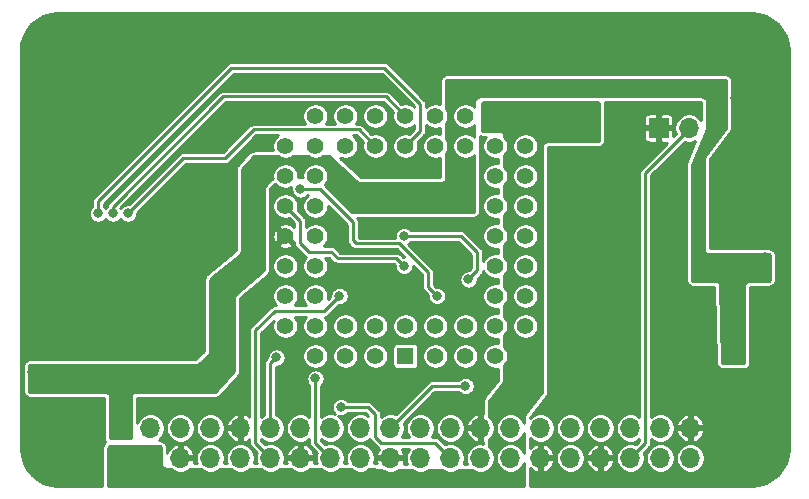
<source format=gbr>
G04 #@! TF.GenerationSoftware,KiCad,Pcbnew,(5.1.9)-1*
G04 #@! TF.CreationDate,2021-04-09T16:02:09+01:00*
G04 #@! TF.ProjectId,RGBtoHDMI Amiga Denise ECS PLCC,52474274-6f48-4444-9d49-20416d696761,1*
G04 #@! TF.SameCoordinates,Original*
G04 #@! TF.FileFunction,Copper,L2,Bot*
G04 #@! TF.FilePolarity,Positive*
%FSLAX46Y46*%
G04 Gerber Fmt 4.6, Leading zero omitted, Abs format (unit mm)*
G04 Created by KiCad (PCBNEW (5.1.9)-1) date 2021-04-09 16:02:09*
%MOMM*%
%LPD*%
G01*
G04 APERTURE LIST*
G04 #@! TA.AperFunction,ComponentPad*
%ADD10C,1.422400*%
G04 #@! TD*
G04 #@! TA.AperFunction,ComponentPad*
%ADD11R,1.422400X1.422400*%
G04 #@! TD*
G04 #@! TA.AperFunction,ComponentPad*
%ADD12O,1.700000X1.700000*%
G04 #@! TD*
G04 #@! TA.AperFunction,ComponentPad*
%ADD13R,1.700000X1.700000*%
G04 #@! TD*
G04 #@! TA.AperFunction,ComponentPad*
%ADD14C,6.400000*%
G04 #@! TD*
G04 #@! TA.AperFunction,ViaPad*
%ADD15C,0.800000*%
G04 #@! TD*
G04 #@! TA.AperFunction,ViaPad*
%ADD16C,1.000000*%
G04 #@! TD*
G04 #@! TA.AperFunction,Conductor*
%ADD17C,0.400000*%
G04 #@! TD*
G04 #@! TA.AperFunction,Conductor*
%ADD18C,0.250000*%
G04 #@! TD*
G04 #@! TA.AperFunction,Conductor*
%ADD19C,0.254000*%
G04 #@! TD*
G04 #@! TA.AperFunction,Conductor*
%ADD20C,0.100000*%
G04 #@! TD*
G04 APERTURE END LIST*
D10*
X168021000Y-77597000D03*
X170561000Y-77597000D03*
X173101000Y-77597000D03*
X165481000Y-77597000D03*
X162941000Y-77597000D03*
X160401000Y-77597000D03*
D11*
X165481000Y-80137000D03*
D10*
X168021000Y-80137000D03*
X170561000Y-80137000D03*
X173101000Y-80137000D03*
X162941000Y-80137000D03*
X160401000Y-80137000D03*
X173101000Y-75057000D03*
X173101000Y-72517000D03*
X173101000Y-69977000D03*
X173101000Y-67437000D03*
X173101000Y-64897000D03*
X173101000Y-62357000D03*
X175641000Y-77597000D03*
X175641000Y-75057000D03*
X175641000Y-72517000D03*
X175641000Y-69977000D03*
X175641000Y-67437000D03*
X175641000Y-64897000D03*
X175641000Y-62357000D03*
X170561000Y-62357000D03*
X168021000Y-62357000D03*
X165481000Y-62357000D03*
X162941000Y-62357000D03*
X160401000Y-62357000D03*
X157861000Y-62357000D03*
X155321000Y-62357000D03*
X173101000Y-59817000D03*
X170561000Y-59817000D03*
X168021000Y-59817000D03*
X165481000Y-59817000D03*
X162941000Y-59817000D03*
X160401000Y-59817000D03*
X157861000Y-59817000D03*
X157861000Y-64897000D03*
X157861000Y-67437000D03*
X157861000Y-69977000D03*
X157861000Y-72517000D03*
X157861000Y-75057000D03*
X157861000Y-77597000D03*
X157861000Y-80137000D03*
X155321000Y-64897000D03*
X155321000Y-67437000D03*
X155321000Y-69977000D03*
X155321000Y-72517000D03*
X155321000Y-75057000D03*
X155321000Y-77597000D03*
D12*
X183261000Y-60833000D03*
D13*
X180721000Y-60833000D03*
D14*
X136474200Y-64516000D03*
X194487800Y-64516000D03*
X194487800Y-87503000D03*
X136474200Y-87503000D03*
D13*
X141351000Y-86233000D03*
D12*
X141351000Y-88773000D03*
X143891000Y-86233000D03*
X143891000Y-88773000D03*
X146431000Y-86233000D03*
X146431000Y-88773000D03*
X148971000Y-86233000D03*
X148971000Y-88773000D03*
X151511000Y-86233000D03*
X151511000Y-88773000D03*
X154051000Y-86233000D03*
X154051000Y-88773000D03*
X156591000Y-86233000D03*
X156591000Y-88773000D03*
X159131000Y-86233000D03*
X159131000Y-88773000D03*
X161671000Y-86233000D03*
X161671000Y-88773000D03*
X164211000Y-86233000D03*
X164211000Y-88773000D03*
X166751000Y-86233000D03*
X166751000Y-88773000D03*
X169291000Y-86233000D03*
X169291000Y-88773000D03*
X171831000Y-86233000D03*
X171831000Y-88773000D03*
X174371000Y-86233000D03*
X174371000Y-88773000D03*
X176911000Y-86233000D03*
X176911000Y-88773000D03*
X179451000Y-86233000D03*
X179451000Y-88773000D03*
X181991000Y-86233000D03*
X181991000Y-88773000D03*
X184531000Y-86233000D03*
X184531000Y-88773000D03*
X187071000Y-86233000D03*
X187071000Y-88773000D03*
X189611000Y-86233000D03*
X189611000Y-88773000D03*
D13*
X186944000Y-60833000D03*
D12*
X189484000Y-60833000D03*
D15*
X197231000Y-60833000D03*
X196596000Y-58293000D03*
X196596000Y-55753000D03*
X195961000Y-53213000D03*
X133731000Y-54483000D03*
X133731000Y-57023000D03*
X133731000Y-59563000D03*
X133731000Y-68453000D03*
X133731000Y-70993000D03*
X133731000Y-73533000D03*
X133731000Y-76073000D03*
X197231000Y-68453000D03*
X197231000Y-70993000D03*
X197231000Y-81153000D03*
X197231000Y-83693000D03*
X183261000Y-53213000D03*
X185801000Y-53213000D03*
X188341000Y-53213000D03*
X190881000Y-53213000D03*
X193421000Y-53213000D03*
X194691000Y-54483000D03*
X194691000Y-57023000D03*
X193421000Y-58293000D03*
X193421000Y-55753000D03*
X192151000Y-54483000D03*
X189611000Y-54483000D03*
X187071000Y-54483000D03*
X184531000Y-54483000D03*
X136271000Y-59563000D03*
X194691000Y-59563000D03*
X166751000Y-56896000D03*
X194691000Y-51943000D03*
X192151000Y-51943000D03*
X189611000Y-51943000D03*
X187071000Y-51943000D03*
X184531000Y-51943000D03*
X181991000Y-51943000D03*
X179451000Y-51943000D03*
X176911000Y-51943000D03*
X174371000Y-51943000D03*
X171831000Y-51943000D03*
X169291000Y-51943000D03*
X166751000Y-51943000D03*
X164211000Y-51943000D03*
X161671000Y-51943000D03*
X159131000Y-51943000D03*
X156591000Y-51943000D03*
X154051000Y-51943000D03*
X151511000Y-51943000D03*
X148971000Y-51943000D03*
X146431000Y-51943000D03*
X143891000Y-51943000D03*
X141351000Y-51943000D03*
X138811000Y-51943000D03*
X136271000Y-51943000D03*
X156591000Y-54483000D03*
X136271000Y-57023000D03*
X137541000Y-58293000D03*
X157861000Y-53213000D03*
X195961000Y-69723000D03*
X195961000Y-79883000D03*
X195961000Y-82423000D03*
X193421000Y-82423000D03*
X135001000Y-69723000D03*
X135001000Y-72263000D03*
X135001000Y-74803000D03*
X135001000Y-55753000D03*
X135001000Y-53213000D03*
X135001000Y-58293000D03*
X138811000Y-59563000D03*
X140081000Y-58293000D03*
X142621000Y-58293000D03*
X145161000Y-58293000D03*
X143891000Y-59563000D03*
X141351000Y-59563000D03*
X140081000Y-60833000D03*
X142621000Y-60833000D03*
X141351000Y-62103000D03*
X178562000Y-65151000D03*
X178562000Y-67818000D03*
X178181000Y-77597000D03*
X171831000Y-78867000D03*
X169291000Y-81534000D03*
X171831000Y-81534000D03*
X161671000Y-81534000D03*
X164084000Y-81534000D03*
X166751000Y-81534000D03*
X154940000Y-57277000D03*
X170815000Y-72517000D03*
X165354000Y-75057000D03*
X164084000Y-75946000D03*
X136652000Y-73533000D03*
X136652000Y-70993000D03*
X136652000Y-76073000D03*
X159766000Y-73025000D03*
X159766000Y-69469000D03*
X162306000Y-69469000D03*
X138176000Y-70739000D03*
X138176000Y-68072000D03*
X137287000Y-69342000D03*
X152654000Y-76454000D03*
X153924000Y-75184000D03*
X149733000Y-68072000D03*
X149733000Y-70739000D03*
X153543000Y-62103000D03*
X144526000Y-76073000D03*
X141986000Y-76073000D03*
X140716000Y-72263000D03*
X143256000Y-72263000D03*
X147066000Y-76073000D03*
X195961000Y-76454000D03*
X197231000Y-75184000D03*
X147701000Y-87503000D03*
X162306000Y-73025000D03*
X162687000Y-75057000D03*
X192786000Y-70739000D03*
X192786000Y-68072000D03*
X181356000Y-68072000D03*
X192151000Y-83693000D03*
X189611000Y-74803000D03*
X189611000Y-77343000D03*
X183261000Y-76073000D03*
X184531000Y-74803000D03*
X181991000Y-74803000D03*
X184531000Y-77343000D03*
X179451000Y-79248000D03*
X179451000Y-76073000D03*
X187071000Y-74803000D03*
X187071000Y-77343000D03*
X188341000Y-76073000D03*
X190881000Y-76073000D03*
X181356000Y-70739000D03*
X180467000Y-69342000D03*
X150241000Y-62103000D03*
X163068000Y-56769000D03*
X147701000Y-64643000D03*
X147574000Y-62103000D03*
X171704000Y-69342000D03*
X187706000Y-66929000D03*
X182562500Y-65532000D03*
X171831000Y-76200000D03*
X166751000Y-76454000D03*
X155829000Y-80264000D03*
X156591000Y-73787000D03*
X168021000Y-83566000D03*
X180721000Y-85090000D03*
X183261000Y-85090000D03*
X187452000Y-84455000D03*
X154178000Y-78994000D03*
X164211000Y-64135000D03*
X150876000Y-65659000D03*
X167132000Y-68961000D03*
X138176000Y-72263000D03*
X138176000Y-74803000D03*
X139446000Y-73533000D03*
X145796000Y-74168000D03*
X147066000Y-72263000D03*
X159131000Y-81407000D03*
X184785000Y-63754000D03*
X180721000Y-53213000D03*
X178181000Y-53213000D03*
X181991000Y-54483000D03*
X179451000Y-54483000D03*
D16*
X136779000Y-81534000D03*
X169450998Y-66072998D03*
X161036000Y-66072998D03*
X162560000Y-67437000D03*
X192786000Y-77470000D03*
X192786000Y-80391000D03*
X133985000Y-81534000D03*
X135382000Y-82804000D03*
X150622000Y-78867000D03*
X149606000Y-77470000D03*
X151257000Y-73152000D03*
X152654000Y-71882000D03*
X193802000Y-78867000D03*
X194564000Y-73152000D03*
X195961000Y-71882000D03*
X170954008Y-67420496D03*
X167942570Y-67256989D03*
D15*
X139446000Y-68071990D03*
X141986000Y-68072000D03*
X140716000Y-68072000D03*
X168148000Y-75057000D03*
X156591000Y-66040000D03*
X154558998Y-80263998D03*
X157861002Y-82042000D03*
X170560994Y-82677000D03*
X160020000Y-84455000D03*
X159893000Y-75057006D03*
X165354000Y-69977000D03*
X170815000Y-73660000D03*
X165353990Y-72517000D03*
D17*
X169282000Y-63255000D02*
X169282000Y-63254998D01*
X169450998Y-66072998D02*
X169449799Y-66071799D01*
D18*
X150749000Y-55753000D02*
X139446000Y-67056000D01*
X163703000Y-55753000D02*
X150749000Y-55753000D01*
X166751000Y-58801000D02*
X163703000Y-55753000D01*
X139446000Y-67056000D02*
X139446000Y-68071990D01*
X166751000Y-61087000D02*
X166751000Y-58801000D01*
X165481000Y-62357000D02*
X166751000Y-61087000D01*
X146685000Y-63373000D02*
X141986000Y-68072000D01*
X152654000Y-60960000D02*
X150241000Y-63373000D01*
X161544000Y-60960000D02*
X152654000Y-60960000D01*
X150241000Y-63373000D02*
X146685000Y-63373000D01*
X162941000Y-62357000D02*
X161544000Y-60960000D01*
X165481000Y-59817000D02*
X165608000Y-59944000D01*
X140716000Y-67506315D02*
X140716000Y-68072000D01*
X150056315Y-58166000D02*
X140716000Y-67506315D01*
X163830000Y-58166000D02*
X150056315Y-58166000D01*
X165481000Y-59817000D02*
X163830000Y-58166000D01*
X154051000Y-86233000D02*
X154051000Y-80771996D01*
X154051000Y-80771996D02*
X154558998Y-80263998D01*
X158242000Y-66040000D02*
X156591000Y-66040000D01*
X161036000Y-68834000D02*
X158242000Y-66040000D01*
X161290000Y-70612000D02*
X161036000Y-70358000D01*
X164973000Y-70612000D02*
X161290000Y-70612000D01*
X161036000Y-70358000D02*
X161036000Y-68834000D01*
X167386000Y-73025000D02*
X164973000Y-70612000D01*
X167386000Y-74295000D02*
X167386000Y-73025000D01*
X168148000Y-75057000D02*
X167386000Y-74295000D01*
X159131000Y-88773000D02*
X157861002Y-87503002D01*
X157861002Y-87503002D02*
X157861002Y-82042000D01*
X167767000Y-82677000D02*
X170560994Y-82677000D01*
X164211000Y-86233000D02*
X167767000Y-82677000D01*
X169291000Y-88773000D02*
X168021000Y-87503000D01*
X162306000Y-84455000D02*
X160020000Y-84455000D01*
X163449000Y-87503000D02*
X162941000Y-86995000D01*
X162941000Y-85090000D02*
X162306000Y-84455000D01*
X168021000Y-87503000D02*
X163449000Y-87503000D01*
X162941000Y-86995000D02*
X162941000Y-85090000D01*
X154432000Y-76327000D02*
X158623006Y-76327000D01*
X152781000Y-77978000D02*
X154432000Y-76327000D01*
X152781000Y-87503000D02*
X152781000Y-77978000D01*
X158623006Y-76327000D02*
X159893000Y-75057006D01*
X154051000Y-88773000D02*
X152781000Y-87503000D01*
X171577000Y-72898000D02*
X170815000Y-73660000D01*
X171577000Y-71374000D02*
X171577000Y-72898000D01*
X170180000Y-69977000D02*
X171577000Y-71374000D01*
X165354000Y-69977000D02*
X170180000Y-69977000D01*
D17*
X175641000Y-64770000D02*
X175641000Y-64643000D01*
D18*
X164718990Y-71882000D02*
X165353990Y-72517000D01*
X159766000Y-71882000D02*
X164718990Y-71882000D01*
X159200011Y-71316011D02*
X159766000Y-71882000D01*
X157295011Y-71316011D02*
X159200011Y-71316011D01*
X156591000Y-70612000D02*
X157295011Y-71316011D01*
X156591000Y-68707000D02*
X156591000Y-70612000D01*
X155321000Y-67437000D02*
X156591000Y-68707000D01*
X185801000Y-87503000D02*
X184531000Y-88773000D01*
X185801000Y-64643000D02*
X185801000Y-87503000D01*
X189611000Y-60833000D02*
X185801000Y-64643000D01*
D19*
X195419701Y-51190184D02*
X195998486Y-51364929D01*
X196532303Y-51648765D01*
X197000826Y-52030883D01*
X197386203Y-52496724D01*
X197673759Y-53028549D01*
X197852542Y-53606099D01*
X197917997Y-54228872D01*
X197918001Y-54230027D01*
X197918000Y-87988696D01*
X197856816Y-88612701D01*
X197682071Y-89191485D01*
X197398235Y-89725303D01*
X197016119Y-90193824D01*
X196550276Y-90579204D01*
X196018453Y-90866759D01*
X195440901Y-91045542D01*
X194818129Y-91110997D01*
X194817258Y-91111000D01*
X176022000Y-91111000D01*
X176022000Y-89615959D01*
X176098076Y-89697408D01*
X176294039Y-89838239D01*
X176513712Y-89938134D01*
X176594020Y-89962489D01*
X176784000Y-89901627D01*
X176784000Y-88900000D01*
X177038000Y-88900000D01*
X177038000Y-89901627D01*
X177227980Y-89962489D01*
X177308288Y-89938134D01*
X177527961Y-89838239D01*
X177723924Y-89697408D01*
X177888647Y-89521052D01*
X178015799Y-89315949D01*
X178100495Y-89089981D01*
X178040187Y-88900000D01*
X177038000Y-88900000D01*
X176784000Y-88900000D01*
X176764000Y-88900000D01*
X176764000Y-88651757D01*
X178220000Y-88651757D01*
X178220000Y-88894243D01*
X178267307Y-89132069D01*
X178360102Y-89356097D01*
X178494820Y-89557717D01*
X178666283Y-89729180D01*
X178867903Y-89863898D01*
X179091931Y-89956693D01*
X179329757Y-90004000D01*
X179572243Y-90004000D01*
X179810069Y-89956693D01*
X180034097Y-89863898D01*
X180235717Y-89729180D01*
X180407180Y-89557717D01*
X180541898Y-89356097D01*
X180634693Y-89132069D01*
X180643064Y-89089981D01*
X180801505Y-89089981D01*
X180886201Y-89315949D01*
X181013353Y-89521052D01*
X181178076Y-89697408D01*
X181374039Y-89838239D01*
X181593712Y-89938134D01*
X181674020Y-89962489D01*
X181864000Y-89901627D01*
X181864000Y-88900000D01*
X182118000Y-88900000D01*
X182118000Y-89901627D01*
X182307980Y-89962489D01*
X182388288Y-89938134D01*
X182607961Y-89838239D01*
X182803924Y-89697408D01*
X182968647Y-89521052D01*
X183095799Y-89315949D01*
X183180495Y-89089981D01*
X183120187Y-88900000D01*
X182118000Y-88900000D01*
X181864000Y-88900000D01*
X180861813Y-88900000D01*
X180801505Y-89089981D01*
X180643064Y-89089981D01*
X180682000Y-88894243D01*
X180682000Y-88651757D01*
X180643065Y-88456019D01*
X180801505Y-88456019D01*
X180861813Y-88646000D01*
X181864000Y-88646000D01*
X181864000Y-87644373D01*
X182118000Y-87644373D01*
X182118000Y-88646000D01*
X183120187Y-88646000D01*
X183180495Y-88456019D01*
X183095799Y-88230051D01*
X182968647Y-88024948D01*
X182803924Y-87848592D01*
X182607961Y-87707761D01*
X182388288Y-87607866D01*
X182307980Y-87583511D01*
X182118000Y-87644373D01*
X181864000Y-87644373D01*
X181674020Y-87583511D01*
X181593712Y-87607866D01*
X181374039Y-87707761D01*
X181178076Y-87848592D01*
X181013353Y-88024948D01*
X180886201Y-88230051D01*
X180801505Y-88456019D01*
X180643065Y-88456019D01*
X180634693Y-88413931D01*
X180541898Y-88189903D01*
X180407180Y-87988283D01*
X180235717Y-87816820D01*
X180034097Y-87682102D01*
X179810069Y-87589307D01*
X179572243Y-87542000D01*
X179329757Y-87542000D01*
X179091931Y-87589307D01*
X178867903Y-87682102D01*
X178666283Y-87816820D01*
X178494820Y-87988283D01*
X178360102Y-88189903D01*
X178267307Y-88413931D01*
X178220000Y-88651757D01*
X176764000Y-88651757D01*
X176764000Y-88646000D01*
X176784000Y-88646000D01*
X176784000Y-87644373D01*
X177038000Y-87644373D01*
X177038000Y-88646000D01*
X178040187Y-88646000D01*
X178100495Y-88456019D01*
X178015799Y-88230051D01*
X177888647Y-88024948D01*
X177723924Y-87848592D01*
X177527961Y-87707761D01*
X177308288Y-87607866D01*
X177227980Y-87583511D01*
X177038000Y-87644373D01*
X176784000Y-87644373D01*
X176594020Y-87583511D01*
X176513712Y-87607866D01*
X176294039Y-87707761D01*
X176098076Y-87848592D01*
X176022000Y-87930041D01*
X176022000Y-87084897D01*
X176126283Y-87189180D01*
X176327903Y-87323898D01*
X176551931Y-87416693D01*
X176789757Y-87464000D01*
X177032243Y-87464000D01*
X177270069Y-87416693D01*
X177494097Y-87323898D01*
X177695717Y-87189180D01*
X177867180Y-87017717D01*
X178001898Y-86816097D01*
X178094693Y-86592069D01*
X178142000Y-86354243D01*
X178142000Y-86111757D01*
X178220000Y-86111757D01*
X178220000Y-86354243D01*
X178267307Y-86592069D01*
X178360102Y-86816097D01*
X178494820Y-87017717D01*
X178666283Y-87189180D01*
X178867903Y-87323898D01*
X179091931Y-87416693D01*
X179329757Y-87464000D01*
X179572243Y-87464000D01*
X179810069Y-87416693D01*
X180034097Y-87323898D01*
X180235717Y-87189180D01*
X180407180Y-87017717D01*
X180541898Y-86816097D01*
X180634693Y-86592069D01*
X180682000Y-86354243D01*
X180682000Y-86111757D01*
X180760000Y-86111757D01*
X180760000Y-86354243D01*
X180807307Y-86592069D01*
X180900102Y-86816097D01*
X181034820Y-87017717D01*
X181206283Y-87189180D01*
X181407903Y-87323898D01*
X181631931Y-87416693D01*
X181869757Y-87464000D01*
X182112243Y-87464000D01*
X182350069Y-87416693D01*
X182574097Y-87323898D01*
X182775717Y-87189180D01*
X182947180Y-87017717D01*
X183081898Y-86816097D01*
X183174693Y-86592069D01*
X183222000Y-86354243D01*
X183222000Y-86111757D01*
X183174693Y-85873931D01*
X183081898Y-85649903D01*
X182947180Y-85448283D01*
X182775717Y-85276820D01*
X182574097Y-85142102D01*
X182350069Y-85049307D01*
X182112243Y-85002000D01*
X181869757Y-85002000D01*
X181631931Y-85049307D01*
X181407903Y-85142102D01*
X181206283Y-85276820D01*
X181034820Y-85448283D01*
X180900102Y-85649903D01*
X180807307Y-85873931D01*
X180760000Y-86111757D01*
X180682000Y-86111757D01*
X180634693Y-85873931D01*
X180541898Y-85649903D01*
X180407180Y-85448283D01*
X180235717Y-85276820D01*
X180034097Y-85142102D01*
X179810069Y-85049307D01*
X179572243Y-85002000D01*
X179329757Y-85002000D01*
X179091931Y-85049307D01*
X178867903Y-85142102D01*
X178666283Y-85276820D01*
X178494820Y-85448283D01*
X178360102Y-85649903D01*
X178267307Y-85873931D01*
X178220000Y-86111757D01*
X178142000Y-86111757D01*
X178094693Y-85873931D01*
X178001898Y-85649903D01*
X177867180Y-85448283D01*
X177695717Y-85276820D01*
X177494097Y-85142102D01*
X177270069Y-85049307D01*
X177032243Y-85002000D01*
X176789757Y-85002000D01*
X176551931Y-85049307D01*
X176327903Y-85142102D01*
X176126283Y-85276820D01*
X176022000Y-85381103D01*
X176022000Y-85350648D01*
X177407728Y-83618487D01*
X177443463Y-83565161D01*
X177484153Y-83491739D01*
X177506803Y-83443067D01*
X177526499Y-83371022D01*
X177540592Y-83288271D01*
X177546000Y-83224305D01*
X177546000Y-62484000D01*
X181741000Y-62484000D01*
X181815329Y-62476679D01*
X181911000Y-62457649D01*
X181982472Y-62435968D01*
X182048342Y-62400760D01*
X182129448Y-62346567D01*
X182187185Y-62299184D01*
X182234567Y-62241448D01*
X182288760Y-62160342D01*
X182323968Y-62094473D01*
X182345649Y-62023000D01*
X182364679Y-61927329D01*
X182372000Y-61853000D01*
X182372000Y-61683000D01*
X185711157Y-61683000D01*
X185718513Y-61757689D01*
X185740299Y-61829508D01*
X185775678Y-61895696D01*
X185823289Y-61953711D01*
X185881304Y-62001322D01*
X185947492Y-62036701D01*
X186019311Y-62058487D01*
X186094000Y-62065843D01*
X186721750Y-62064000D01*
X186817000Y-61968750D01*
X186817000Y-60960000D01*
X185808250Y-60960000D01*
X185713000Y-61055250D01*
X185711157Y-61683000D01*
X182372000Y-61683000D01*
X182372000Y-59983000D01*
X185711157Y-59983000D01*
X185713000Y-60610750D01*
X185808250Y-60706000D01*
X186817000Y-60706000D01*
X186817000Y-59697250D01*
X187071000Y-59697250D01*
X187071000Y-60706000D01*
X188079750Y-60706000D01*
X188175000Y-60610750D01*
X188176843Y-59983000D01*
X188169487Y-59908311D01*
X188147701Y-59836492D01*
X188112322Y-59770304D01*
X188064711Y-59712289D01*
X188006696Y-59664678D01*
X187940508Y-59629299D01*
X187868689Y-59607513D01*
X187794000Y-59600157D01*
X187166250Y-59602000D01*
X187071000Y-59697250D01*
X186817000Y-59697250D01*
X186721750Y-59602000D01*
X186094000Y-59600157D01*
X186019311Y-59607513D01*
X185947492Y-59629299D01*
X185881304Y-59664678D01*
X185823289Y-59712289D01*
X185775678Y-59770304D01*
X185740299Y-59836492D01*
X185718513Y-59908311D01*
X185711157Y-59983000D01*
X182372000Y-59983000D01*
X182372000Y-58797000D01*
X182364679Y-58722671D01*
X182354998Y-58674000D01*
X190500000Y-58674000D01*
X190500000Y-60137810D01*
X190440180Y-60048283D01*
X190268717Y-59876820D01*
X190067097Y-59742102D01*
X189843069Y-59649307D01*
X189605243Y-59602000D01*
X189362757Y-59602000D01*
X189124931Y-59649307D01*
X188900903Y-59742102D01*
X188699283Y-59876820D01*
X188527820Y-60048283D01*
X188393102Y-60249903D01*
X188300307Y-60473931D01*
X188253000Y-60711757D01*
X188253000Y-60954243D01*
X188300307Y-61192069D01*
X188369439Y-61358969D01*
X188176458Y-61551950D01*
X188175000Y-61055250D01*
X188079750Y-60960000D01*
X187071000Y-60960000D01*
X187071000Y-61968750D01*
X187166250Y-62064000D01*
X187662950Y-62065458D01*
X185460785Y-64267624D01*
X185441473Y-64283473D01*
X185378241Y-64360521D01*
X185331255Y-64448426D01*
X185302322Y-64543808D01*
X185295000Y-64618147D01*
X185295000Y-64618154D01*
X185292553Y-64643000D01*
X185295000Y-64667846D01*
X185295001Y-85262978D01*
X185114097Y-85142102D01*
X184890069Y-85049307D01*
X184652243Y-85002000D01*
X184409757Y-85002000D01*
X184171931Y-85049307D01*
X183947903Y-85142102D01*
X183746283Y-85276820D01*
X183574820Y-85448283D01*
X183440102Y-85649903D01*
X183347307Y-85873931D01*
X183300000Y-86111757D01*
X183300000Y-86354243D01*
X183347307Y-86592069D01*
X183440102Y-86816097D01*
X183574820Y-87017717D01*
X183746283Y-87189180D01*
X183947903Y-87323898D01*
X184171931Y-87416693D01*
X184409757Y-87464000D01*
X184652243Y-87464000D01*
X184890069Y-87416693D01*
X185114097Y-87323898D01*
X185295001Y-87203022D01*
X185295001Y-87293407D01*
X184967167Y-87621242D01*
X184890069Y-87589307D01*
X184652243Y-87542000D01*
X184409757Y-87542000D01*
X184171931Y-87589307D01*
X183947903Y-87682102D01*
X183746283Y-87816820D01*
X183574820Y-87988283D01*
X183440102Y-88189903D01*
X183347307Y-88413931D01*
X183300000Y-88651757D01*
X183300000Y-88894243D01*
X183347307Y-89132069D01*
X183440102Y-89356097D01*
X183574820Y-89557717D01*
X183746283Y-89729180D01*
X183947903Y-89863898D01*
X184171931Y-89956693D01*
X184409757Y-90004000D01*
X184652243Y-90004000D01*
X184890069Y-89956693D01*
X185114097Y-89863898D01*
X185315717Y-89729180D01*
X185487180Y-89557717D01*
X185621898Y-89356097D01*
X185714693Y-89132069D01*
X185762000Y-88894243D01*
X185762000Y-88651757D01*
X185840000Y-88651757D01*
X185840000Y-88894243D01*
X185887307Y-89132069D01*
X185980102Y-89356097D01*
X186114820Y-89557717D01*
X186286283Y-89729180D01*
X186487903Y-89863898D01*
X186711931Y-89956693D01*
X186949757Y-90004000D01*
X187192243Y-90004000D01*
X187430069Y-89956693D01*
X187654097Y-89863898D01*
X187855717Y-89729180D01*
X188027180Y-89557717D01*
X188161898Y-89356097D01*
X188254693Y-89132069D01*
X188302000Y-88894243D01*
X188302000Y-88651757D01*
X188380000Y-88651757D01*
X188380000Y-88894243D01*
X188427307Y-89132069D01*
X188520102Y-89356097D01*
X188654820Y-89557717D01*
X188826283Y-89729180D01*
X189027903Y-89863898D01*
X189251931Y-89956693D01*
X189489757Y-90004000D01*
X189732243Y-90004000D01*
X189970069Y-89956693D01*
X190194097Y-89863898D01*
X190395717Y-89729180D01*
X190567180Y-89557717D01*
X190701898Y-89356097D01*
X190794693Y-89132069D01*
X190842000Y-88894243D01*
X190842000Y-88651757D01*
X190794693Y-88413931D01*
X190701898Y-88189903D01*
X190567180Y-87988283D01*
X190395717Y-87816820D01*
X190194097Y-87682102D01*
X189970069Y-87589307D01*
X189732243Y-87542000D01*
X189489757Y-87542000D01*
X189251931Y-87589307D01*
X189027903Y-87682102D01*
X188826283Y-87816820D01*
X188654820Y-87988283D01*
X188520102Y-88189903D01*
X188427307Y-88413931D01*
X188380000Y-88651757D01*
X188302000Y-88651757D01*
X188254693Y-88413931D01*
X188161898Y-88189903D01*
X188027180Y-87988283D01*
X187855717Y-87816820D01*
X187654097Y-87682102D01*
X187430069Y-87589307D01*
X187192243Y-87542000D01*
X186949757Y-87542000D01*
X186711931Y-87589307D01*
X186487903Y-87682102D01*
X186286283Y-87816820D01*
X186114820Y-87988283D01*
X185980102Y-88189903D01*
X185887307Y-88413931D01*
X185840000Y-88651757D01*
X185762000Y-88651757D01*
X185714693Y-88413931D01*
X185682758Y-88336833D01*
X186141222Y-87878370D01*
X186160527Y-87862527D01*
X186223759Y-87785479D01*
X186270745Y-87697575D01*
X186290616Y-87632068D01*
X186299678Y-87602194D01*
X186301670Y-87581968D01*
X186307000Y-87527854D01*
X186307000Y-87527847D01*
X186309447Y-87503001D01*
X186307000Y-87478155D01*
X186307000Y-87203023D01*
X186487903Y-87323898D01*
X186711931Y-87416693D01*
X186949757Y-87464000D01*
X187192243Y-87464000D01*
X187430069Y-87416693D01*
X187654097Y-87323898D01*
X187855717Y-87189180D01*
X188027180Y-87017717D01*
X188161898Y-86816097D01*
X188254693Y-86592069D01*
X188263064Y-86549981D01*
X188421505Y-86549981D01*
X188506201Y-86775949D01*
X188633353Y-86981052D01*
X188798076Y-87157408D01*
X188994039Y-87298239D01*
X189213712Y-87398134D01*
X189294020Y-87422489D01*
X189484000Y-87361627D01*
X189484000Y-86360000D01*
X189738000Y-86360000D01*
X189738000Y-87361627D01*
X189927980Y-87422489D01*
X190008288Y-87398134D01*
X190227961Y-87298239D01*
X190423924Y-87157408D01*
X190588647Y-86981052D01*
X190715799Y-86775949D01*
X190800495Y-86549981D01*
X190740187Y-86360000D01*
X189738000Y-86360000D01*
X189484000Y-86360000D01*
X188481813Y-86360000D01*
X188421505Y-86549981D01*
X188263064Y-86549981D01*
X188302000Y-86354243D01*
X188302000Y-86111757D01*
X188263065Y-85916019D01*
X188421505Y-85916019D01*
X188481813Y-86106000D01*
X189484000Y-86106000D01*
X189484000Y-85104373D01*
X189738000Y-85104373D01*
X189738000Y-86106000D01*
X190740187Y-86106000D01*
X190800495Y-85916019D01*
X190715799Y-85690051D01*
X190588647Y-85484948D01*
X190423924Y-85308592D01*
X190227961Y-85167761D01*
X190008288Y-85067866D01*
X189927980Y-85043511D01*
X189738000Y-85104373D01*
X189484000Y-85104373D01*
X189294020Y-85043511D01*
X189213712Y-85067866D01*
X188994039Y-85167761D01*
X188798076Y-85308592D01*
X188633353Y-85484948D01*
X188506201Y-85690051D01*
X188421505Y-85916019D01*
X188263065Y-85916019D01*
X188254693Y-85873931D01*
X188161898Y-85649903D01*
X188027180Y-85448283D01*
X187855717Y-85276820D01*
X187654097Y-85142102D01*
X187430069Y-85049307D01*
X187192243Y-85002000D01*
X186949757Y-85002000D01*
X186711931Y-85049307D01*
X186487903Y-85142102D01*
X186307000Y-85262977D01*
X186307000Y-64852591D01*
X189139918Y-62019674D01*
X189362757Y-62064000D01*
X189605243Y-62064000D01*
X189843069Y-62016693D01*
X190027776Y-61940185D01*
X189275131Y-63821798D01*
X189254756Y-63891248D01*
X189236875Y-63984096D01*
X189230000Y-64056146D01*
X189230000Y-73664000D01*
X189237321Y-73738329D01*
X189256351Y-73834000D01*
X189278032Y-73905472D01*
X189313240Y-73971342D01*
X189367433Y-74052448D01*
X189414816Y-74110185D01*
X189472552Y-74157567D01*
X189553658Y-74211760D01*
X189619527Y-74246968D01*
X189691000Y-74268649D01*
X189786671Y-74287679D01*
X189861000Y-74295000D01*
X191649865Y-74295000D01*
X191765600Y-80660471D01*
X191774088Y-80733810D01*
X191794403Y-80828076D01*
X191816533Y-80897602D01*
X191852487Y-80963068D01*
X191906968Y-81042633D01*
X191953769Y-81098615D01*
X192011827Y-81145602D01*
X192092370Y-81198628D01*
X192156873Y-81232730D01*
X192228395Y-81254249D01*
X192323015Y-81272847D01*
X192396496Y-81280000D01*
X194060000Y-81280000D01*
X194134329Y-81272679D01*
X194230000Y-81253649D01*
X194301472Y-81231968D01*
X194367342Y-81196760D01*
X194448448Y-81142567D01*
X194506185Y-81095184D01*
X194553567Y-81037448D01*
X194607760Y-80956342D01*
X194642968Y-80890473D01*
X194664649Y-80819000D01*
X194683679Y-80723329D01*
X194691000Y-80649000D01*
X194691000Y-74295000D01*
X196219000Y-74295000D01*
X196293329Y-74287679D01*
X196389000Y-74268649D01*
X196460472Y-74246968D01*
X196526342Y-74211760D01*
X196607448Y-74157567D01*
X196665185Y-74110184D01*
X196712567Y-74052448D01*
X196766760Y-73971342D01*
X196801968Y-73905473D01*
X196823649Y-73834000D01*
X196842679Y-73738329D01*
X196850000Y-73664000D01*
X196850000Y-71624000D01*
X196842679Y-71549671D01*
X196823649Y-71454000D01*
X196801968Y-71382528D01*
X196766760Y-71316658D01*
X196712567Y-71235552D01*
X196665184Y-71177815D01*
X196607448Y-71130433D01*
X196526342Y-71076240D01*
X196460473Y-71041032D01*
X196389000Y-71019351D01*
X196293329Y-71000321D01*
X196219000Y-70993000D01*
X191262000Y-70993000D01*
X191262000Y-63500000D01*
X193040800Y-61128267D01*
X193073482Y-61076492D01*
X193110653Y-61005549D01*
X193130119Y-60961950D01*
X193149251Y-60889753D01*
X193162080Y-60810696D01*
X193167000Y-60749667D01*
X193167000Y-56892000D01*
X193159679Y-56817671D01*
X193140649Y-56722000D01*
X193118968Y-56650528D01*
X193083760Y-56584658D01*
X193029567Y-56503552D01*
X192982184Y-56445815D01*
X192924448Y-56398433D01*
X192843342Y-56344240D01*
X192777473Y-56309032D01*
X192706000Y-56287351D01*
X192610329Y-56268321D01*
X192536000Y-56261000D01*
X169033000Y-56261000D01*
X168958671Y-56268321D01*
X168863000Y-56287351D01*
X168791528Y-56309032D01*
X168725658Y-56344240D01*
X168644552Y-56398433D01*
X168586815Y-56445816D01*
X168539433Y-56503552D01*
X168485240Y-56584658D01*
X168450032Y-56650527D01*
X168428351Y-56722000D01*
X168409321Y-56817671D01*
X168402000Y-56892000D01*
X168402000Y-58792626D01*
X168339583Y-58766772D01*
X168128572Y-58724800D01*
X167913428Y-58724800D01*
X167702417Y-58766772D01*
X167503649Y-58849105D01*
X167324763Y-58968633D01*
X167257000Y-59036396D01*
X167257000Y-58825854D01*
X167259448Y-58801000D01*
X167249678Y-58701807D01*
X167220745Y-58606425D01*
X167211302Y-58588759D01*
X167173759Y-58518521D01*
X167110527Y-58441473D01*
X167091220Y-58425628D01*
X164078376Y-55412785D01*
X164062527Y-55393473D01*
X163985479Y-55330241D01*
X163897575Y-55283255D01*
X163802193Y-55254322D01*
X163727854Y-55247000D01*
X163727846Y-55247000D01*
X163703000Y-55244553D01*
X163678154Y-55247000D01*
X150773854Y-55247000D01*
X150749000Y-55244552D01*
X150724146Y-55247000D01*
X150649807Y-55254322D01*
X150554425Y-55283255D01*
X150466521Y-55330241D01*
X150389473Y-55393473D01*
X150373628Y-55412780D01*
X139105785Y-66680624D01*
X139086473Y-66696473D01*
X139023241Y-66773521D01*
X138976255Y-66861426D01*
X138947322Y-66956808D01*
X138940000Y-67031147D01*
X138940000Y-67031154D01*
X138937553Y-67056000D01*
X138940000Y-67080847D01*
X138940000Y-67473489D01*
X138839358Y-67574131D01*
X138753887Y-67702048D01*
X138695013Y-67844181D01*
X138665000Y-67995068D01*
X138665000Y-68148912D01*
X138695013Y-68299799D01*
X138753887Y-68441932D01*
X138839358Y-68569849D01*
X138948141Y-68678632D01*
X139076058Y-68764103D01*
X139218191Y-68822977D01*
X139369078Y-68852990D01*
X139522922Y-68852990D01*
X139673809Y-68822977D01*
X139815942Y-68764103D01*
X139943859Y-68678632D01*
X140052642Y-68569849D01*
X140080997Y-68527413D01*
X140109358Y-68569859D01*
X140218141Y-68678642D01*
X140346058Y-68764113D01*
X140488191Y-68822987D01*
X140639078Y-68853000D01*
X140792922Y-68853000D01*
X140943809Y-68822987D01*
X141085942Y-68764113D01*
X141213859Y-68678642D01*
X141322642Y-68569859D01*
X141351000Y-68527418D01*
X141379358Y-68569859D01*
X141488141Y-68678642D01*
X141616058Y-68764113D01*
X141758191Y-68822987D01*
X141909078Y-68853000D01*
X142062922Y-68853000D01*
X142213809Y-68822987D01*
X142355942Y-68764113D01*
X142483859Y-68678642D01*
X142592642Y-68569859D01*
X142678113Y-68441942D01*
X142736987Y-68299809D01*
X142767000Y-68148922D01*
X142767000Y-68006591D01*
X146894592Y-63879000D01*
X150216154Y-63879000D01*
X150241000Y-63881447D01*
X150265846Y-63879000D01*
X150265854Y-63879000D01*
X150340193Y-63871678D01*
X150435575Y-63842745D01*
X150523479Y-63795759D01*
X150600527Y-63732527D01*
X150616376Y-63713215D01*
X152863592Y-61466000D01*
X154688568Y-61466000D01*
X154624763Y-61508633D01*
X154472633Y-61660763D01*
X154353105Y-61839649D01*
X154270772Y-62038417D01*
X154228800Y-62249428D01*
X154228800Y-62464572D01*
X154270772Y-62675583D01*
X154296626Y-62738000D01*
X152639267Y-62738000D01*
X152559457Y-62746453D01*
X152457043Y-62768393D01*
X152375687Y-62795706D01*
X152311432Y-62833781D01*
X152226993Y-62895750D01*
X152167651Y-62949786D01*
X151289385Y-63937836D01*
X151248341Y-63993448D01*
X151201513Y-64070694D01*
X151173219Y-64127587D01*
X151152590Y-64199371D01*
X151136270Y-64288216D01*
X151130000Y-64357050D01*
X151130000Y-71192236D01*
X148696975Y-73161827D01*
X148637522Y-73222046D01*
X148569184Y-73308711D01*
X148520307Y-73389642D01*
X148496760Y-73460522D01*
X148472398Y-73568168D01*
X148463000Y-73652268D01*
X148463000Y-79710114D01*
X147684844Y-80391000D01*
X133727000Y-80391000D01*
X133652671Y-80398321D01*
X133557000Y-80417351D01*
X133485528Y-80439032D01*
X133419658Y-80474240D01*
X133338552Y-80528433D01*
X133280815Y-80575816D01*
X133233433Y-80633552D01*
X133179240Y-80714658D01*
X133144032Y-80780527D01*
X133122351Y-80852000D01*
X133103321Y-80947671D01*
X133096000Y-81022000D01*
X133096000Y-83062000D01*
X133103321Y-83136329D01*
X133122351Y-83232000D01*
X133144032Y-83303472D01*
X133179240Y-83369342D01*
X133233433Y-83450448D01*
X133280816Y-83508185D01*
X133338552Y-83555567D01*
X133419658Y-83609760D01*
X133485527Y-83644968D01*
X133557000Y-83666649D01*
X133652671Y-83685679D01*
X133727000Y-83693000D01*
X139954000Y-83693000D01*
X139954000Y-86999000D01*
X139961321Y-87073329D01*
X139980351Y-87169000D01*
X140002032Y-87240472D01*
X140037240Y-87306342D01*
X140084210Y-87376639D01*
X140069552Y-87386433D01*
X140011815Y-87433816D01*
X139964433Y-87491552D01*
X139910240Y-87572658D01*
X139875032Y-87638527D01*
X139853351Y-87710000D01*
X139834321Y-87805671D01*
X139827000Y-87880000D01*
X139827000Y-91111000D01*
X136039304Y-91111000D01*
X135415299Y-91049816D01*
X134836515Y-90875071D01*
X134302697Y-90591235D01*
X133834176Y-90209119D01*
X133448796Y-89743276D01*
X133161241Y-89211453D01*
X132982458Y-88633901D01*
X132917003Y-88011129D01*
X132917000Y-88010258D01*
X132917000Y-54251305D01*
X132978184Y-53627299D01*
X133152929Y-53048514D01*
X133436765Y-52514697D01*
X133818883Y-52046174D01*
X134284724Y-51660797D01*
X134816549Y-51373241D01*
X135394099Y-51194458D01*
X136016872Y-51129003D01*
X136017742Y-51129000D01*
X194795695Y-51129000D01*
X195419701Y-51190184D01*
G04 #@! TA.AperFunction,Conductor*
D20*
G36*
X195419701Y-51190184D02*
G01*
X195998486Y-51364929D01*
X196532303Y-51648765D01*
X197000826Y-52030883D01*
X197386203Y-52496724D01*
X197673759Y-53028549D01*
X197852542Y-53606099D01*
X197917997Y-54228872D01*
X197918001Y-54230027D01*
X197918000Y-87988696D01*
X197856816Y-88612701D01*
X197682071Y-89191485D01*
X197398235Y-89725303D01*
X197016119Y-90193824D01*
X196550276Y-90579204D01*
X196018453Y-90866759D01*
X195440901Y-91045542D01*
X194818129Y-91110997D01*
X194817258Y-91111000D01*
X176022000Y-91111000D01*
X176022000Y-89615959D01*
X176098076Y-89697408D01*
X176294039Y-89838239D01*
X176513712Y-89938134D01*
X176594020Y-89962489D01*
X176784000Y-89901627D01*
X176784000Y-88900000D01*
X177038000Y-88900000D01*
X177038000Y-89901627D01*
X177227980Y-89962489D01*
X177308288Y-89938134D01*
X177527961Y-89838239D01*
X177723924Y-89697408D01*
X177888647Y-89521052D01*
X178015799Y-89315949D01*
X178100495Y-89089981D01*
X178040187Y-88900000D01*
X177038000Y-88900000D01*
X176784000Y-88900000D01*
X176764000Y-88900000D01*
X176764000Y-88651757D01*
X178220000Y-88651757D01*
X178220000Y-88894243D01*
X178267307Y-89132069D01*
X178360102Y-89356097D01*
X178494820Y-89557717D01*
X178666283Y-89729180D01*
X178867903Y-89863898D01*
X179091931Y-89956693D01*
X179329757Y-90004000D01*
X179572243Y-90004000D01*
X179810069Y-89956693D01*
X180034097Y-89863898D01*
X180235717Y-89729180D01*
X180407180Y-89557717D01*
X180541898Y-89356097D01*
X180634693Y-89132069D01*
X180643064Y-89089981D01*
X180801505Y-89089981D01*
X180886201Y-89315949D01*
X181013353Y-89521052D01*
X181178076Y-89697408D01*
X181374039Y-89838239D01*
X181593712Y-89938134D01*
X181674020Y-89962489D01*
X181864000Y-89901627D01*
X181864000Y-88900000D01*
X182118000Y-88900000D01*
X182118000Y-89901627D01*
X182307980Y-89962489D01*
X182388288Y-89938134D01*
X182607961Y-89838239D01*
X182803924Y-89697408D01*
X182968647Y-89521052D01*
X183095799Y-89315949D01*
X183180495Y-89089981D01*
X183120187Y-88900000D01*
X182118000Y-88900000D01*
X181864000Y-88900000D01*
X180861813Y-88900000D01*
X180801505Y-89089981D01*
X180643064Y-89089981D01*
X180682000Y-88894243D01*
X180682000Y-88651757D01*
X180643065Y-88456019D01*
X180801505Y-88456019D01*
X180861813Y-88646000D01*
X181864000Y-88646000D01*
X181864000Y-87644373D01*
X182118000Y-87644373D01*
X182118000Y-88646000D01*
X183120187Y-88646000D01*
X183180495Y-88456019D01*
X183095799Y-88230051D01*
X182968647Y-88024948D01*
X182803924Y-87848592D01*
X182607961Y-87707761D01*
X182388288Y-87607866D01*
X182307980Y-87583511D01*
X182118000Y-87644373D01*
X181864000Y-87644373D01*
X181674020Y-87583511D01*
X181593712Y-87607866D01*
X181374039Y-87707761D01*
X181178076Y-87848592D01*
X181013353Y-88024948D01*
X180886201Y-88230051D01*
X180801505Y-88456019D01*
X180643065Y-88456019D01*
X180634693Y-88413931D01*
X180541898Y-88189903D01*
X180407180Y-87988283D01*
X180235717Y-87816820D01*
X180034097Y-87682102D01*
X179810069Y-87589307D01*
X179572243Y-87542000D01*
X179329757Y-87542000D01*
X179091931Y-87589307D01*
X178867903Y-87682102D01*
X178666283Y-87816820D01*
X178494820Y-87988283D01*
X178360102Y-88189903D01*
X178267307Y-88413931D01*
X178220000Y-88651757D01*
X176764000Y-88651757D01*
X176764000Y-88646000D01*
X176784000Y-88646000D01*
X176784000Y-87644373D01*
X177038000Y-87644373D01*
X177038000Y-88646000D01*
X178040187Y-88646000D01*
X178100495Y-88456019D01*
X178015799Y-88230051D01*
X177888647Y-88024948D01*
X177723924Y-87848592D01*
X177527961Y-87707761D01*
X177308288Y-87607866D01*
X177227980Y-87583511D01*
X177038000Y-87644373D01*
X176784000Y-87644373D01*
X176594020Y-87583511D01*
X176513712Y-87607866D01*
X176294039Y-87707761D01*
X176098076Y-87848592D01*
X176022000Y-87930041D01*
X176022000Y-87084897D01*
X176126283Y-87189180D01*
X176327903Y-87323898D01*
X176551931Y-87416693D01*
X176789757Y-87464000D01*
X177032243Y-87464000D01*
X177270069Y-87416693D01*
X177494097Y-87323898D01*
X177695717Y-87189180D01*
X177867180Y-87017717D01*
X178001898Y-86816097D01*
X178094693Y-86592069D01*
X178142000Y-86354243D01*
X178142000Y-86111757D01*
X178220000Y-86111757D01*
X178220000Y-86354243D01*
X178267307Y-86592069D01*
X178360102Y-86816097D01*
X178494820Y-87017717D01*
X178666283Y-87189180D01*
X178867903Y-87323898D01*
X179091931Y-87416693D01*
X179329757Y-87464000D01*
X179572243Y-87464000D01*
X179810069Y-87416693D01*
X180034097Y-87323898D01*
X180235717Y-87189180D01*
X180407180Y-87017717D01*
X180541898Y-86816097D01*
X180634693Y-86592069D01*
X180682000Y-86354243D01*
X180682000Y-86111757D01*
X180760000Y-86111757D01*
X180760000Y-86354243D01*
X180807307Y-86592069D01*
X180900102Y-86816097D01*
X181034820Y-87017717D01*
X181206283Y-87189180D01*
X181407903Y-87323898D01*
X181631931Y-87416693D01*
X181869757Y-87464000D01*
X182112243Y-87464000D01*
X182350069Y-87416693D01*
X182574097Y-87323898D01*
X182775717Y-87189180D01*
X182947180Y-87017717D01*
X183081898Y-86816097D01*
X183174693Y-86592069D01*
X183222000Y-86354243D01*
X183222000Y-86111757D01*
X183174693Y-85873931D01*
X183081898Y-85649903D01*
X182947180Y-85448283D01*
X182775717Y-85276820D01*
X182574097Y-85142102D01*
X182350069Y-85049307D01*
X182112243Y-85002000D01*
X181869757Y-85002000D01*
X181631931Y-85049307D01*
X181407903Y-85142102D01*
X181206283Y-85276820D01*
X181034820Y-85448283D01*
X180900102Y-85649903D01*
X180807307Y-85873931D01*
X180760000Y-86111757D01*
X180682000Y-86111757D01*
X180634693Y-85873931D01*
X180541898Y-85649903D01*
X180407180Y-85448283D01*
X180235717Y-85276820D01*
X180034097Y-85142102D01*
X179810069Y-85049307D01*
X179572243Y-85002000D01*
X179329757Y-85002000D01*
X179091931Y-85049307D01*
X178867903Y-85142102D01*
X178666283Y-85276820D01*
X178494820Y-85448283D01*
X178360102Y-85649903D01*
X178267307Y-85873931D01*
X178220000Y-86111757D01*
X178142000Y-86111757D01*
X178094693Y-85873931D01*
X178001898Y-85649903D01*
X177867180Y-85448283D01*
X177695717Y-85276820D01*
X177494097Y-85142102D01*
X177270069Y-85049307D01*
X177032243Y-85002000D01*
X176789757Y-85002000D01*
X176551931Y-85049307D01*
X176327903Y-85142102D01*
X176126283Y-85276820D01*
X176022000Y-85381103D01*
X176022000Y-85350648D01*
X177407728Y-83618487D01*
X177443463Y-83565161D01*
X177484153Y-83491739D01*
X177506803Y-83443067D01*
X177526499Y-83371022D01*
X177540592Y-83288271D01*
X177546000Y-83224305D01*
X177546000Y-62484000D01*
X181741000Y-62484000D01*
X181815329Y-62476679D01*
X181911000Y-62457649D01*
X181982472Y-62435968D01*
X182048342Y-62400760D01*
X182129448Y-62346567D01*
X182187185Y-62299184D01*
X182234567Y-62241448D01*
X182288760Y-62160342D01*
X182323968Y-62094473D01*
X182345649Y-62023000D01*
X182364679Y-61927329D01*
X182372000Y-61853000D01*
X182372000Y-61683000D01*
X185711157Y-61683000D01*
X185718513Y-61757689D01*
X185740299Y-61829508D01*
X185775678Y-61895696D01*
X185823289Y-61953711D01*
X185881304Y-62001322D01*
X185947492Y-62036701D01*
X186019311Y-62058487D01*
X186094000Y-62065843D01*
X186721750Y-62064000D01*
X186817000Y-61968750D01*
X186817000Y-60960000D01*
X185808250Y-60960000D01*
X185713000Y-61055250D01*
X185711157Y-61683000D01*
X182372000Y-61683000D01*
X182372000Y-59983000D01*
X185711157Y-59983000D01*
X185713000Y-60610750D01*
X185808250Y-60706000D01*
X186817000Y-60706000D01*
X186817000Y-59697250D01*
X187071000Y-59697250D01*
X187071000Y-60706000D01*
X188079750Y-60706000D01*
X188175000Y-60610750D01*
X188176843Y-59983000D01*
X188169487Y-59908311D01*
X188147701Y-59836492D01*
X188112322Y-59770304D01*
X188064711Y-59712289D01*
X188006696Y-59664678D01*
X187940508Y-59629299D01*
X187868689Y-59607513D01*
X187794000Y-59600157D01*
X187166250Y-59602000D01*
X187071000Y-59697250D01*
X186817000Y-59697250D01*
X186721750Y-59602000D01*
X186094000Y-59600157D01*
X186019311Y-59607513D01*
X185947492Y-59629299D01*
X185881304Y-59664678D01*
X185823289Y-59712289D01*
X185775678Y-59770304D01*
X185740299Y-59836492D01*
X185718513Y-59908311D01*
X185711157Y-59983000D01*
X182372000Y-59983000D01*
X182372000Y-58797000D01*
X182364679Y-58722671D01*
X182354998Y-58674000D01*
X190500000Y-58674000D01*
X190500000Y-60137810D01*
X190440180Y-60048283D01*
X190268717Y-59876820D01*
X190067097Y-59742102D01*
X189843069Y-59649307D01*
X189605243Y-59602000D01*
X189362757Y-59602000D01*
X189124931Y-59649307D01*
X188900903Y-59742102D01*
X188699283Y-59876820D01*
X188527820Y-60048283D01*
X188393102Y-60249903D01*
X188300307Y-60473931D01*
X188253000Y-60711757D01*
X188253000Y-60954243D01*
X188300307Y-61192069D01*
X188369439Y-61358969D01*
X188176458Y-61551950D01*
X188175000Y-61055250D01*
X188079750Y-60960000D01*
X187071000Y-60960000D01*
X187071000Y-61968750D01*
X187166250Y-62064000D01*
X187662950Y-62065458D01*
X185460785Y-64267624D01*
X185441473Y-64283473D01*
X185378241Y-64360521D01*
X185331255Y-64448426D01*
X185302322Y-64543808D01*
X185295000Y-64618147D01*
X185295000Y-64618154D01*
X185292553Y-64643000D01*
X185295000Y-64667846D01*
X185295001Y-85262978D01*
X185114097Y-85142102D01*
X184890069Y-85049307D01*
X184652243Y-85002000D01*
X184409757Y-85002000D01*
X184171931Y-85049307D01*
X183947903Y-85142102D01*
X183746283Y-85276820D01*
X183574820Y-85448283D01*
X183440102Y-85649903D01*
X183347307Y-85873931D01*
X183300000Y-86111757D01*
X183300000Y-86354243D01*
X183347307Y-86592069D01*
X183440102Y-86816097D01*
X183574820Y-87017717D01*
X183746283Y-87189180D01*
X183947903Y-87323898D01*
X184171931Y-87416693D01*
X184409757Y-87464000D01*
X184652243Y-87464000D01*
X184890069Y-87416693D01*
X185114097Y-87323898D01*
X185295001Y-87203022D01*
X185295001Y-87293407D01*
X184967167Y-87621242D01*
X184890069Y-87589307D01*
X184652243Y-87542000D01*
X184409757Y-87542000D01*
X184171931Y-87589307D01*
X183947903Y-87682102D01*
X183746283Y-87816820D01*
X183574820Y-87988283D01*
X183440102Y-88189903D01*
X183347307Y-88413931D01*
X183300000Y-88651757D01*
X183300000Y-88894243D01*
X183347307Y-89132069D01*
X183440102Y-89356097D01*
X183574820Y-89557717D01*
X183746283Y-89729180D01*
X183947903Y-89863898D01*
X184171931Y-89956693D01*
X184409757Y-90004000D01*
X184652243Y-90004000D01*
X184890069Y-89956693D01*
X185114097Y-89863898D01*
X185315717Y-89729180D01*
X185487180Y-89557717D01*
X185621898Y-89356097D01*
X185714693Y-89132069D01*
X185762000Y-88894243D01*
X185762000Y-88651757D01*
X185840000Y-88651757D01*
X185840000Y-88894243D01*
X185887307Y-89132069D01*
X185980102Y-89356097D01*
X186114820Y-89557717D01*
X186286283Y-89729180D01*
X186487903Y-89863898D01*
X186711931Y-89956693D01*
X186949757Y-90004000D01*
X187192243Y-90004000D01*
X187430069Y-89956693D01*
X187654097Y-89863898D01*
X187855717Y-89729180D01*
X188027180Y-89557717D01*
X188161898Y-89356097D01*
X188254693Y-89132069D01*
X188302000Y-88894243D01*
X188302000Y-88651757D01*
X188380000Y-88651757D01*
X188380000Y-88894243D01*
X188427307Y-89132069D01*
X188520102Y-89356097D01*
X188654820Y-89557717D01*
X188826283Y-89729180D01*
X189027903Y-89863898D01*
X189251931Y-89956693D01*
X189489757Y-90004000D01*
X189732243Y-90004000D01*
X189970069Y-89956693D01*
X190194097Y-89863898D01*
X190395717Y-89729180D01*
X190567180Y-89557717D01*
X190701898Y-89356097D01*
X190794693Y-89132069D01*
X190842000Y-88894243D01*
X190842000Y-88651757D01*
X190794693Y-88413931D01*
X190701898Y-88189903D01*
X190567180Y-87988283D01*
X190395717Y-87816820D01*
X190194097Y-87682102D01*
X189970069Y-87589307D01*
X189732243Y-87542000D01*
X189489757Y-87542000D01*
X189251931Y-87589307D01*
X189027903Y-87682102D01*
X188826283Y-87816820D01*
X188654820Y-87988283D01*
X188520102Y-88189903D01*
X188427307Y-88413931D01*
X188380000Y-88651757D01*
X188302000Y-88651757D01*
X188254693Y-88413931D01*
X188161898Y-88189903D01*
X188027180Y-87988283D01*
X187855717Y-87816820D01*
X187654097Y-87682102D01*
X187430069Y-87589307D01*
X187192243Y-87542000D01*
X186949757Y-87542000D01*
X186711931Y-87589307D01*
X186487903Y-87682102D01*
X186286283Y-87816820D01*
X186114820Y-87988283D01*
X185980102Y-88189903D01*
X185887307Y-88413931D01*
X185840000Y-88651757D01*
X185762000Y-88651757D01*
X185714693Y-88413931D01*
X185682758Y-88336833D01*
X186141222Y-87878370D01*
X186160527Y-87862527D01*
X186223759Y-87785479D01*
X186270745Y-87697575D01*
X186290616Y-87632068D01*
X186299678Y-87602194D01*
X186301670Y-87581968D01*
X186307000Y-87527854D01*
X186307000Y-87527847D01*
X186309447Y-87503001D01*
X186307000Y-87478155D01*
X186307000Y-87203023D01*
X186487903Y-87323898D01*
X186711931Y-87416693D01*
X186949757Y-87464000D01*
X187192243Y-87464000D01*
X187430069Y-87416693D01*
X187654097Y-87323898D01*
X187855717Y-87189180D01*
X188027180Y-87017717D01*
X188161898Y-86816097D01*
X188254693Y-86592069D01*
X188263064Y-86549981D01*
X188421505Y-86549981D01*
X188506201Y-86775949D01*
X188633353Y-86981052D01*
X188798076Y-87157408D01*
X188994039Y-87298239D01*
X189213712Y-87398134D01*
X189294020Y-87422489D01*
X189484000Y-87361627D01*
X189484000Y-86360000D01*
X189738000Y-86360000D01*
X189738000Y-87361627D01*
X189927980Y-87422489D01*
X190008288Y-87398134D01*
X190227961Y-87298239D01*
X190423924Y-87157408D01*
X190588647Y-86981052D01*
X190715799Y-86775949D01*
X190800495Y-86549981D01*
X190740187Y-86360000D01*
X189738000Y-86360000D01*
X189484000Y-86360000D01*
X188481813Y-86360000D01*
X188421505Y-86549981D01*
X188263064Y-86549981D01*
X188302000Y-86354243D01*
X188302000Y-86111757D01*
X188263065Y-85916019D01*
X188421505Y-85916019D01*
X188481813Y-86106000D01*
X189484000Y-86106000D01*
X189484000Y-85104373D01*
X189738000Y-85104373D01*
X189738000Y-86106000D01*
X190740187Y-86106000D01*
X190800495Y-85916019D01*
X190715799Y-85690051D01*
X190588647Y-85484948D01*
X190423924Y-85308592D01*
X190227961Y-85167761D01*
X190008288Y-85067866D01*
X189927980Y-85043511D01*
X189738000Y-85104373D01*
X189484000Y-85104373D01*
X189294020Y-85043511D01*
X189213712Y-85067866D01*
X188994039Y-85167761D01*
X188798076Y-85308592D01*
X188633353Y-85484948D01*
X188506201Y-85690051D01*
X188421505Y-85916019D01*
X188263065Y-85916019D01*
X188254693Y-85873931D01*
X188161898Y-85649903D01*
X188027180Y-85448283D01*
X187855717Y-85276820D01*
X187654097Y-85142102D01*
X187430069Y-85049307D01*
X187192243Y-85002000D01*
X186949757Y-85002000D01*
X186711931Y-85049307D01*
X186487903Y-85142102D01*
X186307000Y-85262977D01*
X186307000Y-64852591D01*
X189139918Y-62019674D01*
X189362757Y-62064000D01*
X189605243Y-62064000D01*
X189843069Y-62016693D01*
X190027776Y-61940185D01*
X189275131Y-63821798D01*
X189254756Y-63891248D01*
X189236875Y-63984096D01*
X189230000Y-64056146D01*
X189230000Y-73664000D01*
X189237321Y-73738329D01*
X189256351Y-73834000D01*
X189278032Y-73905472D01*
X189313240Y-73971342D01*
X189367433Y-74052448D01*
X189414816Y-74110185D01*
X189472552Y-74157567D01*
X189553658Y-74211760D01*
X189619527Y-74246968D01*
X189691000Y-74268649D01*
X189786671Y-74287679D01*
X189861000Y-74295000D01*
X191649865Y-74295000D01*
X191765600Y-80660471D01*
X191774088Y-80733810D01*
X191794403Y-80828076D01*
X191816533Y-80897602D01*
X191852487Y-80963068D01*
X191906968Y-81042633D01*
X191953769Y-81098615D01*
X192011827Y-81145602D01*
X192092370Y-81198628D01*
X192156873Y-81232730D01*
X192228395Y-81254249D01*
X192323015Y-81272847D01*
X192396496Y-81280000D01*
X194060000Y-81280000D01*
X194134329Y-81272679D01*
X194230000Y-81253649D01*
X194301472Y-81231968D01*
X194367342Y-81196760D01*
X194448448Y-81142567D01*
X194506185Y-81095184D01*
X194553567Y-81037448D01*
X194607760Y-80956342D01*
X194642968Y-80890473D01*
X194664649Y-80819000D01*
X194683679Y-80723329D01*
X194691000Y-80649000D01*
X194691000Y-74295000D01*
X196219000Y-74295000D01*
X196293329Y-74287679D01*
X196389000Y-74268649D01*
X196460472Y-74246968D01*
X196526342Y-74211760D01*
X196607448Y-74157567D01*
X196665185Y-74110184D01*
X196712567Y-74052448D01*
X196766760Y-73971342D01*
X196801968Y-73905473D01*
X196823649Y-73834000D01*
X196842679Y-73738329D01*
X196850000Y-73664000D01*
X196850000Y-71624000D01*
X196842679Y-71549671D01*
X196823649Y-71454000D01*
X196801968Y-71382528D01*
X196766760Y-71316658D01*
X196712567Y-71235552D01*
X196665184Y-71177815D01*
X196607448Y-71130433D01*
X196526342Y-71076240D01*
X196460473Y-71041032D01*
X196389000Y-71019351D01*
X196293329Y-71000321D01*
X196219000Y-70993000D01*
X191262000Y-70993000D01*
X191262000Y-63500000D01*
X193040800Y-61128267D01*
X193073482Y-61076492D01*
X193110653Y-61005549D01*
X193130119Y-60961950D01*
X193149251Y-60889753D01*
X193162080Y-60810696D01*
X193167000Y-60749667D01*
X193167000Y-56892000D01*
X193159679Y-56817671D01*
X193140649Y-56722000D01*
X193118968Y-56650528D01*
X193083760Y-56584658D01*
X193029567Y-56503552D01*
X192982184Y-56445815D01*
X192924448Y-56398433D01*
X192843342Y-56344240D01*
X192777473Y-56309032D01*
X192706000Y-56287351D01*
X192610329Y-56268321D01*
X192536000Y-56261000D01*
X169033000Y-56261000D01*
X168958671Y-56268321D01*
X168863000Y-56287351D01*
X168791528Y-56309032D01*
X168725658Y-56344240D01*
X168644552Y-56398433D01*
X168586815Y-56445816D01*
X168539433Y-56503552D01*
X168485240Y-56584658D01*
X168450032Y-56650527D01*
X168428351Y-56722000D01*
X168409321Y-56817671D01*
X168402000Y-56892000D01*
X168402000Y-58792626D01*
X168339583Y-58766772D01*
X168128572Y-58724800D01*
X167913428Y-58724800D01*
X167702417Y-58766772D01*
X167503649Y-58849105D01*
X167324763Y-58968633D01*
X167257000Y-59036396D01*
X167257000Y-58825854D01*
X167259448Y-58801000D01*
X167249678Y-58701807D01*
X167220745Y-58606425D01*
X167211302Y-58588759D01*
X167173759Y-58518521D01*
X167110527Y-58441473D01*
X167091220Y-58425628D01*
X164078376Y-55412785D01*
X164062527Y-55393473D01*
X163985479Y-55330241D01*
X163897575Y-55283255D01*
X163802193Y-55254322D01*
X163727854Y-55247000D01*
X163727846Y-55247000D01*
X163703000Y-55244553D01*
X163678154Y-55247000D01*
X150773854Y-55247000D01*
X150749000Y-55244552D01*
X150724146Y-55247000D01*
X150649807Y-55254322D01*
X150554425Y-55283255D01*
X150466521Y-55330241D01*
X150389473Y-55393473D01*
X150373628Y-55412780D01*
X139105785Y-66680624D01*
X139086473Y-66696473D01*
X139023241Y-66773521D01*
X138976255Y-66861426D01*
X138947322Y-66956808D01*
X138940000Y-67031147D01*
X138940000Y-67031154D01*
X138937553Y-67056000D01*
X138940000Y-67080847D01*
X138940000Y-67473489D01*
X138839358Y-67574131D01*
X138753887Y-67702048D01*
X138695013Y-67844181D01*
X138665000Y-67995068D01*
X138665000Y-68148912D01*
X138695013Y-68299799D01*
X138753887Y-68441932D01*
X138839358Y-68569849D01*
X138948141Y-68678632D01*
X139076058Y-68764103D01*
X139218191Y-68822977D01*
X139369078Y-68852990D01*
X139522922Y-68852990D01*
X139673809Y-68822977D01*
X139815942Y-68764103D01*
X139943859Y-68678632D01*
X140052642Y-68569849D01*
X140080997Y-68527413D01*
X140109358Y-68569859D01*
X140218141Y-68678642D01*
X140346058Y-68764113D01*
X140488191Y-68822987D01*
X140639078Y-68853000D01*
X140792922Y-68853000D01*
X140943809Y-68822987D01*
X141085942Y-68764113D01*
X141213859Y-68678642D01*
X141322642Y-68569859D01*
X141351000Y-68527418D01*
X141379358Y-68569859D01*
X141488141Y-68678642D01*
X141616058Y-68764113D01*
X141758191Y-68822987D01*
X141909078Y-68853000D01*
X142062922Y-68853000D01*
X142213809Y-68822987D01*
X142355942Y-68764113D01*
X142483859Y-68678642D01*
X142592642Y-68569859D01*
X142678113Y-68441942D01*
X142736987Y-68299809D01*
X142767000Y-68148922D01*
X142767000Y-68006591D01*
X146894592Y-63879000D01*
X150216154Y-63879000D01*
X150241000Y-63881447D01*
X150265846Y-63879000D01*
X150265854Y-63879000D01*
X150340193Y-63871678D01*
X150435575Y-63842745D01*
X150523479Y-63795759D01*
X150600527Y-63732527D01*
X150616376Y-63713215D01*
X152863592Y-61466000D01*
X154688568Y-61466000D01*
X154624763Y-61508633D01*
X154472633Y-61660763D01*
X154353105Y-61839649D01*
X154270772Y-62038417D01*
X154228800Y-62249428D01*
X154228800Y-62464572D01*
X154270772Y-62675583D01*
X154296626Y-62738000D01*
X152639267Y-62738000D01*
X152559457Y-62746453D01*
X152457043Y-62768393D01*
X152375687Y-62795706D01*
X152311432Y-62833781D01*
X152226993Y-62895750D01*
X152167651Y-62949786D01*
X151289385Y-63937836D01*
X151248341Y-63993448D01*
X151201513Y-64070694D01*
X151173219Y-64127587D01*
X151152590Y-64199371D01*
X151136270Y-64288216D01*
X151130000Y-64357050D01*
X151130000Y-71192236D01*
X148696975Y-73161827D01*
X148637522Y-73222046D01*
X148569184Y-73308711D01*
X148520307Y-73389642D01*
X148496760Y-73460522D01*
X148472398Y-73568168D01*
X148463000Y-73652268D01*
X148463000Y-79710114D01*
X147684844Y-80391000D01*
X133727000Y-80391000D01*
X133652671Y-80398321D01*
X133557000Y-80417351D01*
X133485528Y-80439032D01*
X133419658Y-80474240D01*
X133338552Y-80528433D01*
X133280815Y-80575816D01*
X133233433Y-80633552D01*
X133179240Y-80714658D01*
X133144032Y-80780527D01*
X133122351Y-80852000D01*
X133103321Y-80947671D01*
X133096000Y-81022000D01*
X133096000Y-83062000D01*
X133103321Y-83136329D01*
X133122351Y-83232000D01*
X133144032Y-83303472D01*
X133179240Y-83369342D01*
X133233433Y-83450448D01*
X133280816Y-83508185D01*
X133338552Y-83555567D01*
X133419658Y-83609760D01*
X133485527Y-83644968D01*
X133557000Y-83666649D01*
X133652671Y-83685679D01*
X133727000Y-83693000D01*
X139954000Y-83693000D01*
X139954000Y-86999000D01*
X139961321Y-87073329D01*
X139980351Y-87169000D01*
X140002032Y-87240472D01*
X140037240Y-87306342D01*
X140084210Y-87376639D01*
X140069552Y-87386433D01*
X140011815Y-87433816D01*
X139964433Y-87491552D01*
X139910240Y-87572658D01*
X139875032Y-87638527D01*
X139853351Y-87710000D01*
X139834321Y-87805671D01*
X139827000Y-87880000D01*
X139827000Y-91111000D01*
X136039304Y-91111000D01*
X135415299Y-91049816D01*
X134836515Y-90875071D01*
X134302697Y-90591235D01*
X133834176Y-90209119D01*
X133448796Y-89743276D01*
X133161241Y-89211453D01*
X132982458Y-88633901D01*
X132917003Y-88011129D01*
X132917000Y-88010258D01*
X132917000Y-54251305D01*
X132978184Y-53627299D01*
X133152929Y-53048514D01*
X133436765Y-52514697D01*
X133818883Y-52046174D01*
X134284724Y-51660797D01*
X134816549Y-51373241D01*
X135394099Y-51194458D01*
X136016872Y-51129003D01*
X136017742Y-51129000D01*
X194795695Y-51129000D01*
X195419701Y-51190184D01*
G37*
G04 #@! TD.AperFunction*
D19*
X154472633Y-65593237D02*
X154624763Y-65745367D01*
X154803649Y-65864895D01*
X155002417Y-65947228D01*
X155213428Y-65989200D01*
X155428572Y-65989200D01*
X155639583Y-65947228D01*
X155828738Y-65868877D01*
X155810000Y-65963078D01*
X155810000Y-66116922D01*
X155840013Y-66267809D01*
X155898887Y-66409942D01*
X155984358Y-66537859D01*
X156093141Y-66646642D01*
X156221058Y-66732113D01*
X156363191Y-66790987D01*
X156514078Y-66821000D01*
X156667922Y-66821000D01*
X156818809Y-66790987D01*
X156960942Y-66732113D01*
X157088859Y-66646642D01*
X157189501Y-66546000D01*
X157228568Y-66546000D01*
X157164763Y-66588633D01*
X157012633Y-66740763D01*
X156893105Y-66919649D01*
X156810772Y-67118417D01*
X156768800Y-67329428D01*
X156768800Y-67544572D01*
X156810772Y-67755583D01*
X156893105Y-67954351D01*
X157012633Y-68133237D01*
X157164763Y-68285367D01*
X157343649Y-68404895D01*
X157542417Y-68487228D01*
X157753428Y-68529200D01*
X157968572Y-68529200D01*
X158179583Y-68487228D01*
X158378351Y-68404895D01*
X158557237Y-68285367D01*
X158709367Y-68133237D01*
X158828895Y-67954351D01*
X158911228Y-67755583D01*
X158953200Y-67544572D01*
X158953200Y-67466791D01*
X160530001Y-69043593D01*
X160530000Y-70333153D01*
X160527553Y-70358000D01*
X160530000Y-70382846D01*
X160530000Y-70382853D01*
X160537322Y-70457192D01*
X160566255Y-70552574D01*
X160613241Y-70640479D01*
X160676473Y-70717527D01*
X160695785Y-70733376D01*
X160914624Y-70952215D01*
X160930473Y-70971527D01*
X161007521Y-71034759D01*
X161085126Y-71076240D01*
X161095425Y-71081745D01*
X161190806Y-71110678D01*
X161200694Y-71111652D01*
X161265146Y-71118000D01*
X161265153Y-71118000D01*
X161289999Y-71120447D01*
X161314845Y-71118000D01*
X164763409Y-71118000D01*
X165381409Y-71736000D01*
X165288581Y-71736000D01*
X165094366Y-71541785D01*
X165078517Y-71522473D01*
X165001469Y-71459241D01*
X164913565Y-71412255D01*
X164818183Y-71383322D01*
X164743844Y-71376000D01*
X164743836Y-71376000D01*
X164718990Y-71373553D01*
X164694144Y-71376000D01*
X159975592Y-71376000D01*
X159575387Y-70975796D01*
X159559538Y-70956484D01*
X159482490Y-70893252D01*
X159394586Y-70846266D01*
X159299204Y-70817333D01*
X159224865Y-70810011D01*
X159224857Y-70810011D01*
X159200011Y-70807564D01*
X159175165Y-70810011D01*
X158572593Y-70810011D01*
X158709367Y-70673237D01*
X158828895Y-70494351D01*
X158911228Y-70295583D01*
X158953200Y-70084572D01*
X158953200Y-69869428D01*
X158911228Y-69658417D01*
X158828895Y-69459649D01*
X158709367Y-69280763D01*
X158557237Y-69128633D01*
X158378351Y-69009105D01*
X158179583Y-68926772D01*
X157968572Y-68884800D01*
X157753428Y-68884800D01*
X157542417Y-68926772D01*
X157343649Y-69009105D01*
X157164763Y-69128633D01*
X157097000Y-69196396D01*
X157097000Y-68731845D01*
X157099447Y-68706999D01*
X157097000Y-68682153D01*
X157097000Y-68682146D01*
X157089678Y-68607807D01*
X157078416Y-68570678D01*
X157060745Y-68512425D01*
X157028981Y-68453000D01*
X157013759Y-68424521D01*
X156950527Y-68347473D01*
X156931220Y-68331628D01*
X156366526Y-67766934D01*
X156371228Y-67755583D01*
X156413200Y-67544572D01*
X156413200Y-67329428D01*
X156371228Y-67118417D01*
X156288895Y-66919649D01*
X156169367Y-66740763D01*
X156017237Y-66588633D01*
X155838351Y-66469105D01*
X155639583Y-66386772D01*
X155428572Y-66344800D01*
X155213428Y-66344800D01*
X155002417Y-66386772D01*
X154803649Y-66469105D01*
X154624763Y-66588633D01*
X154472633Y-66740763D01*
X154353105Y-66919649D01*
X154270772Y-67118417D01*
X154228800Y-67329428D01*
X154228800Y-67544572D01*
X154270772Y-67755583D01*
X154353105Y-67954351D01*
X154472633Y-68133237D01*
X154624763Y-68285367D01*
X154803649Y-68404895D01*
X155002417Y-68487228D01*
X155213428Y-68529200D01*
X155428572Y-68529200D01*
X155639583Y-68487228D01*
X155650934Y-68482526D01*
X156085000Y-68916592D01*
X156085000Y-69189792D01*
X156006800Y-69111592D01*
X155934171Y-69184221D01*
X155859006Y-69020432D01*
X155662052Y-68933852D01*
X155451990Y-68887360D01*
X155236895Y-68882742D01*
X155025031Y-68920176D01*
X154824542Y-68998223D01*
X154782994Y-69020432D01*
X154707828Y-69184223D01*
X155321000Y-69797395D01*
X155335143Y-69783253D01*
X155514748Y-69962858D01*
X155500605Y-69977000D01*
X156085001Y-70561396D01*
X156085001Y-70587144D01*
X156082553Y-70612000D01*
X156092322Y-70711192D01*
X156121255Y-70806574D01*
X156142471Y-70846266D01*
X156168242Y-70894479D01*
X156231474Y-70971527D01*
X156250779Y-70987370D01*
X156919639Y-71656231D01*
X156935484Y-71675538D01*
X157012532Y-71738770D01*
X157063500Y-71766013D01*
X157066031Y-71767365D01*
X157012633Y-71820763D01*
X156893105Y-71999649D01*
X156810772Y-72198417D01*
X156768800Y-72409428D01*
X156768800Y-72624572D01*
X156810772Y-72835583D01*
X156893105Y-73034351D01*
X157012633Y-73213237D01*
X157164763Y-73365367D01*
X157343649Y-73484895D01*
X157542417Y-73567228D01*
X157753428Y-73609200D01*
X157968572Y-73609200D01*
X158179583Y-73567228D01*
X158378351Y-73484895D01*
X158557237Y-73365367D01*
X158709367Y-73213237D01*
X158828895Y-73034351D01*
X158911228Y-72835583D01*
X158953200Y-72624572D01*
X158953200Y-72409428D01*
X158911228Y-72198417D01*
X158828895Y-71999649D01*
X158710201Y-71822011D01*
X158990420Y-71822011D01*
X159390628Y-72222220D01*
X159406473Y-72241527D01*
X159483521Y-72304759D01*
X159571425Y-72351745D01*
X159635786Y-72371268D01*
X159666806Y-72380678D01*
X159676694Y-72381652D01*
X159741146Y-72388000D01*
X159741153Y-72388000D01*
X159765999Y-72390447D01*
X159790845Y-72388000D01*
X164509399Y-72388000D01*
X164572990Y-72451591D01*
X164572990Y-72593922D01*
X164603003Y-72744809D01*
X164661877Y-72886942D01*
X164747348Y-73014859D01*
X164856131Y-73123642D01*
X164984048Y-73209113D01*
X165126181Y-73267987D01*
X165277068Y-73298000D01*
X165430912Y-73298000D01*
X165581799Y-73267987D01*
X165723932Y-73209113D01*
X165851849Y-73123642D01*
X165960632Y-73014859D01*
X166046103Y-72886942D01*
X166104977Y-72744809D01*
X166134990Y-72593922D01*
X166134990Y-72489582D01*
X166880001Y-73234593D01*
X166880000Y-74270153D01*
X166877553Y-74295000D01*
X166880000Y-74319846D01*
X166880000Y-74319853D01*
X166887322Y-74394192D01*
X166916255Y-74489574D01*
X166963241Y-74577479D01*
X167026473Y-74654527D01*
X167045785Y-74670376D01*
X167367000Y-74991591D01*
X167367000Y-75133922D01*
X167397013Y-75284809D01*
X167455887Y-75426942D01*
X167541358Y-75554859D01*
X167650141Y-75663642D01*
X167778058Y-75749113D01*
X167920191Y-75807987D01*
X168071078Y-75838000D01*
X168224922Y-75838000D01*
X168375809Y-75807987D01*
X168517942Y-75749113D01*
X168645859Y-75663642D01*
X168754642Y-75554859D01*
X168840113Y-75426942D01*
X168898987Y-75284809D01*
X168929000Y-75133922D01*
X168929000Y-74980078D01*
X168898987Y-74829191D01*
X168840113Y-74687058D01*
X168754642Y-74559141D01*
X168645859Y-74450358D01*
X168517942Y-74364887D01*
X168375809Y-74306013D01*
X168224922Y-74276000D01*
X168082591Y-74276000D01*
X167892000Y-74085409D01*
X167892000Y-73049845D01*
X167894447Y-73024999D01*
X167892000Y-73000153D01*
X167892000Y-73000146D01*
X167884678Y-72925807D01*
X167883783Y-72922854D01*
X167872889Y-72886942D01*
X167855745Y-72830425D01*
X167808759Y-72742521D01*
X167745527Y-72665473D01*
X167726220Y-72649628D01*
X165736987Y-70660396D01*
X165851859Y-70583642D01*
X165952501Y-70483000D01*
X169970409Y-70483000D01*
X171071000Y-71583592D01*
X171071001Y-72688407D01*
X170880408Y-72879000D01*
X170738078Y-72879000D01*
X170587191Y-72909013D01*
X170445058Y-72967887D01*
X170317141Y-73053358D01*
X170208358Y-73162141D01*
X170122887Y-73290058D01*
X170064013Y-73432191D01*
X170034000Y-73583078D01*
X170034000Y-73736922D01*
X170064013Y-73887809D01*
X170122887Y-74029942D01*
X170208358Y-74157859D01*
X170317141Y-74266642D01*
X170445058Y-74352113D01*
X170587191Y-74410987D01*
X170738078Y-74441000D01*
X170891922Y-74441000D01*
X171042809Y-74410987D01*
X171184942Y-74352113D01*
X171312859Y-74266642D01*
X171421642Y-74157859D01*
X171507113Y-74029942D01*
X171565987Y-73887809D01*
X171596000Y-73736922D01*
X171596000Y-73594592D01*
X171917220Y-73273372D01*
X171936527Y-73257527D01*
X171999759Y-73180479D01*
X172046745Y-73092575D01*
X172075678Y-72997193D01*
X172083000Y-72922854D01*
X172083753Y-72915206D01*
X172133105Y-73034351D01*
X172252633Y-73213237D01*
X172404763Y-73365367D01*
X172583649Y-73484895D01*
X172782417Y-73567228D01*
X172993428Y-73609200D01*
X173208572Y-73609200D01*
X173355000Y-73580074D01*
X173355000Y-73993926D01*
X173208572Y-73964800D01*
X172993428Y-73964800D01*
X172782417Y-74006772D01*
X172583649Y-74089105D01*
X172404763Y-74208633D01*
X172252633Y-74360763D01*
X172133105Y-74539649D01*
X172050772Y-74738417D01*
X172008800Y-74949428D01*
X172008800Y-75164572D01*
X172050772Y-75375583D01*
X172133105Y-75574351D01*
X172252633Y-75753237D01*
X172404763Y-75905367D01*
X172583649Y-76024895D01*
X172782417Y-76107228D01*
X172993428Y-76149200D01*
X173208572Y-76149200D01*
X173355000Y-76120074D01*
X173355000Y-76533926D01*
X173208572Y-76504800D01*
X172993428Y-76504800D01*
X172782417Y-76546772D01*
X172583649Y-76629105D01*
X172404763Y-76748633D01*
X172252633Y-76900763D01*
X172133105Y-77079649D01*
X172050772Y-77278417D01*
X172008800Y-77489428D01*
X172008800Y-77704572D01*
X172050772Y-77915583D01*
X172133105Y-78114351D01*
X172252633Y-78293237D01*
X172404763Y-78445367D01*
X172583649Y-78564895D01*
X172782417Y-78647228D01*
X172993428Y-78689200D01*
X173208572Y-78689200D01*
X173355000Y-78660074D01*
X173355000Y-79073926D01*
X173208572Y-79044800D01*
X172993428Y-79044800D01*
X172782417Y-79086772D01*
X172583649Y-79169105D01*
X172404763Y-79288633D01*
X172252633Y-79440763D01*
X172133105Y-79619649D01*
X172050772Y-79818417D01*
X172008800Y-80029428D01*
X172008800Y-80244572D01*
X172050772Y-80455583D01*
X172133105Y-80654351D01*
X172252633Y-80833237D01*
X172404763Y-80985367D01*
X172583649Y-81104895D01*
X172782417Y-81187228D01*
X172993428Y-81229200D01*
X173208572Y-81229200D01*
X173355000Y-81200074D01*
X173355000Y-82158835D01*
X172231361Y-83506464D01*
X172193586Y-83560728D01*
X172150542Y-83635688D01*
X172125742Y-83687600D01*
X172105681Y-83759544D01*
X172090737Y-83844682D01*
X172085000Y-83910551D01*
X172085000Y-85063687D01*
X171958000Y-85104373D01*
X171958000Y-86106000D01*
X171978000Y-86106000D01*
X171978000Y-86360000D01*
X171958000Y-86360000D01*
X171958000Y-87361627D01*
X172085000Y-87402313D01*
X172085000Y-87568407D01*
X171952243Y-87542000D01*
X171709757Y-87542000D01*
X171471931Y-87589307D01*
X171247903Y-87682102D01*
X171046283Y-87816820D01*
X170874820Y-87988283D01*
X170740102Y-88189903D01*
X170647307Y-88413931D01*
X170600000Y-88651757D01*
X170600000Y-88894243D01*
X170647307Y-89132069D01*
X170705634Y-89272884D01*
X170416917Y-89271554D01*
X170474693Y-89132069D01*
X170522000Y-88894243D01*
X170522000Y-88651757D01*
X170474693Y-88413931D01*
X170381898Y-88189903D01*
X170247180Y-87988283D01*
X170075717Y-87816820D01*
X169874097Y-87682102D01*
X169650069Y-87589307D01*
X169412243Y-87542000D01*
X169169757Y-87542000D01*
X168931931Y-87589307D01*
X168854833Y-87621242D01*
X168396376Y-87162785D01*
X168380527Y-87143473D01*
X168303479Y-87080241D01*
X168215575Y-87033255D01*
X168120193Y-87004322D01*
X168045854Y-86997000D01*
X168045846Y-86997000D01*
X168021000Y-86994553D01*
X167996154Y-86997000D01*
X167721023Y-86997000D01*
X167841898Y-86816097D01*
X167934693Y-86592069D01*
X167982000Y-86354243D01*
X167982000Y-86111757D01*
X168060000Y-86111757D01*
X168060000Y-86354243D01*
X168107307Y-86592069D01*
X168200102Y-86816097D01*
X168334820Y-87017717D01*
X168506283Y-87189180D01*
X168707903Y-87323898D01*
X168931931Y-87416693D01*
X169169757Y-87464000D01*
X169412243Y-87464000D01*
X169650069Y-87416693D01*
X169874097Y-87323898D01*
X170075717Y-87189180D01*
X170247180Y-87017717D01*
X170381898Y-86816097D01*
X170474693Y-86592069D01*
X170483064Y-86549981D01*
X170641505Y-86549981D01*
X170726201Y-86775949D01*
X170853353Y-86981052D01*
X171018076Y-87157408D01*
X171214039Y-87298239D01*
X171433712Y-87398134D01*
X171514020Y-87422489D01*
X171704000Y-87361627D01*
X171704000Y-86360000D01*
X170701813Y-86360000D01*
X170641505Y-86549981D01*
X170483064Y-86549981D01*
X170522000Y-86354243D01*
X170522000Y-86111757D01*
X170483065Y-85916019D01*
X170641505Y-85916019D01*
X170701813Y-86106000D01*
X171704000Y-86106000D01*
X171704000Y-85104373D01*
X171514020Y-85043511D01*
X171433712Y-85067866D01*
X171214039Y-85167761D01*
X171018076Y-85308592D01*
X170853353Y-85484948D01*
X170726201Y-85690051D01*
X170641505Y-85916019D01*
X170483065Y-85916019D01*
X170474693Y-85873931D01*
X170381898Y-85649903D01*
X170247180Y-85448283D01*
X170075717Y-85276820D01*
X169874097Y-85142102D01*
X169650069Y-85049307D01*
X169412243Y-85002000D01*
X169169757Y-85002000D01*
X168931931Y-85049307D01*
X168707903Y-85142102D01*
X168506283Y-85276820D01*
X168334820Y-85448283D01*
X168200102Y-85649903D01*
X168107307Y-85873931D01*
X168060000Y-86111757D01*
X167982000Y-86111757D01*
X167934693Y-85873931D01*
X167841898Y-85649903D01*
X167707180Y-85448283D01*
X167535717Y-85276820D01*
X167334097Y-85142102D01*
X167110069Y-85049307D01*
X166872243Y-85002000D01*
X166629757Y-85002000D01*
X166391931Y-85049307D01*
X166167903Y-85142102D01*
X165966283Y-85276820D01*
X165794820Y-85448283D01*
X165660102Y-85649903D01*
X165567307Y-85873931D01*
X165520000Y-86111757D01*
X165520000Y-86354243D01*
X165567307Y-86592069D01*
X165660102Y-86816097D01*
X165780977Y-86997000D01*
X165181023Y-86997000D01*
X165301898Y-86816097D01*
X165394693Y-86592069D01*
X165442000Y-86354243D01*
X165442000Y-86111757D01*
X165394693Y-85873931D01*
X165362758Y-85796833D01*
X167976592Y-83183000D01*
X169962493Y-83183000D01*
X170063135Y-83283642D01*
X170191052Y-83369113D01*
X170333185Y-83427987D01*
X170484072Y-83458000D01*
X170637916Y-83458000D01*
X170788803Y-83427987D01*
X170930936Y-83369113D01*
X171058853Y-83283642D01*
X171167636Y-83174859D01*
X171253107Y-83046942D01*
X171311981Y-82904809D01*
X171341994Y-82753922D01*
X171341994Y-82600078D01*
X171311981Y-82449191D01*
X171253107Y-82307058D01*
X171167636Y-82179141D01*
X171058853Y-82070358D01*
X170930936Y-81984887D01*
X170788803Y-81926013D01*
X170637916Y-81896000D01*
X170484072Y-81896000D01*
X170333185Y-81926013D01*
X170191052Y-81984887D01*
X170063135Y-82070358D01*
X169962493Y-82171000D01*
X167791845Y-82171000D01*
X167766999Y-82168553D01*
X167742153Y-82171000D01*
X167742146Y-82171000D01*
X167677694Y-82177348D01*
X167667806Y-82178322D01*
X167645607Y-82185056D01*
X167572425Y-82207255D01*
X167484521Y-82254241D01*
X167407473Y-82317473D01*
X167391628Y-82336780D01*
X164647167Y-85081242D01*
X164570069Y-85049307D01*
X164332243Y-85002000D01*
X164089757Y-85002000D01*
X163851931Y-85049307D01*
X163627903Y-85142102D01*
X163447000Y-85262977D01*
X163447000Y-85114854D01*
X163449448Y-85090000D01*
X163439678Y-84990807D01*
X163410745Y-84895425D01*
X163401302Y-84877759D01*
X163363759Y-84807521D01*
X163300527Y-84730473D01*
X163281220Y-84714628D01*
X162681376Y-84114785D01*
X162665527Y-84095473D01*
X162588479Y-84032241D01*
X162500575Y-83985255D01*
X162405193Y-83956322D01*
X162330854Y-83949000D01*
X162330846Y-83949000D01*
X162306000Y-83946553D01*
X162281154Y-83949000D01*
X160618501Y-83949000D01*
X160517859Y-83848358D01*
X160389942Y-83762887D01*
X160247809Y-83704013D01*
X160096922Y-83674000D01*
X159943078Y-83674000D01*
X159792191Y-83704013D01*
X159650058Y-83762887D01*
X159522141Y-83848358D01*
X159413358Y-83957141D01*
X159327887Y-84085058D01*
X159269013Y-84227191D01*
X159239000Y-84378078D01*
X159239000Y-84531922D01*
X159269013Y-84682809D01*
X159327887Y-84824942D01*
X159413358Y-84952859D01*
X159522141Y-85061642D01*
X159525880Y-85064140D01*
X159490069Y-85049307D01*
X159252243Y-85002000D01*
X159009757Y-85002000D01*
X158771931Y-85049307D01*
X158547903Y-85142102D01*
X158367002Y-85262976D01*
X158367002Y-82640501D01*
X158467644Y-82539859D01*
X158553115Y-82411942D01*
X158611989Y-82269809D01*
X158642002Y-82118922D01*
X158642002Y-81965078D01*
X158611989Y-81814191D01*
X158553115Y-81672058D01*
X158467644Y-81544141D01*
X158358861Y-81435358D01*
X158230944Y-81349887D01*
X158088811Y-81291013D01*
X157937924Y-81261000D01*
X157784080Y-81261000D01*
X157633193Y-81291013D01*
X157491060Y-81349887D01*
X157363143Y-81435358D01*
X157254360Y-81544141D01*
X157168889Y-81672058D01*
X157110015Y-81814191D01*
X157080002Y-81965078D01*
X157080002Y-82118922D01*
X157110015Y-82269809D01*
X157168889Y-82411942D01*
X157254360Y-82539859D01*
X157355003Y-82640502D01*
X157355002Y-85262979D01*
X157174097Y-85142102D01*
X156950069Y-85049307D01*
X156712243Y-85002000D01*
X156469757Y-85002000D01*
X156231931Y-85049307D01*
X156007903Y-85142102D01*
X155806283Y-85276820D01*
X155634820Y-85448283D01*
X155500102Y-85649903D01*
X155407307Y-85873931D01*
X155360000Y-86111757D01*
X155360000Y-86354243D01*
X155407307Y-86592069D01*
X155500102Y-86816097D01*
X155634820Y-87017717D01*
X155806283Y-87189180D01*
X156007903Y-87323898D01*
X156231931Y-87416693D01*
X156469757Y-87464000D01*
X156712243Y-87464000D01*
X156950069Y-87416693D01*
X157174097Y-87323898D01*
X157355002Y-87203021D01*
X157355002Y-87478156D01*
X157352555Y-87503002D01*
X157355002Y-87527848D01*
X157355002Y-87527855D01*
X157362324Y-87602194D01*
X157391257Y-87697576D01*
X157438243Y-87785481D01*
X157501475Y-87862529D01*
X157520787Y-87878378D01*
X157979242Y-88336833D01*
X157947307Y-88413931D01*
X157900000Y-88651757D01*
X157900000Y-88894243D01*
X157947307Y-89132069D01*
X157981346Y-89214247D01*
X157734345Y-89213109D01*
X157780495Y-89089981D01*
X157720187Y-88900000D01*
X156718000Y-88900000D01*
X156718000Y-88920000D01*
X156464000Y-88920000D01*
X156464000Y-88900000D01*
X155461813Y-88900000D01*
X155401505Y-89089981D01*
X155443698Y-89202553D01*
X155205952Y-89201457D01*
X155234693Y-89132069D01*
X155282000Y-88894243D01*
X155282000Y-88651757D01*
X155243065Y-88456019D01*
X155401505Y-88456019D01*
X155461813Y-88646000D01*
X156464000Y-88646000D01*
X156464000Y-87644373D01*
X156718000Y-87644373D01*
X156718000Y-88646000D01*
X157720187Y-88646000D01*
X157780495Y-88456019D01*
X157695799Y-88230051D01*
X157568647Y-88024948D01*
X157403924Y-87848592D01*
X157207961Y-87707761D01*
X156988288Y-87607866D01*
X156907980Y-87583511D01*
X156718000Y-87644373D01*
X156464000Y-87644373D01*
X156274020Y-87583511D01*
X156193712Y-87607866D01*
X155974039Y-87707761D01*
X155778076Y-87848592D01*
X155613353Y-88024948D01*
X155486201Y-88230051D01*
X155401505Y-88456019D01*
X155243065Y-88456019D01*
X155234693Y-88413931D01*
X155141898Y-88189903D01*
X155007180Y-87988283D01*
X154835717Y-87816820D01*
X154634097Y-87682102D01*
X154410069Y-87589307D01*
X154172243Y-87542000D01*
X153929757Y-87542000D01*
X153691931Y-87589307D01*
X153614833Y-87621242D01*
X153287000Y-87293409D01*
X153287000Y-87203023D01*
X153467903Y-87323898D01*
X153691931Y-87416693D01*
X153929757Y-87464000D01*
X154172243Y-87464000D01*
X154410069Y-87416693D01*
X154634097Y-87323898D01*
X154835717Y-87189180D01*
X155007180Y-87017717D01*
X155141898Y-86816097D01*
X155234693Y-86592069D01*
X155282000Y-86354243D01*
X155282000Y-86111757D01*
X155234693Y-85873931D01*
X155141898Y-85649903D01*
X155007180Y-85448283D01*
X154835717Y-85276820D01*
X154634097Y-85142102D01*
X154557000Y-85110168D01*
X154557000Y-81044998D01*
X154635920Y-81044998D01*
X154786807Y-81014985D01*
X154928940Y-80956111D01*
X155056857Y-80870640D01*
X155165640Y-80761857D01*
X155251111Y-80633940D01*
X155309985Y-80491807D01*
X155339998Y-80340920D01*
X155339998Y-80187076D01*
X155309985Y-80036189D01*
X155307185Y-80029428D01*
X156768800Y-80029428D01*
X156768800Y-80244572D01*
X156810772Y-80455583D01*
X156893105Y-80654351D01*
X157012633Y-80833237D01*
X157164763Y-80985367D01*
X157343649Y-81104895D01*
X157542417Y-81187228D01*
X157753428Y-81229200D01*
X157968572Y-81229200D01*
X158179583Y-81187228D01*
X158378351Y-81104895D01*
X158557237Y-80985367D01*
X158709367Y-80833237D01*
X158828895Y-80654351D01*
X158911228Y-80455583D01*
X158953200Y-80244572D01*
X158953200Y-80029428D01*
X159308800Y-80029428D01*
X159308800Y-80244572D01*
X159350772Y-80455583D01*
X159433105Y-80654351D01*
X159552633Y-80833237D01*
X159704763Y-80985367D01*
X159883649Y-81104895D01*
X160082417Y-81187228D01*
X160293428Y-81229200D01*
X160508572Y-81229200D01*
X160719583Y-81187228D01*
X160918351Y-81104895D01*
X161097237Y-80985367D01*
X161249367Y-80833237D01*
X161368895Y-80654351D01*
X161451228Y-80455583D01*
X161493200Y-80244572D01*
X161493200Y-80029428D01*
X161848800Y-80029428D01*
X161848800Y-80244572D01*
X161890772Y-80455583D01*
X161973105Y-80654351D01*
X162092633Y-80833237D01*
X162244763Y-80985367D01*
X162423649Y-81104895D01*
X162622417Y-81187228D01*
X162833428Y-81229200D01*
X163048572Y-81229200D01*
X163259583Y-81187228D01*
X163458351Y-81104895D01*
X163637237Y-80985367D01*
X163789367Y-80833237D01*
X163908895Y-80654351D01*
X163991228Y-80455583D01*
X164033200Y-80244572D01*
X164033200Y-80029428D01*
X163991228Y-79818417D01*
X163908895Y-79619649D01*
X163789367Y-79440763D01*
X163774404Y-79425800D01*
X164386957Y-79425800D01*
X164386957Y-80848200D01*
X164394313Y-80922889D01*
X164416099Y-80994708D01*
X164451478Y-81060896D01*
X164499089Y-81118911D01*
X164557104Y-81166522D01*
X164623292Y-81201901D01*
X164695111Y-81223687D01*
X164769800Y-81231043D01*
X166192200Y-81231043D01*
X166266889Y-81223687D01*
X166338708Y-81201901D01*
X166404896Y-81166522D01*
X166462911Y-81118911D01*
X166510522Y-81060896D01*
X166545901Y-80994708D01*
X166567687Y-80922889D01*
X166575043Y-80848200D01*
X166575043Y-80029428D01*
X166928800Y-80029428D01*
X166928800Y-80244572D01*
X166970772Y-80455583D01*
X167053105Y-80654351D01*
X167172633Y-80833237D01*
X167324763Y-80985367D01*
X167503649Y-81104895D01*
X167702417Y-81187228D01*
X167913428Y-81229200D01*
X168128572Y-81229200D01*
X168339583Y-81187228D01*
X168538351Y-81104895D01*
X168717237Y-80985367D01*
X168869367Y-80833237D01*
X168988895Y-80654351D01*
X169071228Y-80455583D01*
X169113200Y-80244572D01*
X169113200Y-80029428D01*
X169468800Y-80029428D01*
X169468800Y-80244572D01*
X169510772Y-80455583D01*
X169593105Y-80654351D01*
X169712633Y-80833237D01*
X169864763Y-80985367D01*
X170043649Y-81104895D01*
X170242417Y-81187228D01*
X170453428Y-81229200D01*
X170668572Y-81229200D01*
X170879583Y-81187228D01*
X171078351Y-81104895D01*
X171257237Y-80985367D01*
X171409367Y-80833237D01*
X171528895Y-80654351D01*
X171611228Y-80455583D01*
X171653200Y-80244572D01*
X171653200Y-80029428D01*
X171611228Y-79818417D01*
X171528895Y-79619649D01*
X171409367Y-79440763D01*
X171257237Y-79288633D01*
X171078351Y-79169105D01*
X170879583Y-79086772D01*
X170668572Y-79044800D01*
X170453428Y-79044800D01*
X170242417Y-79086772D01*
X170043649Y-79169105D01*
X169864763Y-79288633D01*
X169712633Y-79440763D01*
X169593105Y-79619649D01*
X169510772Y-79818417D01*
X169468800Y-80029428D01*
X169113200Y-80029428D01*
X169071228Y-79818417D01*
X168988895Y-79619649D01*
X168869367Y-79440763D01*
X168717237Y-79288633D01*
X168538351Y-79169105D01*
X168339583Y-79086772D01*
X168128572Y-79044800D01*
X167913428Y-79044800D01*
X167702417Y-79086772D01*
X167503649Y-79169105D01*
X167324763Y-79288633D01*
X167172633Y-79440763D01*
X167053105Y-79619649D01*
X166970772Y-79818417D01*
X166928800Y-80029428D01*
X166575043Y-80029428D01*
X166575043Y-79425800D01*
X166567687Y-79351111D01*
X166545901Y-79279292D01*
X166510522Y-79213104D01*
X166462911Y-79155089D01*
X166404896Y-79107478D01*
X166338708Y-79072099D01*
X166266889Y-79050313D01*
X166192200Y-79042957D01*
X164769800Y-79042957D01*
X164695111Y-79050313D01*
X164623292Y-79072099D01*
X164557104Y-79107478D01*
X164499089Y-79155089D01*
X164451478Y-79213104D01*
X164416099Y-79279292D01*
X164394313Y-79351111D01*
X164386957Y-79425800D01*
X163774404Y-79425800D01*
X163637237Y-79288633D01*
X163458351Y-79169105D01*
X163259583Y-79086772D01*
X163048572Y-79044800D01*
X162833428Y-79044800D01*
X162622417Y-79086772D01*
X162423649Y-79169105D01*
X162244763Y-79288633D01*
X162092633Y-79440763D01*
X161973105Y-79619649D01*
X161890772Y-79818417D01*
X161848800Y-80029428D01*
X161493200Y-80029428D01*
X161451228Y-79818417D01*
X161368895Y-79619649D01*
X161249367Y-79440763D01*
X161097237Y-79288633D01*
X160918351Y-79169105D01*
X160719583Y-79086772D01*
X160508572Y-79044800D01*
X160293428Y-79044800D01*
X160082417Y-79086772D01*
X159883649Y-79169105D01*
X159704763Y-79288633D01*
X159552633Y-79440763D01*
X159433105Y-79619649D01*
X159350772Y-79818417D01*
X159308800Y-80029428D01*
X158953200Y-80029428D01*
X158911228Y-79818417D01*
X158828895Y-79619649D01*
X158709367Y-79440763D01*
X158557237Y-79288633D01*
X158378351Y-79169105D01*
X158179583Y-79086772D01*
X157968572Y-79044800D01*
X157753428Y-79044800D01*
X157542417Y-79086772D01*
X157343649Y-79169105D01*
X157164763Y-79288633D01*
X157012633Y-79440763D01*
X156893105Y-79619649D01*
X156810772Y-79818417D01*
X156768800Y-80029428D01*
X155307185Y-80029428D01*
X155251111Y-79894056D01*
X155165640Y-79766139D01*
X155056857Y-79657356D01*
X154928940Y-79571885D01*
X154786807Y-79513011D01*
X154635920Y-79482998D01*
X154482076Y-79482998D01*
X154331189Y-79513011D01*
X154189056Y-79571885D01*
X154061139Y-79657356D01*
X153952356Y-79766139D01*
X153866885Y-79894056D01*
X153808011Y-80036189D01*
X153777998Y-80187076D01*
X153777998Y-80329407D01*
X153710780Y-80396625D01*
X153691474Y-80412469D01*
X153628242Y-80489517D01*
X153627018Y-80491807D01*
X153581255Y-80577422D01*
X153552322Y-80672804D01*
X153542553Y-80771996D01*
X153545001Y-80796852D01*
X153545000Y-85110167D01*
X153467903Y-85142102D01*
X153287000Y-85262977D01*
X153287000Y-78187591D01*
X154323521Y-77151071D01*
X154270772Y-77278417D01*
X154228800Y-77489428D01*
X154228800Y-77704572D01*
X154270772Y-77915583D01*
X154353105Y-78114351D01*
X154472633Y-78293237D01*
X154624763Y-78445367D01*
X154803649Y-78564895D01*
X155002417Y-78647228D01*
X155213428Y-78689200D01*
X155428572Y-78689200D01*
X155639583Y-78647228D01*
X155838351Y-78564895D01*
X156017237Y-78445367D01*
X156169367Y-78293237D01*
X156288895Y-78114351D01*
X156371228Y-77915583D01*
X156413200Y-77704572D01*
X156413200Y-77489428D01*
X156371228Y-77278417D01*
X156288895Y-77079649D01*
X156169367Y-76900763D01*
X156101604Y-76833000D01*
X157080396Y-76833000D01*
X157012633Y-76900763D01*
X156893105Y-77079649D01*
X156810772Y-77278417D01*
X156768800Y-77489428D01*
X156768800Y-77704572D01*
X156810772Y-77915583D01*
X156893105Y-78114351D01*
X157012633Y-78293237D01*
X157164763Y-78445367D01*
X157343649Y-78564895D01*
X157542417Y-78647228D01*
X157753428Y-78689200D01*
X157968572Y-78689200D01*
X158179583Y-78647228D01*
X158378351Y-78564895D01*
X158557237Y-78445367D01*
X158709367Y-78293237D01*
X158828895Y-78114351D01*
X158911228Y-77915583D01*
X158953200Y-77704572D01*
X158953200Y-77489428D01*
X159308800Y-77489428D01*
X159308800Y-77704572D01*
X159350772Y-77915583D01*
X159433105Y-78114351D01*
X159552633Y-78293237D01*
X159704763Y-78445367D01*
X159883649Y-78564895D01*
X160082417Y-78647228D01*
X160293428Y-78689200D01*
X160508572Y-78689200D01*
X160719583Y-78647228D01*
X160918351Y-78564895D01*
X161097237Y-78445367D01*
X161249367Y-78293237D01*
X161368895Y-78114351D01*
X161451228Y-77915583D01*
X161493200Y-77704572D01*
X161493200Y-77489428D01*
X161848800Y-77489428D01*
X161848800Y-77704572D01*
X161890772Y-77915583D01*
X161973105Y-78114351D01*
X162092633Y-78293237D01*
X162244763Y-78445367D01*
X162423649Y-78564895D01*
X162622417Y-78647228D01*
X162833428Y-78689200D01*
X163048572Y-78689200D01*
X163259583Y-78647228D01*
X163458351Y-78564895D01*
X163637237Y-78445367D01*
X163789367Y-78293237D01*
X163908895Y-78114351D01*
X163991228Y-77915583D01*
X164033200Y-77704572D01*
X164033200Y-77489428D01*
X164388800Y-77489428D01*
X164388800Y-77704572D01*
X164430772Y-77915583D01*
X164513105Y-78114351D01*
X164632633Y-78293237D01*
X164784763Y-78445367D01*
X164963649Y-78564895D01*
X165162417Y-78647228D01*
X165373428Y-78689200D01*
X165588572Y-78689200D01*
X165799583Y-78647228D01*
X165998351Y-78564895D01*
X166177237Y-78445367D01*
X166329367Y-78293237D01*
X166448895Y-78114351D01*
X166531228Y-77915583D01*
X166573200Y-77704572D01*
X166573200Y-77489428D01*
X166928800Y-77489428D01*
X166928800Y-77704572D01*
X166970772Y-77915583D01*
X167053105Y-78114351D01*
X167172633Y-78293237D01*
X167324763Y-78445367D01*
X167503649Y-78564895D01*
X167702417Y-78647228D01*
X167913428Y-78689200D01*
X168128572Y-78689200D01*
X168339583Y-78647228D01*
X168538351Y-78564895D01*
X168717237Y-78445367D01*
X168869367Y-78293237D01*
X168988895Y-78114351D01*
X169071228Y-77915583D01*
X169113200Y-77704572D01*
X169113200Y-77489428D01*
X169468800Y-77489428D01*
X169468800Y-77704572D01*
X169510772Y-77915583D01*
X169593105Y-78114351D01*
X169712633Y-78293237D01*
X169864763Y-78445367D01*
X170043649Y-78564895D01*
X170242417Y-78647228D01*
X170453428Y-78689200D01*
X170668572Y-78689200D01*
X170879583Y-78647228D01*
X171078351Y-78564895D01*
X171257237Y-78445367D01*
X171409367Y-78293237D01*
X171528895Y-78114351D01*
X171611228Y-77915583D01*
X171653200Y-77704572D01*
X171653200Y-77489428D01*
X171611228Y-77278417D01*
X171528895Y-77079649D01*
X171409367Y-76900763D01*
X171257237Y-76748633D01*
X171078351Y-76629105D01*
X170879583Y-76546772D01*
X170668572Y-76504800D01*
X170453428Y-76504800D01*
X170242417Y-76546772D01*
X170043649Y-76629105D01*
X169864763Y-76748633D01*
X169712633Y-76900763D01*
X169593105Y-77079649D01*
X169510772Y-77278417D01*
X169468800Y-77489428D01*
X169113200Y-77489428D01*
X169071228Y-77278417D01*
X168988895Y-77079649D01*
X168869367Y-76900763D01*
X168717237Y-76748633D01*
X168538351Y-76629105D01*
X168339583Y-76546772D01*
X168128572Y-76504800D01*
X167913428Y-76504800D01*
X167702417Y-76546772D01*
X167503649Y-76629105D01*
X167324763Y-76748633D01*
X167172633Y-76900763D01*
X167053105Y-77079649D01*
X166970772Y-77278417D01*
X166928800Y-77489428D01*
X166573200Y-77489428D01*
X166531228Y-77278417D01*
X166448895Y-77079649D01*
X166329367Y-76900763D01*
X166177237Y-76748633D01*
X165998351Y-76629105D01*
X165799583Y-76546772D01*
X165588572Y-76504800D01*
X165373428Y-76504800D01*
X165162417Y-76546772D01*
X164963649Y-76629105D01*
X164784763Y-76748633D01*
X164632633Y-76900763D01*
X164513105Y-77079649D01*
X164430772Y-77278417D01*
X164388800Y-77489428D01*
X164033200Y-77489428D01*
X163991228Y-77278417D01*
X163908895Y-77079649D01*
X163789367Y-76900763D01*
X163637237Y-76748633D01*
X163458351Y-76629105D01*
X163259583Y-76546772D01*
X163048572Y-76504800D01*
X162833428Y-76504800D01*
X162622417Y-76546772D01*
X162423649Y-76629105D01*
X162244763Y-76748633D01*
X162092633Y-76900763D01*
X161973105Y-77079649D01*
X161890772Y-77278417D01*
X161848800Y-77489428D01*
X161493200Y-77489428D01*
X161451228Y-77278417D01*
X161368895Y-77079649D01*
X161249367Y-76900763D01*
X161097237Y-76748633D01*
X160918351Y-76629105D01*
X160719583Y-76546772D01*
X160508572Y-76504800D01*
X160293428Y-76504800D01*
X160082417Y-76546772D01*
X159883649Y-76629105D01*
X159704763Y-76748633D01*
X159552633Y-76900763D01*
X159433105Y-77079649D01*
X159350772Y-77278417D01*
X159308800Y-77489428D01*
X158953200Y-77489428D01*
X158911228Y-77278417D01*
X158828895Y-77079649D01*
X158709367Y-76900763D01*
X158642164Y-76833560D01*
X158647852Y-76833000D01*
X158647860Y-76833000D01*
X158722199Y-76825678D01*
X158817581Y-76796745D01*
X158905485Y-76749759D01*
X158982533Y-76686527D01*
X158998382Y-76667215D01*
X159827592Y-75838006D01*
X159969922Y-75838006D01*
X160120809Y-75807993D01*
X160262942Y-75749119D01*
X160390859Y-75663648D01*
X160499642Y-75554865D01*
X160585113Y-75426948D01*
X160643987Y-75284815D01*
X160674000Y-75133928D01*
X160674000Y-74980084D01*
X160643987Y-74829197D01*
X160585113Y-74687064D01*
X160499642Y-74559147D01*
X160390859Y-74450364D01*
X160262942Y-74364893D01*
X160120809Y-74306019D01*
X159969922Y-74276006D01*
X159816078Y-74276006D01*
X159665191Y-74306019D01*
X159523058Y-74364893D01*
X159395141Y-74450364D01*
X159286358Y-74559147D01*
X159200887Y-74687064D01*
X159142013Y-74829197D01*
X159112000Y-74980084D01*
X159112000Y-75122414D01*
X158924238Y-75310177D01*
X158953200Y-75164572D01*
X158953200Y-74949428D01*
X158911228Y-74738417D01*
X158828895Y-74539649D01*
X158709367Y-74360763D01*
X158557237Y-74208633D01*
X158378351Y-74089105D01*
X158179583Y-74006772D01*
X157968572Y-73964800D01*
X157753428Y-73964800D01*
X157542417Y-74006772D01*
X157343649Y-74089105D01*
X157164763Y-74208633D01*
X157012633Y-74360763D01*
X156893105Y-74539649D01*
X156810772Y-74738417D01*
X156768800Y-74949428D01*
X156768800Y-75164572D01*
X156810772Y-75375583D01*
X156893105Y-75574351D01*
X157012633Y-75753237D01*
X157080396Y-75821000D01*
X156101604Y-75821000D01*
X156169367Y-75753237D01*
X156288895Y-75574351D01*
X156371228Y-75375583D01*
X156413200Y-75164572D01*
X156413200Y-74949428D01*
X156371228Y-74738417D01*
X156288895Y-74539649D01*
X156169367Y-74360763D01*
X156017237Y-74208633D01*
X155838351Y-74089105D01*
X155639583Y-74006772D01*
X155428572Y-73964800D01*
X155213428Y-73964800D01*
X155002417Y-74006772D01*
X154803649Y-74089105D01*
X154624763Y-74208633D01*
X154472633Y-74360763D01*
X154353105Y-74539649D01*
X154270772Y-74738417D01*
X154228800Y-74949428D01*
X154228800Y-75164572D01*
X154270772Y-75375583D01*
X154353105Y-75574351D01*
X154472633Y-75753237D01*
X154540396Y-75821000D01*
X154456854Y-75821000D01*
X154432000Y-75818552D01*
X154407146Y-75821000D01*
X154332807Y-75828322D01*
X154237425Y-75857255D01*
X154149521Y-75904241D01*
X154072473Y-75967473D01*
X154056629Y-75986779D01*
X152440780Y-77602628D01*
X152421474Y-77618473D01*
X152358242Y-77695521D01*
X152341428Y-77726978D01*
X152311255Y-77783426D01*
X152282322Y-77878808D01*
X152272553Y-77978000D01*
X152275001Y-78002856D01*
X152275000Y-85273432D01*
X152127961Y-85167761D01*
X151908288Y-85067866D01*
X151827980Y-85043511D01*
X151638000Y-85104373D01*
X151638000Y-86106000D01*
X151658000Y-86106000D01*
X151658000Y-86360000D01*
X151638000Y-86360000D01*
X151638000Y-87361627D01*
X151827980Y-87422489D01*
X151908288Y-87398134D01*
X152127961Y-87298239D01*
X152275000Y-87192568D01*
X152275000Y-87478154D01*
X152272553Y-87503000D01*
X152275000Y-87527846D01*
X152275000Y-87527853D01*
X152282322Y-87602192D01*
X152311255Y-87697574D01*
X152358241Y-87785479D01*
X152421473Y-87862527D01*
X152440785Y-87878376D01*
X152899242Y-88336833D01*
X152867307Y-88413931D01*
X152820000Y-88651757D01*
X152820000Y-88894243D01*
X152867307Y-89132069D01*
X152891631Y-89190792D01*
X152670791Y-89189774D01*
X152694693Y-89132069D01*
X152742000Y-88894243D01*
X152742000Y-88651757D01*
X152694693Y-88413931D01*
X152601898Y-88189903D01*
X152467180Y-87988283D01*
X152295717Y-87816820D01*
X152094097Y-87682102D01*
X151870069Y-87589307D01*
X151632243Y-87542000D01*
X151389757Y-87542000D01*
X151151931Y-87589307D01*
X150927903Y-87682102D01*
X150726283Y-87816820D01*
X150554820Y-87988283D01*
X150420102Y-88189903D01*
X150327307Y-88413931D01*
X150280000Y-88651757D01*
X150280000Y-88894243D01*
X150327307Y-89132069D01*
X150346773Y-89179064D01*
X150135630Y-89178091D01*
X150154693Y-89132069D01*
X150202000Y-88894243D01*
X150202000Y-88651757D01*
X150154693Y-88413931D01*
X150061898Y-88189903D01*
X149927180Y-87988283D01*
X149755717Y-87816820D01*
X149554097Y-87682102D01*
X149330069Y-87589307D01*
X149092243Y-87542000D01*
X148849757Y-87542000D01*
X148611931Y-87589307D01*
X148387903Y-87682102D01*
X148186283Y-87816820D01*
X148014820Y-87988283D01*
X147880102Y-88189903D01*
X147787307Y-88413931D01*
X147740000Y-88651757D01*
X147740000Y-88894243D01*
X147787307Y-89132069D01*
X147801915Y-89167337D01*
X147591864Y-89166369D01*
X147620495Y-89089981D01*
X147560187Y-88900000D01*
X146558000Y-88900000D01*
X146558000Y-88920000D01*
X146304000Y-88920000D01*
X146304000Y-88900000D01*
X146284000Y-88900000D01*
X146284000Y-88646000D01*
X146304000Y-88646000D01*
X146304000Y-87644373D01*
X146558000Y-87644373D01*
X146558000Y-88646000D01*
X147560187Y-88646000D01*
X147620495Y-88456019D01*
X147535799Y-88230051D01*
X147408647Y-88024948D01*
X147243924Y-87848592D01*
X147047961Y-87707761D01*
X146828288Y-87607866D01*
X146747980Y-87583511D01*
X146558000Y-87644373D01*
X146304000Y-87644373D01*
X146114020Y-87583511D01*
X146033712Y-87607866D01*
X145814039Y-87707761D01*
X145618076Y-87848592D01*
X145453353Y-88024948D01*
X145326201Y-88230051D01*
X145288000Y-88331971D01*
X145288000Y-87880000D01*
X145280679Y-87805671D01*
X145261649Y-87710000D01*
X145239968Y-87638528D01*
X145204760Y-87572658D01*
X145150567Y-87491552D01*
X145103184Y-87433815D01*
X145045448Y-87386433D01*
X144964342Y-87332240D01*
X144898473Y-87297032D01*
X144827000Y-87275351D01*
X144731329Y-87256321D01*
X144657000Y-87249000D01*
X144586190Y-87249000D01*
X144675717Y-87189180D01*
X144847180Y-87017717D01*
X144981898Y-86816097D01*
X145074693Y-86592069D01*
X145122000Y-86354243D01*
X145122000Y-86111757D01*
X145200000Y-86111757D01*
X145200000Y-86354243D01*
X145247307Y-86592069D01*
X145340102Y-86816097D01*
X145474820Y-87017717D01*
X145646283Y-87189180D01*
X145847903Y-87323898D01*
X146071931Y-87416693D01*
X146309757Y-87464000D01*
X146552243Y-87464000D01*
X146790069Y-87416693D01*
X147014097Y-87323898D01*
X147215717Y-87189180D01*
X147387180Y-87017717D01*
X147521898Y-86816097D01*
X147614693Y-86592069D01*
X147662000Y-86354243D01*
X147662000Y-86111757D01*
X147740000Y-86111757D01*
X147740000Y-86354243D01*
X147787307Y-86592069D01*
X147880102Y-86816097D01*
X148014820Y-87017717D01*
X148186283Y-87189180D01*
X148387903Y-87323898D01*
X148611931Y-87416693D01*
X148849757Y-87464000D01*
X149092243Y-87464000D01*
X149330069Y-87416693D01*
X149554097Y-87323898D01*
X149755717Y-87189180D01*
X149927180Y-87017717D01*
X150061898Y-86816097D01*
X150154693Y-86592069D01*
X150163064Y-86549981D01*
X150321505Y-86549981D01*
X150406201Y-86775949D01*
X150533353Y-86981052D01*
X150698076Y-87157408D01*
X150894039Y-87298239D01*
X151113712Y-87398134D01*
X151194020Y-87422489D01*
X151384000Y-87361627D01*
X151384000Y-86360000D01*
X150381813Y-86360000D01*
X150321505Y-86549981D01*
X150163064Y-86549981D01*
X150202000Y-86354243D01*
X150202000Y-86111757D01*
X150163065Y-85916019D01*
X150321505Y-85916019D01*
X150381813Y-86106000D01*
X151384000Y-86106000D01*
X151384000Y-85104373D01*
X151194020Y-85043511D01*
X151113712Y-85067866D01*
X150894039Y-85167761D01*
X150698076Y-85308592D01*
X150533353Y-85484948D01*
X150406201Y-85690051D01*
X150321505Y-85916019D01*
X150163065Y-85916019D01*
X150154693Y-85873931D01*
X150061898Y-85649903D01*
X149927180Y-85448283D01*
X149755717Y-85276820D01*
X149554097Y-85142102D01*
X149330069Y-85049307D01*
X149092243Y-85002000D01*
X148849757Y-85002000D01*
X148611931Y-85049307D01*
X148387903Y-85142102D01*
X148186283Y-85276820D01*
X148014820Y-85448283D01*
X147880102Y-85649903D01*
X147787307Y-85873931D01*
X147740000Y-86111757D01*
X147662000Y-86111757D01*
X147614693Y-85873931D01*
X147521898Y-85649903D01*
X147387180Y-85448283D01*
X147215717Y-85276820D01*
X147014097Y-85142102D01*
X146790069Y-85049307D01*
X146552243Y-85002000D01*
X146309757Y-85002000D01*
X146071931Y-85049307D01*
X145847903Y-85142102D01*
X145646283Y-85276820D01*
X145474820Y-85448283D01*
X145340102Y-85649903D01*
X145247307Y-85873931D01*
X145200000Y-86111757D01*
X145122000Y-86111757D01*
X145074693Y-85873931D01*
X144981898Y-85649903D01*
X144847180Y-85448283D01*
X144675717Y-85276820D01*
X144474097Y-85142102D01*
X144250069Y-85049307D01*
X144012243Y-85002000D01*
X143769757Y-85002000D01*
X143531931Y-85049307D01*
X143307903Y-85142102D01*
X143106283Y-85276820D01*
X142934820Y-85448283D01*
X142800102Y-85649903D01*
X142748000Y-85775689D01*
X142748000Y-83693000D01*
X149364843Y-83693000D01*
X149445821Y-83684295D01*
X149549664Y-83661708D01*
X149633096Y-83633114D01*
X149696989Y-83594435D01*
X149782068Y-83530755D01*
X149841683Y-83475261D01*
X151356840Y-81727002D01*
X151396573Y-81671911D01*
X151441884Y-81595556D01*
X151468774Y-81540625D01*
X151489178Y-81468777D01*
X151504945Y-81381400D01*
X151511000Y-81313742D01*
X151511000Y-75233190D01*
X153828666Y-73263174D01*
X153885283Y-73203368D01*
X153950283Y-73117816D01*
X153995889Y-73040214D01*
X154019012Y-72969195D01*
X154042100Y-72864262D01*
X154051000Y-72782390D01*
X154051000Y-72409428D01*
X154228800Y-72409428D01*
X154228800Y-72624572D01*
X154270772Y-72835583D01*
X154353105Y-73034351D01*
X154472633Y-73213237D01*
X154624763Y-73365367D01*
X154803649Y-73484895D01*
X155002417Y-73567228D01*
X155213428Y-73609200D01*
X155428572Y-73609200D01*
X155639583Y-73567228D01*
X155838351Y-73484895D01*
X156017237Y-73365367D01*
X156169367Y-73213237D01*
X156288895Y-73034351D01*
X156371228Y-72835583D01*
X156413200Y-72624572D01*
X156413200Y-72409428D01*
X156371228Y-72198417D01*
X156288895Y-71999649D01*
X156169367Y-71820763D01*
X156017237Y-71668633D01*
X155838351Y-71549105D01*
X155639583Y-71466772D01*
X155428572Y-71424800D01*
X155213428Y-71424800D01*
X155002417Y-71466772D01*
X154803649Y-71549105D01*
X154624763Y-71668633D01*
X154472633Y-71820763D01*
X154353105Y-71999649D01*
X154270772Y-72198417D01*
X154228800Y-72409428D01*
X154051000Y-72409428D01*
X154051000Y-70769777D01*
X154707828Y-70769777D01*
X154782994Y-70933568D01*
X154979948Y-71020148D01*
X155190010Y-71066640D01*
X155405105Y-71071258D01*
X155616969Y-71033824D01*
X155817458Y-70955777D01*
X155859006Y-70933568D01*
X155934172Y-70769777D01*
X155321000Y-70156605D01*
X154707828Y-70769777D01*
X154051000Y-70769777D01*
X154051000Y-70061105D01*
X154226742Y-70061105D01*
X154264176Y-70272969D01*
X154342223Y-70473458D01*
X154364432Y-70515006D01*
X154528223Y-70590172D01*
X155141395Y-69977000D01*
X154528223Y-69363828D01*
X154364432Y-69438994D01*
X154277852Y-69635948D01*
X154231360Y-69846010D01*
X154226742Y-70061105D01*
X154051000Y-70061105D01*
X154051000Y-65943712D01*
X154444162Y-65550627D01*
X154472633Y-65593237D01*
G04 #@! TA.AperFunction,Conductor*
D20*
G36*
X154472633Y-65593237D02*
G01*
X154624763Y-65745367D01*
X154803649Y-65864895D01*
X155002417Y-65947228D01*
X155213428Y-65989200D01*
X155428572Y-65989200D01*
X155639583Y-65947228D01*
X155828738Y-65868877D01*
X155810000Y-65963078D01*
X155810000Y-66116922D01*
X155840013Y-66267809D01*
X155898887Y-66409942D01*
X155984358Y-66537859D01*
X156093141Y-66646642D01*
X156221058Y-66732113D01*
X156363191Y-66790987D01*
X156514078Y-66821000D01*
X156667922Y-66821000D01*
X156818809Y-66790987D01*
X156960942Y-66732113D01*
X157088859Y-66646642D01*
X157189501Y-66546000D01*
X157228568Y-66546000D01*
X157164763Y-66588633D01*
X157012633Y-66740763D01*
X156893105Y-66919649D01*
X156810772Y-67118417D01*
X156768800Y-67329428D01*
X156768800Y-67544572D01*
X156810772Y-67755583D01*
X156893105Y-67954351D01*
X157012633Y-68133237D01*
X157164763Y-68285367D01*
X157343649Y-68404895D01*
X157542417Y-68487228D01*
X157753428Y-68529200D01*
X157968572Y-68529200D01*
X158179583Y-68487228D01*
X158378351Y-68404895D01*
X158557237Y-68285367D01*
X158709367Y-68133237D01*
X158828895Y-67954351D01*
X158911228Y-67755583D01*
X158953200Y-67544572D01*
X158953200Y-67466791D01*
X160530001Y-69043593D01*
X160530000Y-70333153D01*
X160527553Y-70358000D01*
X160530000Y-70382846D01*
X160530000Y-70382853D01*
X160537322Y-70457192D01*
X160566255Y-70552574D01*
X160613241Y-70640479D01*
X160676473Y-70717527D01*
X160695785Y-70733376D01*
X160914624Y-70952215D01*
X160930473Y-70971527D01*
X161007521Y-71034759D01*
X161085126Y-71076240D01*
X161095425Y-71081745D01*
X161190806Y-71110678D01*
X161200694Y-71111652D01*
X161265146Y-71118000D01*
X161265153Y-71118000D01*
X161289999Y-71120447D01*
X161314845Y-71118000D01*
X164763409Y-71118000D01*
X165381409Y-71736000D01*
X165288581Y-71736000D01*
X165094366Y-71541785D01*
X165078517Y-71522473D01*
X165001469Y-71459241D01*
X164913565Y-71412255D01*
X164818183Y-71383322D01*
X164743844Y-71376000D01*
X164743836Y-71376000D01*
X164718990Y-71373553D01*
X164694144Y-71376000D01*
X159975592Y-71376000D01*
X159575387Y-70975796D01*
X159559538Y-70956484D01*
X159482490Y-70893252D01*
X159394586Y-70846266D01*
X159299204Y-70817333D01*
X159224865Y-70810011D01*
X159224857Y-70810011D01*
X159200011Y-70807564D01*
X159175165Y-70810011D01*
X158572593Y-70810011D01*
X158709367Y-70673237D01*
X158828895Y-70494351D01*
X158911228Y-70295583D01*
X158953200Y-70084572D01*
X158953200Y-69869428D01*
X158911228Y-69658417D01*
X158828895Y-69459649D01*
X158709367Y-69280763D01*
X158557237Y-69128633D01*
X158378351Y-69009105D01*
X158179583Y-68926772D01*
X157968572Y-68884800D01*
X157753428Y-68884800D01*
X157542417Y-68926772D01*
X157343649Y-69009105D01*
X157164763Y-69128633D01*
X157097000Y-69196396D01*
X157097000Y-68731845D01*
X157099447Y-68706999D01*
X157097000Y-68682153D01*
X157097000Y-68682146D01*
X157089678Y-68607807D01*
X157078416Y-68570678D01*
X157060745Y-68512425D01*
X157028981Y-68453000D01*
X157013759Y-68424521D01*
X156950527Y-68347473D01*
X156931220Y-68331628D01*
X156366526Y-67766934D01*
X156371228Y-67755583D01*
X156413200Y-67544572D01*
X156413200Y-67329428D01*
X156371228Y-67118417D01*
X156288895Y-66919649D01*
X156169367Y-66740763D01*
X156017237Y-66588633D01*
X155838351Y-66469105D01*
X155639583Y-66386772D01*
X155428572Y-66344800D01*
X155213428Y-66344800D01*
X155002417Y-66386772D01*
X154803649Y-66469105D01*
X154624763Y-66588633D01*
X154472633Y-66740763D01*
X154353105Y-66919649D01*
X154270772Y-67118417D01*
X154228800Y-67329428D01*
X154228800Y-67544572D01*
X154270772Y-67755583D01*
X154353105Y-67954351D01*
X154472633Y-68133237D01*
X154624763Y-68285367D01*
X154803649Y-68404895D01*
X155002417Y-68487228D01*
X155213428Y-68529200D01*
X155428572Y-68529200D01*
X155639583Y-68487228D01*
X155650934Y-68482526D01*
X156085000Y-68916592D01*
X156085000Y-69189792D01*
X156006800Y-69111592D01*
X155934171Y-69184221D01*
X155859006Y-69020432D01*
X155662052Y-68933852D01*
X155451990Y-68887360D01*
X155236895Y-68882742D01*
X155025031Y-68920176D01*
X154824542Y-68998223D01*
X154782994Y-69020432D01*
X154707828Y-69184223D01*
X155321000Y-69797395D01*
X155335143Y-69783253D01*
X155514748Y-69962858D01*
X155500605Y-69977000D01*
X156085001Y-70561396D01*
X156085001Y-70587144D01*
X156082553Y-70612000D01*
X156092322Y-70711192D01*
X156121255Y-70806574D01*
X156142471Y-70846266D01*
X156168242Y-70894479D01*
X156231474Y-70971527D01*
X156250779Y-70987370D01*
X156919639Y-71656231D01*
X156935484Y-71675538D01*
X157012532Y-71738770D01*
X157063500Y-71766013D01*
X157066031Y-71767365D01*
X157012633Y-71820763D01*
X156893105Y-71999649D01*
X156810772Y-72198417D01*
X156768800Y-72409428D01*
X156768800Y-72624572D01*
X156810772Y-72835583D01*
X156893105Y-73034351D01*
X157012633Y-73213237D01*
X157164763Y-73365367D01*
X157343649Y-73484895D01*
X157542417Y-73567228D01*
X157753428Y-73609200D01*
X157968572Y-73609200D01*
X158179583Y-73567228D01*
X158378351Y-73484895D01*
X158557237Y-73365367D01*
X158709367Y-73213237D01*
X158828895Y-73034351D01*
X158911228Y-72835583D01*
X158953200Y-72624572D01*
X158953200Y-72409428D01*
X158911228Y-72198417D01*
X158828895Y-71999649D01*
X158710201Y-71822011D01*
X158990420Y-71822011D01*
X159390628Y-72222220D01*
X159406473Y-72241527D01*
X159483521Y-72304759D01*
X159571425Y-72351745D01*
X159635786Y-72371268D01*
X159666806Y-72380678D01*
X159676694Y-72381652D01*
X159741146Y-72388000D01*
X159741153Y-72388000D01*
X159765999Y-72390447D01*
X159790845Y-72388000D01*
X164509399Y-72388000D01*
X164572990Y-72451591D01*
X164572990Y-72593922D01*
X164603003Y-72744809D01*
X164661877Y-72886942D01*
X164747348Y-73014859D01*
X164856131Y-73123642D01*
X164984048Y-73209113D01*
X165126181Y-73267987D01*
X165277068Y-73298000D01*
X165430912Y-73298000D01*
X165581799Y-73267987D01*
X165723932Y-73209113D01*
X165851849Y-73123642D01*
X165960632Y-73014859D01*
X166046103Y-72886942D01*
X166104977Y-72744809D01*
X166134990Y-72593922D01*
X166134990Y-72489582D01*
X166880001Y-73234593D01*
X166880000Y-74270153D01*
X166877553Y-74295000D01*
X166880000Y-74319846D01*
X166880000Y-74319853D01*
X166887322Y-74394192D01*
X166916255Y-74489574D01*
X166963241Y-74577479D01*
X167026473Y-74654527D01*
X167045785Y-74670376D01*
X167367000Y-74991591D01*
X167367000Y-75133922D01*
X167397013Y-75284809D01*
X167455887Y-75426942D01*
X167541358Y-75554859D01*
X167650141Y-75663642D01*
X167778058Y-75749113D01*
X167920191Y-75807987D01*
X168071078Y-75838000D01*
X168224922Y-75838000D01*
X168375809Y-75807987D01*
X168517942Y-75749113D01*
X168645859Y-75663642D01*
X168754642Y-75554859D01*
X168840113Y-75426942D01*
X168898987Y-75284809D01*
X168929000Y-75133922D01*
X168929000Y-74980078D01*
X168898987Y-74829191D01*
X168840113Y-74687058D01*
X168754642Y-74559141D01*
X168645859Y-74450358D01*
X168517942Y-74364887D01*
X168375809Y-74306013D01*
X168224922Y-74276000D01*
X168082591Y-74276000D01*
X167892000Y-74085409D01*
X167892000Y-73049845D01*
X167894447Y-73024999D01*
X167892000Y-73000153D01*
X167892000Y-73000146D01*
X167884678Y-72925807D01*
X167883783Y-72922854D01*
X167872889Y-72886942D01*
X167855745Y-72830425D01*
X167808759Y-72742521D01*
X167745527Y-72665473D01*
X167726220Y-72649628D01*
X165736987Y-70660396D01*
X165851859Y-70583642D01*
X165952501Y-70483000D01*
X169970409Y-70483000D01*
X171071000Y-71583592D01*
X171071001Y-72688407D01*
X170880408Y-72879000D01*
X170738078Y-72879000D01*
X170587191Y-72909013D01*
X170445058Y-72967887D01*
X170317141Y-73053358D01*
X170208358Y-73162141D01*
X170122887Y-73290058D01*
X170064013Y-73432191D01*
X170034000Y-73583078D01*
X170034000Y-73736922D01*
X170064013Y-73887809D01*
X170122887Y-74029942D01*
X170208358Y-74157859D01*
X170317141Y-74266642D01*
X170445058Y-74352113D01*
X170587191Y-74410987D01*
X170738078Y-74441000D01*
X170891922Y-74441000D01*
X171042809Y-74410987D01*
X171184942Y-74352113D01*
X171312859Y-74266642D01*
X171421642Y-74157859D01*
X171507113Y-74029942D01*
X171565987Y-73887809D01*
X171596000Y-73736922D01*
X171596000Y-73594592D01*
X171917220Y-73273372D01*
X171936527Y-73257527D01*
X171999759Y-73180479D01*
X172046745Y-73092575D01*
X172075678Y-72997193D01*
X172083000Y-72922854D01*
X172083753Y-72915206D01*
X172133105Y-73034351D01*
X172252633Y-73213237D01*
X172404763Y-73365367D01*
X172583649Y-73484895D01*
X172782417Y-73567228D01*
X172993428Y-73609200D01*
X173208572Y-73609200D01*
X173355000Y-73580074D01*
X173355000Y-73993926D01*
X173208572Y-73964800D01*
X172993428Y-73964800D01*
X172782417Y-74006772D01*
X172583649Y-74089105D01*
X172404763Y-74208633D01*
X172252633Y-74360763D01*
X172133105Y-74539649D01*
X172050772Y-74738417D01*
X172008800Y-74949428D01*
X172008800Y-75164572D01*
X172050772Y-75375583D01*
X172133105Y-75574351D01*
X172252633Y-75753237D01*
X172404763Y-75905367D01*
X172583649Y-76024895D01*
X172782417Y-76107228D01*
X172993428Y-76149200D01*
X173208572Y-76149200D01*
X173355000Y-76120074D01*
X173355000Y-76533926D01*
X173208572Y-76504800D01*
X172993428Y-76504800D01*
X172782417Y-76546772D01*
X172583649Y-76629105D01*
X172404763Y-76748633D01*
X172252633Y-76900763D01*
X172133105Y-77079649D01*
X172050772Y-77278417D01*
X172008800Y-77489428D01*
X172008800Y-77704572D01*
X172050772Y-77915583D01*
X172133105Y-78114351D01*
X172252633Y-78293237D01*
X172404763Y-78445367D01*
X172583649Y-78564895D01*
X172782417Y-78647228D01*
X172993428Y-78689200D01*
X173208572Y-78689200D01*
X173355000Y-78660074D01*
X173355000Y-79073926D01*
X173208572Y-79044800D01*
X172993428Y-79044800D01*
X172782417Y-79086772D01*
X172583649Y-79169105D01*
X172404763Y-79288633D01*
X172252633Y-79440763D01*
X172133105Y-79619649D01*
X172050772Y-79818417D01*
X172008800Y-80029428D01*
X172008800Y-80244572D01*
X172050772Y-80455583D01*
X172133105Y-80654351D01*
X172252633Y-80833237D01*
X172404763Y-80985367D01*
X172583649Y-81104895D01*
X172782417Y-81187228D01*
X172993428Y-81229200D01*
X173208572Y-81229200D01*
X173355000Y-81200074D01*
X173355000Y-82158835D01*
X172231361Y-83506464D01*
X172193586Y-83560728D01*
X172150542Y-83635688D01*
X172125742Y-83687600D01*
X172105681Y-83759544D01*
X172090737Y-83844682D01*
X172085000Y-83910551D01*
X172085000Y-85063687D01*
X171958000Y-85104373D01*
X171958000Y-86106000D01*
X171978000Y-86106000D01*
X171978000Y-86360000D01*
X171958000Y-86360000D01*
X171958000Y-87361627D01*
X172085000Y-87402313D01*
X172085000Y-87568407D01*
X171952243Y-87542000D01*
X171709757Y-87542000D01*
X171471931Y-87589307D01*
X171247903Y-87682102D01*
X171046283Y-87816820D01*
X170874820Y-87988283D01*
X170740102Y-88189903D01*
X170647307Y-88413931D01*
X170600000Y-88651757D01*
X170600000Y-88894243D01*
X170647307Y-89132069D01*
X170705634Y-89272884D01*
X170416917Y-89271554D01*
X170474693Y-89132069D01*
X170522000Y-88894243D01*
X170522000Y-88651757D01*
X170474693Y-88413931D01*
X170381898Y-88189903D01*
X170247180Y-87988283D01*
X170075717Y-87816820D01*
X169874097Y-87682102D01*
X169650069Y-87589307D01*
X169412243Y-87542000D01*
X169169757Y-87542000D01*
X168931931Y-87589307D01*
X168854833Y-87621242D01*
X168396376Y-87162785D01*
X168380527Y-87143473D01*
X168303479Y-87080241D01*
X168215575Y-87033255D01*
X168120193Y-87004322D01*
X168045854Y-86997000D01*
X168045846Y-86997000D01*
X168021000Y-86994553D01*
X167996154Y-86997000D01*
X167721023Y-86997000D01*
X167841898Y-86816097D01*
X167934693Y-86592069D01*
X167982000Y-86354243D01*
X167982000Y-86111757D01*
X168060000Y-86111757D01*
X168060000Y-86354243D01*
X168107307Y-86592069D01*
X168200102Y-86816097D01*
X168334820Y-87017717D01*
X168506283Y-87189180D01*
X168707903Y-87323898D01*
X168931931Y-87416693D01*
X169169757Y-87464000D01*
X169412243Y-87464000D01*
X169650069Y-87416693D01*
X169874097Y-87323898D01*
X170075717Y-87189180D01*
X170247180Y-87017717D01*
X170381898Y-86816097D01*
X170474693Y-86592069D01*
X170483064Y-86549981D01*
X170641505Y-86549981D01*
X170726201Y-86775949D01*
X170853353Y-86981052D01*
X171018076Y-87157408D01*
X171214039Y-87298239D01*
X171433712Y-87398134D01*
X171514020Y-87422489D01*
X171704000Y-87361627D01*
X171704000Y-86360000D01*
X170701813Y-86360000D01*
X170641505Y-86549981D01*
X170483064Y-86549981D01*
X170522000Y-86354243D01*
X170522000Y-86111757D01*
X170483065Y-85916019D01*
X170641505Y-85916019D01*
X170701813Y-86106000D01*
X171704000Y-86106000D01*
X171704000Y-85104373D01*
X171514020Y-85043511D01*
X171433712Y-85067866D01*
X171214039Y-85167761D01*
X171018076Y-85308592D01*
X170853353Y-85484948D01*
X170726201Y-85690051D01*
X170641505Y-85916019D01*
X170483065Y-85916019D01*
X170474693Y-85873931D01*
X170381898Y-85649903D01*
X170247180Y-85448283D01*
X170075717Y-85276820D01*
X169874097Y-85142102D01*
X169650069Y-85049307D01*
X169412243Y-85002000D01*
X169169757Y-85002000D01*
X168931931Y-85049307D01*
X168707903Y-85142102D01*
X168506283Y-85276820D01*
X168334820Y-85448283D01*
X168200102Y-85649903D01*
X168107307Y-85873931D01*
X168060000Y-86111757D01*
X167982000Y-86111757D01*
X167934693Y-85873931D01*
X167841898Y-85649903D01*
X167707180Y-85448283D01*
X167535717Y-85276820D01*
X167334097Y-85142102D01*
X167110069Y-85049307D01*
X166872243Y-85002000D01*
X166629757Y-85002000D01*
X166391931Y-85049307D01*
X166167903Y-85142102D01*
X165966283Y-85276820D01*
X165794820Y-85448283D01*
X165660102Y-85649903D01*
X165567307Y-85873931D01*
X165520000Y-86111757D01*
X165520000Y-86354243D01*
X165567307Y-86592069D01*
X165660102Y-86816097D01*
X165780977Y-86997000D01*
X165181023Y-86997000D01*
X165301898Y-86816097D01*
X165394693Y-86592069D01*
X165442000Y-86354243D01*
X165442000Y-86111757D01*
X165394693Y-85873931D01*
X165362758Y-85796833D01*
X167976592Y-83183000D01*
X169962493Y-83183000D01*
X170063135Y-83283642D01*
X170191052Y-83369113D01*
X170333185Y-83427987D01*
X170484072Y-83458000D01*
X170637916Y-83458000D01*
X170788803Y-83427987D01*
X170930936Y-83369113D01*
X171058853Y-83283642D01*
X171167636Y-83174859D01*
X171253107Y-83046942D01*
X171311981Y-82904809D01*
X171341994Y-82753922D01*
X171341994Y-82600078D01*
X171311981Y-82449191D01*
X171253107Y-82307058D01*
X171167636Y-82179141D01*
X171058853Y-82070358D01*
X170930936Y-81984887D01*
X170788803Y-81926013D01*
X170637916Y-81896000D01*
X170484072Y-81896000D01*
X170333185Y-81926013D01*
X170191052Y-81984887D01*
X170063135Y-82070358D01*
X169962493Y-82171000D01*
X167791845Y-82171000D01*
X167766999Y-82168553D01*
X167742153Y-82171000D01*
X167742146Y-82171000D01*
X167677694Y-82177348D01*
X167667806Y-82178322D01*
X167645607Y-82185056D01*
X167572425Y-82207255D01*
X167484521Y-82254241D01*
X167407473Y-82317473D01*
X167391628Y-82336780D01*
X164647167Y-85081242D01*
X164570069Y-85049307D01*
X164332243Y-85002000D01*
X164089757Y-85002000D01*
X163851931Y-85049307D01*
X163627903Y-85142102D01*
X163447000Y-85262977D01*
X163447000Y-85114854D01*
X163449448Y-85090000D01*
X163439678Y-84990807D01*
X163410745Y-84895425D01*
X163401302Y-84877759D01*
X163363759Y-84807521D01*
X163300527Y-84730473D01*
X163281220Y-84714628D01*
X162681376Y-84114785D01*
X162665527Y-84095473D01*
X162588479Y-84032241D01*
X162500575Y-83985255D01*
X162405193Y-83956322D01*
X162330854Y-83949000D01*
X162330846Y-83949000D01*
X162306000Y-83946553D01*
X162281154Y-83949000D01*
X160618501Y-83949000D01*
X160517859Y-83848358D01*
X160389942Y-83762887D01*
X160247809Y-83704013D01*
X160096922Y-83674000D01*
X159943078Y-83674000D01*
X159792191Y-83704013D01*
X159650058Y-83762887D01*
X159522141Y-83848358D01*
X159413358Y-83957141D01*
X159327887Y-84085058D01*
X159269013Y-84227191D01*
X159239000Y-84378078D01*
X159239000Y-84531922D01*
X159269013Y-84682809D01*
X159327887Y-84824942D01*
X159413358Y-84952859D01*
X159522141Y-85061642D01*
X159525880Y-85064140D01*
X159490069Y-85049307D01*
X159252243Y-85002000D01*
X159009757Y-85002000D01*
X158771931Y-85049307D01*
X158547903Y-85142102D01*
X158367002Y-85262976D01*
X158367002Y-82640501D01*
X158467644Y-82539859D01*
X158553115Y-82411942D01*
X158611989Y-82269809D01*
X158642002Y-82118922D01*
X158642002Y-81965078D01*
X158611989Y-81814191D01*
X158553115Y-81672058D01*
X158467644Y-81544141D01*
X158358861Y-81435358D01*
X158230944Y-81349887D01*
X158088811Y-81291013D01*
X157937924Y-81261000D01*
X157784080Y-81261000D01*
X157633193Y-81291013D01*
X157491060Y-81349887D01*
X157363143Y-81435358D01*
X157254360Y-81544141D01*
X157168889Y-81672058D01*
X157110015Y-81814191D01*
X157080002Y-81965078D01*
X157080002Y-82118922D01*
X157110015Y-82269809D01*
X157168889Y-82411942D01*
X157254360Y-82539859D01*
X157355003Y-82640502D01*
X157355002Y-85262979D01*
X157174097Y-85142102D01*
X156950069Y-85049307D01*
X156712243Y-85002000D01*
X156469757Y-85002000D01*
X156231931Y-85049307D01*
X156007903Y-85142102D01*
X155806283Y-85276820D01*
X155634820Y-85448283D01*
X155500102Y-85649903D01*
X155407307Y-85873931D01*
X155360000Y-86111757D01*
X155360000Y-86354243D01*
X155407307Y-86592069D01*
X155500102Y-86816097D01*
X155634820Y-87017717D01*
X155806283Y-87189180D01*
X156007903Y-87323898D01*
X156231931Y-87416693D01*
X156469757Y-87464000D01*
X156712243Y-87464000D01*
X156950069Y-87416693D01*
X157174097Y-87323898D01*
X157355002Y-87203021D01*
X157355002Y-87478156D01*
X157352555Y-87503002D01*
X157355002Y-87527848D01*
X157355002Y-87527855D01*
X157362324Y-87602194D01*
X157391257Y-87697576D01*
X157438243Y-87785481D01*
X157501475Y-87862529D01*
X157520787Y-87878378D01*
X157979242Y-88336833D01*
X157947307Y-88413931D01*
X157900000Y-88651757D01*
X157900000Y-88894243D01*
X157947307Y-89132069D01*
X157981346Y-89214247D01*
X157734345Y-89213109D01*
X157780495Y-89089981D01*
X157720187Y-88900000D01*
X156718000Y-88900000D01*
X156718000Y-88920000D01*
X156464000Y-88920000D01*
X156464000Y-88900000D01*
X155461813Y-88900000D01*
X155401505Y-89089981D01*
X155443698Y-89202553D01*
X155205952Y-89201457D01*
X155234693Y-89132069D01*
X155282000Y-88894243D01*
X155282000Y-88651757D01*
X155243065Y-88456019D01*
X155401505Y-88456019D01*
X155461813Y-88646000D01*
X156464000Y-88646000D01*
X156464000Y-87644373D01*
X156718000Y-87644373D01*
X156718000Y-88646000D01*
X157720187Y-88646000D01*
X157780495Y-88456019D01*
X157695799Y-88230051D01*
X157568647Y-88024948D01*
X157403924Y-87848592D01*
X157207961Y-87707761D01*
X156988288Y-87607866D01*
X156907980Y-87583511D01*
X156718000Y-87644373D01*
X156464000Y-87644373D01*
X156274020Y-87583511D01*
X156193712Y-87607866D01*
X155974039Y-87707761D01*
X155778076Y-87848592D01*
X155613353Y-88024948D01*
X155486201Y-88230051D01*
X155401505Y-88456019D01*
X155243065Y-88456019D01*
X155234693Y-88413931D01*
X155141898Y-88189903D01*
X155007180Y-87988283D01*
X154835717Y-87816820D01*
X154634097Y-87682102D01*
X154410069Y-87589307D01*
X154172243Y-87542000D01*
X153929757Y-87542000D01*
X153691931Y-87589307D01*
X153614833Y-87621242D01*
X153287000Y-87293409D01*
X153287000Y-87203023D01*
X153467903Y-87323898D01*
X153691931Y-87416693D01*
X153929757Y-87464000D01*
X154172243Y-87464000D01*
X154410069Y-87416693D01*
X154634097Y-87323898D01*
X154835717Y-87189180D01*
X155007180Y-87017717D01*
X155141898Y-86816097D01*
X155234693Y-86592069D01*
X155282000Y-86354243D01*
X155282000Y-86111757D01*
X155234693Y-85873931D01*
X155141898Y-85649903D01*
X155007180Y-85448283D01*
X154835717Y-85276820D01*
X154634097Y-85142102D01*
X154557000Y-85110168D01*
X154557000Y-81044998D01*
X154635920Y-81044998D01*
X154786807Y-81014985D01*
X154928940Y-80956111D01*
X155056857Y-80870640D01*
X155165640Y-80761857D01*
X155251111Y-80633940D01*
X155309985Y-80491807D01*
X155339998Y-80340920D01*
X155339998Y-80187076D01*
X155309985Y-80036189D01*
X155307185Y-80029428D01*
X156768800Y-80029428D01*
X156768800Y-80244572D01*
X156810772Y-80455583D01*
X156893105Y-80654351D01*
X157012633Y-80833237D01*
X157164763Y-80985367D01*
X157343649Y-81104895D01*
X157542417Y-81187228D01*
X157753428Y-81229200D01*
X157968572Y-81229200D01*
X158179583Y-81187228D01*
X158378351Y-81104895D01*
X158557237Y-80985367D01*
X158709367Y-80833237D01*
X158828895Y-80654351D01*
X158911228Y-80455583D01*
X158953200Y-80244572D01*
X158953200Y-80029428D01*
X159308800Y-80029428D01*
X159308800Y-80244572D01*
X159350772Y-80455583D01*
X159433105Y-80654351D01*
X159552633Y-80833237D01*
X159704763Y-80985367D01*
X159883649Y-81104895D01*
X160082417Y-81187228D01*
X160293428Y-81229200D01*
X160508572Y-81229200D01*
X160719583Y-81187228D01*
X160918351Y-81104895D01*
X161097237Y-80985367D01*
X161249367Y-80833237D01*
X161368895Y-80654351D01*
X161451228Y-80455583D01*
X161493200Y-80244572D01*
X161493200Y-80029428D01*
X161848800Y-80029428D01*
X161848800Y-80244572D01*
X161890772Y-80455583D01*
X161973105Y-80654351D01*
X162092633Y-80833237D01*
X162244763Y-80985367D01*
X162423649Y-81104895D01*
X162622417Y-81187228D01*
X162833428Y-81229200D01*
X163048572Y-81229200D01*
X163259583Y-81187228D01*
X163458351Y-81104895D01*
X163637237Y-80985367D01*
X163789367Y-80833237D01*
X163908895Y-80654351D01*
X163991228Y-80455583D01*
X164033200Y-80244572D01*
X164033200Y-80029428D01*
X163991228Y-79818417D01*
X163908895Y-79619649D01*
X163789367Y-79440763D01*
X163774404Y-79425800D01*
X164386957Y-79425800D01*
X164386957Y-80848200D01*
X164394313Y-80922889D01*
X164416099Y-80994708D01*
X164451478Y-81060896D01*
X164499089Y-81118911D01*
X164557104Y-81166522D01*
X164623292Y-81201901D01*
X164695111Y-81223687D01*
X164769800Y-81231043D01*
X166192200Y-81231043D01*
X166266889Y-81223687D01*
X166338708Y-81201901D01*
X166404896Y-81166522D01*
X166462911Y-81118911D01*
X166510522Y-81060896D01*
X166545901Y-80994708D01*
X166567687Y-80922889D01*
X166575043Y-80848200D01*
X166575043Y-80029428D01*
X166928800Y-80029428D01*
X166928800Y-80244572D01*
X166970772Y-80455583D01*
X167053105Y-80654351D01*
X167172633Y-80833237D01*
X167324763Y-80985367D01*
X167503649Y-81104895D01*
X167702417Y-81187228D01*
X167913428Y-81229200D01*
X168128572Y-81229200D01*
X168339583Y-81187228D01*
X168538351Y-81104895D01*
X168717237Y-80985367D01*
X168869367Y-80833237D01*
X168988895Y-80654351D01*
X169071228Y-80455583D01*
X169113200Y-80244572D01*
X169113200Y-80029428D01*
X169468800Y-80029428D01*
X169468800Y-80244572D01*
X169510772Y-80455583D01*
X169593105Y-80654351D01*
X169712633Y-80833237D01*
X169864763Y-80985367D01*
X170043649Y-81104895D01*
X170242417Y-81187228D01*
X170453428Y-81229200D01*
X170668572Y-81229200D01*
X170879583Y-81187228D01*
X171078351Y-81104895D01*
X171257237Y-80985367D01*
X171409367Y-80833237D01*
X171528895Y-80654351D01*
X171611228Y-80455583D01*
X171653200Y-80244572D01*
X171653200Y-80029428D01*
X171611228Y-79818417D01*
X171528895Y-79619649D01*
X171409367Y-79440763D01*
X171257237Y-79288633D01*
X171078351Y-79169105D01*
X170879583Y-79086772D01*
X170668572Y-79044800D01*
X170453428Y-79044800D01*
X170242417Y-79086772D01*
X170043649Y-79169105D01*
X169864763Y-79288633D01*
X169712633Y-79440763D01*
X169593105Y-79619649D01*
X169510772Y-79818417D01*
X169468800Y-80029428D01*
X169113200Y-80029428D01*
X169071228Y-79818417D01*
X168988895Y-79619649D01*
X168869367Y-79440763D01*
X168717237Y-79288633D01*
X168538351Y-79169105D01*
X168339583Y-79086772D01*
X168128572Y-79044800D01*
X167913428Y-79044800D01*
X167702417Y-79086772D01*
X167503649Y-79169105D01*
X167324763Y-79288633D01*
X167172633Y-79440763D01*
X167053105Y-79619649D01*
X166970772Y-79818417D01*
X166928800Y-80029428D01*
X166575043Y-80029428D01*
X166575043Y-79425800D01*
X166567687Y-79351111D01*
X166545901Y-79279292D01*
X166510522Y-79213104D01*
X166462911Y-79155089D01*
X166404896Y-79107478D01*
X166338708Y-79072099D01*
X166266889Y-79050313D01*
X166192200Y-79042957D01*
X164769800Y-79042957D01*
X164695111Y-79050313D01*
X164623292Y-79072099D01*
X164557104Y-79107478D01*
X164499089Y-79155089D01*
X164451478Y-79213104D01*
X164416099Y-79279292D01*
X164394313Y-79351111D01*
X164386957Y-79425800D01*
X163774404Y-79425800D01*
X163637237Y-79288633D01*
X163458351Y-79169105D01*
X163259583Y-79086772D01*
X163048572Y-79044800D01*
X162833428Y-79044800D01*
X162622417Y-79086772D01*
X162423649Y-79169105D01*
X162244763Y-79288633D01*
X162092633Y-79440763D01*
X161973105Y-79619649D01*
X161890772Y-79818417D01*
X161848800Y-80029428D01*
X161493200Y-80029428D01*
X161451228Y-79818417D01*
X161368895Y-79619649D01*
X161249367Y-79440763D01*
X161097237Y-79288633D01*
X160918351Y-79169105D01*
X160719583Y-79086772D01*
X160508572Y-79044800D01*
X160293428Y-79044800D01*
X160082417Y-79086772D01*
X159883649Y-79169105D01*
X159704763Y-79288633D01*
X159552633Y-79440763D01*
X159433105Y-79619649D01*
X159350772Y-79818417D01*
X159308800Y-80029428D01*
X158953200Y-80029428D01*
X158911228Y-79818417D01*
X158828895Y-79619649D01*
X158709367Y-79440763D01*
X158557237Y-79288633D01*
X158378351Y-79169105D01*
X158179583Y-79086772D01*
X157968572Y-79044800D01*
X157753428Y-79044800D01*
X157542417Y-79086772D01*
X157343649Y-79169105D01*
X157164763Y-79288633D01*
X157012633Y-79440763D01*
X156893105Y-79619649D01*
X156810772Y-79818417D01*
X156768800Y-80029428D01*
X155307185Y-80029428D01*
X155251111Y-79894056D01*
X155165640Y-79766139D01*
X155056857Y-79657356D01*
X154928940Y-79571885D01*
X154786807Y-79513011D01*
X154635920Y-79482998D01*
X154482076Y-79482998D01*
X154331189Y-79513011D01*
X154189056Y-79571885D01*
X154061139Y-79657356D01*
X153952356Y-79766139D01*
X153866885Y-79894056D01*
X153808011Y-80036189D01*
X153777998Y-80187076D01*
X153777998Y-80329407D01*
X153710780Y-80396625D01*
X153691474Y-80412469D01*
X153628242Y-80489517D01*
X153627018Y-80491807D01*
X153581255Y-80577422D01*
X153552322Y-80672804D01*
X153542553Y-80771996D01*
X153545001Y-80796852D01*
X153545000Y-85110167D01*
X153467903Y-85142102D01*
X153287000Y-85262977D01*
X153287000Y-78187591D01*
X154323521Y-77151071D01*
X154270772Y-77278417D01*
X154228800Y-77489428D01*
X154228800Y-77704572D01*
X154270772Y-77915583D01*
X154353105Y-78114351D01*
X154472633Y-78293237D01*
X154624763Y-78445367D01*
X154803649Y-78564895D01*
X155002417Y-78647228D01*
X155213428Y-78689200D01*
X155428572Y-78689200D01*
X155639583Y-78647228D01*
X155838351Y-78564895D01*
X156017237Y-78445367D01*
X156169367Y-78293237D01*
X156288895Y-78114351D01*
X156371228Y-77915583D01*
X156413200Y-77704572D01*
X156413200Y-77489428D01*
X156371228Y-77278417D01*
X156288895Y-77079649D01*
X156169367Y-76900763D01*
X156101604Y-76833000D01*
X157080396Y-76833000D01*
X157012633Y-76900763D01*
X156893105Y-77079649D01*
X156810772Y-77278417D01*
X156768800Y-77489428D01*
X156768800Y-77704572D01*
X156810772Y-77915583D01*
X156893105Y-78114351D01*
X157012633Y-78293237D01*
X157164763Y-78445367D01*
X157343649Y-78564895D01*
X157542417Y-78647228D01*
X157753428Y-78689200D01*
X157968572Y-78689200D01*
X158179583Y-78647228D01*
X158378351Y-78564895D01*
X158557237Y-78445367D01*
X158709367Y-78293237D01*
X158828895Y-78114351D01*
X158911228Y-77915583D01*
X158953200Y-77704572D01*
X158953200Y-77489428D01*
X159308800Y-77489428D01*
X159308800Y-77704572D01*
X159350772Y-77915583D01*
X159433105Y-78114351D01*
X159552633Y-78293237D01*
X159704763Y-78445367D01*
X159883649Y-78564895D01*
X160082417Y-78647228D01*
X160293428Y-78689200D01*
X160508572Y-78689200D01*
X160719583Y-78647228D01*
X160918351Y-78564895D01*
X161097237Y-78445367D01*
X161249367Y-78293237D01*
X161368895Y-78114351D01*
X161451228Y-77915583D01*
X161493200Y-77704572D01*
X161493200Y-77489428D01*
X161848800Y-77489428D01*
X161848800Y-77704572D01*
X161890772Y-77915583D01*
X161973105Y-78114351D01*
X162092633Y-78293237D01*
X162244763Y-78445367D01*
X162423649Y-78564895D01*
X162622417Y-78647228D01*
X162833428Y-78689200D01*
X163048572Y-78689200D01*
X163259583Y-78647228D01*
X163458351Y-78564895D01*
X163637237Y-78445367D01*
X163789367Y-78293237D01*
X163908895Y-78114351D01*
X163991228Y-77915583D01*
X164033200Y-77704572D01*
X164033200Y-77489428D01*
X164388800Y-77489428D01*
X164388800Y-77704572D01*
X164430772Y-77915583D01*
X164513105Y-78114351D01*
X164632633Y-78293237D01*
X164784763Y-78445367D01*
X164963649Y-78564895D01*
X165162417Y-78647228D01*
X165373428Y-78689200D01*
X165588572Y-78689200D01*
X165799583Y-78647228D01*
X165998351Y-78564895D01*
X166177237Y-78445367D01*
X166329367Y-78293237D01*
X166448895Y-78114351D01*
X166531228Y-77915583D01*
X166573200Y-77704572D01*
X166573200Y-77489428D01*
X166928800Y-77489428D01*
X166928800Y-77704572D01*
X166970772Y-77915583D01*
X167053105Y-78114351D01*
X167172633Y-78293237D01*
X167324763Y-78445367D01*
X167503649Y-78564895D01*
X167702417Y-78647228D01*
X167913428Y-78689200D01*
X168128572Y-78689200D01*
X168339583Y-78647228D01*
X168538351Y-78564895D01*
X168717237Y-78445367D01*
X168869367Y-78293237D01*
X168988895Y-78114351D01*
X169071228Y-77915583D01*
X169113200Y-77704572D01*
X169113200Y-77489428D01*
X169468800Y-77489428D01*
X169468800Y-77704572D01*
X169510772Y-77915583D01*
X169593105Y-78114351D01*
X169712633Y-78293237D01*
X169864763Y-78445367D01*
X170043649Y-78564895D01*
X170242417Y-78647228D01*
X170453428Y-78689200D01*
X170668572Y-78689200D01*
X170879583Y-78647228D01*
X171078351Y-78564895D01*
X171257237Y-78445367D01*
X171409367Y-78293237D01*
X171528895Y-78114351D01*
X171611228Y-77915583D01*
X171653200Y-77704572D01*
X171653200Y-77489428D01*
X171611228Y-77278417D01*
X171528895Y-77079649D01*
X171409367Y-76900763D01*
X171257237Y-76748633D01*
X171078351Y-76629105D01*
X170879583Y-76546772D01*
X170668572Y-76504800D01*
X170453428Y-76504800D01*
X170242417Y-76546772D01*
X170043649Y-76629105D01*
X169864763Y-76748633D01*
X169712633Y-76900763D01*
X169593105Y-77079649D01*
X169510772Y-77278417D01*
X169468800Y-77489428D01*
X169113200Y-77489428D01*
X169071228Y-77278417D01*
X168988895Y-77079649D01*
X168869367Y-76900763D01*
X168717237Y-76748633D01*
X168538351Y-76629105D01*
X168339583Y-76546772D01*
X168128572Y-76504800D01*
X167913428Y-76504800D01*
X167702417Y-76546772D01*
X167503649Y-76629105D01*
X167324763Y-76748633D01*
X167172633Y-76900763D01*
X167053105Y-77079649D01*
X166970772Y-77278417D01*
X166928800Y-77489428D01*
X166573200Y-77489428D01*
X166531228Y-77278417D01*
X166448895Y-77079649D01*
X166329367Y-76900763D01*
X166177237Y-76748633D01*
X165998351Y-76629105D01*
X165799583Y-76546772D01*
X165588572Y-76504800D01*
X165373428Y-76504800D01*
X165162417Y-76546772D01*
X164963649Y-76629105D01*
X164784763Y-76748633D01*
X164632633Y-76900763D01*
X164513105Y-77079649D01*
X164430772Y-77278417D01*
X164388800Y-77489428D01*
X164033200Y-77489428D01*
X163991228Y-77278417D01*
X163908895Y-77079649D01*
X163789367Y-76900763D01*
X163637237Y-76748633D01*
X163458351Y-76629105D01*
X163259583Y-76546772D01*
X163048572Y-76504800D01*
X162833428Y-76504800D01*
X162622417Y-76546772D01*
X162423649Y-76629105D01*
X162244763Y-76748633D01*
X162092633Y-76900763D01*
X161973105Y-77079649D01*
X161890772Y-77278417D01*
X161848800Y-77489428D01*
X161493200Y-77489428D01*
X161451228Y-77278417D01*
X161368895Y-77079649D01*
X161249367Y-76900763D01*
X161097237Y-76748633D01*
X160918351Y-76629105D01*
X160719583Y-76546772D01*
X160508572Y-76504800D01*
X160293428Y-76504800D01*
X160082417Y-76546772D01*
X159883649Y-76629105D01*
X159704763Y-76748633D01*
X159552633Y-76900763D01*
X159433105Y-77079649D01*
X159350772Y-77278417D01*
X159308800Y-77489428D01*
X158953200Y-77489428D01*
X158911228Y-77278417D01*
X158828895Y-77079649D01*
X158709367Y-76900763D01*
X158642164Y-76833560D01*
X158647852Y-76833000D01*
X158647860Y-76833000D01*
X158722199Y-76825678D01*
X158817581Y-76796745D01*
X158905485Y-76749759D01*
X158982533Y-76686527D01*
X158998382Y-76667215D01*
X159827592Y-75838006D01*
X159969922Y-75838006D01*
X160120809Y-75807993D01*
X160262942Y-75749119D01*
X160390859Y-75663648D01*
X160499642Y-75554865D01*
X160585113Y-75426948D01*
X160643987Y-75284815D01*
X160674000Y-75133928D01*
X160674000Y-74980084D01*
X160643987Y-74829197D01*
X160585113Y-74687064D01*
X160499642Y-74559147D01*
X160390859Y-74450364D01*
X160262942Y-74364893D01*
X160120809Y-74306019D01*
X159969922Y-74276006D01*
X159816078Y-74276006D01*
X159665191Y-74306019D01*
X159523058Y-74364893D01*
X159395141Y-74450364D01*
X159286358Y-74559147D01*
X159200887Y-74687064D01*
X159142013Y-74829197D01*
X159112000Y-74980084D01*
X159112000Y-75122414D01*
X158924238Y-75310177D01*
X158953200Y-75164572D01*
X158953200Y-74949428D01*
X158911228Y-74738417D01*
X158828895Y-74539649D01*
X158709367Y-74360763D01*
X158557237Y-74208633D01*
X158378351Y-74089105D01*
X158179583Y-74006772D01*
X157968572Y-73964800D01*
X157753428Y-73964800D01*
X157542417Y-74006772D01*
X157343649Y-74089105D01*
X157164763Y-74208633D01*
X157012633Y-74360763D01*
X156893105Y-74539649D01*
X156810772Y-74738417D01*
X156768800Y-74949428D01*
X156768800Y-75164572D01*
X156810772Y-75375583D01*
X156893105Y-75574351D01*
X157012633Y-75753237D01*
X157080396Y-75821000D01*
X156101604Y-75821000D01*
X156169367Y-75753237D01*
X156288895Y-75574351D01*
X156371228Y-75375583D01*
X156413200Y-75164572D01*
X156413200Y-74949428D01*
X156371228Y-74738417D01*
X156288895Y-74539649D01*
X156169367Y-74360763D01*
X156017237Y-74208633D01*
X155838351Y-74089105D01*
X155639583Y-74006772D01*
X155428572Y-73964800D01*
X155213428Y-73964800D01*
X155002417Y-74006772D01*
X154803649Y-74089105D01*
X154624763Y-74208633D01*
X154472633Y-74360763D01*
X154353105Y-74539649D01*
X154270772Y-74738417D01*
X154228800Y-74949428D01*
X154228800Y-75164572D01*
X154270772Y-75375583D01*
X154353105Y-75574351D01*
X154472633Y-75753237D01*
X154540396Y-75821000D01*
X154456854Y-75821000D01*
X154432000Y-75818552D01*
X154407146Y-75821000D01*
X154332807Y-75828322D01*
X154237425Y-75857255D01*
X154149521Y-75904241D01*
X154072473Y-75967473D01*
X154056629Y-75986779D01*
X152440780Y-77602628D01*
X152421474Y-77618473D01*
X152358242Y-77695521D01*
X152341428Y-77726978D01*
X152311255Y-77783426D01*
X152282322Y-77878808D01*
X152272553Y-77978000D01*
X152275001Y-78002856D01*
X152275000Y-85273432D01*
X152127961Y-85167761D01*
X151908288Y-85067866D01*
X151827980Y-85043511D01*
X151638000Y-85104373D01*
X151638000Y-86106000D01*
X151658000Y-86106000D01*
X151658000Y-86360000D01*
X151638000Y-86360000D01*
X151638000Y-87361627D01*
X151827980Y-87422489D01*
X151908288Y-87398134D01*
X152127961Y-87298239D01*
X152275000Y-87192568D01*
X152275000Y-87478154D01*
X152272553Y-87503000D01*
X152275000Y-87527846D01*
X152275000Y-87527853D01*
X152282322Y-87602192D01*
X152311255Y-87697574D01*
X152358241Y-87785479D01*
X152421473Y-87862527D01*
X152440785Y-87878376D01*
X152899242Y-88336833D01*
X152867307Y-88413931D01*
X152820000Y-88651757D01*
X152820000Y-88894243D01*
X152867307Y-89132069D01*
X152891631Y-89190792D01*
X152670791Y-89189774D01*
X152694693Y-89132069D01*
X152742000Y-88894243D01*
X152742000Y-88651757D01*
X152694693Y-88413931D01*
X152601898Y-88189903D01*
X152467180Y-87988283D01*
X152295717Y-87816820D01*
X152094097Y-87682102D01*
X151870069Y-87589307D01*
X151632243Y-87542000D01*
X151389757Y-87542000D01*
X151151931Y-87589307D01*
X150927903Y-87682102D01*
X150726283Y-87816820D01*
X150554820Y-87988283D01*
X150420102Y-88189903D01*
X150327307Y-88413931D01*
X150280000Y-88651757D01*
X150280000Y-88894243D01*
X150327307Y-89132069D01*
X150346773Y-89179064D01*
X150135630Y-89178091D01*
X150154693Y-89132069D01*
X150202000Y-88894243D01*
X150202000Y-88651757D01*
X150154693Y-88413931D01*
X150061898Y-88189903D01*
X149927180Y-87988283D01*
X149755717Y-87816820D01*
X149554097Y-87682102D01*
X149330069Y-87589307D01*
X149092243Y-87542000D01*
X148849757Y-87542000D01*
X148611931Y-87589307D01*
X148387903Y-87682102D01*
X148186283Y-87816820D01*
X148014820Y-87988283D01*
X147880102Y-88189903D01*
X147787307Y-88413931D01*
X147740000Y-88651757D01*
X147740000Y-88894243D01*
X147787307Y-89132069D01*
X147801915Y-89167337D01*
X147591864Y-89166369D01*
X147620495Y-89089981D01*
X147560187Y-88900000D01*
X146558000Y-88900000D01*
X146558000Y-88920000D01*
X146304000Y-88920000D01*
X146304000Y-88900000D01*
X146284000Y-88900000D01*
X146284000Y-88646000D01*
X146304000Y-88646000D01*
X146304000Y-87644373D01*
X146558000Y-87644373D01*
X146558000Y-88646000D01*
X147560187Y-88646000D01*
X147620495Y-88456019D01*
X147535799Y-88230051D01*
X147408647Y-88024948D01*
X147243924Y-87848592D01*
X147047961Y-87707761D01*
X146828288Y-87607866D01*
X146747980Y-87583511D01*
X146558000Y-87644373D01*
X146304000Y-87644373D01*
X146114020Y-87583511D01*
X146033712Y-87607866D01*
X145814039Y-87707761D01*
X145618076Y-87848592D01*
X145453353Y-88024948D01*
X145326201Y-88230051D01*
X145288000Y-88331971D01*
X145288000Y-87880000D01*
X145280679Y-87805671D01*
X145261649Y-87710000D01*
X145239968Y-87638528D01*
X145204760Y-87572658D01*
X145150567Y-87491552D01*
X145103184Y-87433815D01*
X145045448Y-87386433D01*
X144964342Y-87332240D01*
X144898473Y-87297032D01*
X144827000Y-87275351D01*
X144731329Y-87256321D01*
X144657000Y-87249000D01*
X144586190Y-87249000D01*
X144675717Y-87189180D01*
X144847180Y-87017717D01*
X144981898Y-86816097D01*
X145074693Y-86592069D01*
X145122000Y-86354243D01*
X145122000Y-86111757D01*
X145200000Y-86111757D01*
X145200000Y-86354243D01*
X145247307Y-86592069D01*
X145340102Y-86816097D01*
X145474820Y-87017717D01*
X145646283Y-87189180D01*
X145847903Y-87323898D01*
X146071931Y-87416693D01*
X146309757Y-87464000D01*
X146552243Y-87464000D01*
X146790069Y-87416693D01*
X147014097Y-87323898D01*
X147215717Y-87189180D01*
X147387180Y-87017717D01*
X147521898Y-86816097D01*
X147614693Y-86592069D01*
X147662000Y-86354243D01*
X147662000Y-86111757D01*
X147740000Y-86111757D01*
X147740000Y-86354243D01*
X147787307Y-86592069D01*
X147880102Y-86816097D01*
X148014820Y-87017717D01*
X148186283Y-87189180D01*
X148387903Y-87323898D01*
X148611931Y-87416693D01*
X148849757Y-87464000D01*
X149092243Y-87464000D01*
X149330069Y-87416693D01*
X149554097Y-87323898D01*
X149755717Y-87189180D01*
X149927180Y-87017717D01*
X150061898Y-86816097D01*
X150154693Y-86592069D01*
X150163064Y-86549981D01*
X150321505Y-86549981D01*
X150406201Y-86775949D01*
X150533353Y-86981052D01*
X150698076Y-87157408D01*
X150894039Y-87298239D01*
X151113712Y-87398134D01*
X151194020Y-87422489D01*
X151384000Y-87361627D01*
X151384000Y-86360000D01*
X150381813Y-86360000D01*
X150321505Y-86549981D01*
X150163064Y-86549981D01*
X150202000Y-86354243D01*
X150202000Y-86111757D01*
X150163065Y-85916019D01*
X150321505Y-85916019D01*
X150381813Y-86106000D01*
X151384000Y-86106000D01*
X151384000Y-85104373D01*
X151194020Y-85043511D01*
X151113712Y-85067866D01*
X150894039Y-85167761D01*
X150698076Y-85308592D01*
X150533353Y-85484948D01*
X150406201Y-85690051D01*
X150321505Y-85916019D01*
X150163065Y-85916019D01*
X150154693Y-85873931D01*
X150061898Y-85649903D01*
X149927180Y-85448283D01*
X149755717Y-85276820D01*
X149554097Y-85142102D01*
X149330069Y-85049307D01*
X149092243Y-85002000D01*
X148849757Y-85002000D01*
X148611931Y-85049307D01*
X148387903Y-85142102D01*
X148186283Y-85276820D01*
X148014820Y-85448283D01*
X147880102Y-85649903D01*
X147787307Y-85873931D01*
X147740000Y-86111757D01*
X147662000Y-86111757D01*
X147614693Y-85873931D01*
X147521898Y-85649903D01*
X147387180Y-85448283D01*
X147215717Y-85276820D01*
X147014097Y-85142102D01*
X146790069Y-85049307D01*
X146552243Y-85002000D01*
X146309757Y-85002000D01*
X146071931Y-85049307D01*
X145847903Y-85142102D01*
X145646283Y-85276820D01*
X145474820Y-85448283D01*
X145340102Y-85649903D01*
X145247307Y-85873931D01*
X145200000Y-86111757D01*
X145122000Y-86111757D01*
X145074693Y-85873931D01*
X144981898Y-85649903D01*
X144847180Y-85448283D01*
X144675717Y-85276820D01*
X144474097Y-85142102D01*
X144250069Y-85049307D01*
X144012243Y-85002000D01*
X143769757Y-85002000D01*
X143531931Y-85049307D01*
X143307903Y-85142102D01*
X143106283Y-85276820D01*
X142934820Y-85448283D01*
X142800102Y-85649903D01*
X142748000Y-85775689D01*
X142748000Y-83693000D01*
X149364843Y-83693000D01*
X149445821Y-83684295D01*
X149549664Y-83661708D01*
X149633096Y-83633114D01*
X149696989Y-83594435D01*
X149782068Y-83530755D01*
X149841683Y-83475261D01*
X151356840Y-81727002D01*
X151396573Y-81671911D01*
X151441884Y-81595556D01*
X151468774Y-81540625D01*
X151489178Y-81468777D01*
X151504945Y-81381400D01*
X151511000Y-81313742D01*
X151511000Y-75233190D01*
X153828666Y-73263174D01*
X153885283Y-73203368D01*
X153950283Y-73117816D01*
X153995889Y-73040214D01*
X154019012Y-72969195D01*
X154042100Y-72864262D01*
X154051000Y-72782390D01*
X154051000Y-72409428D01*
X154228800Y-72409428D01*
X154228800Y-72624572D01*
X154270772Y-72835583D01*
X154353105Y-73034351D01*
X154472633Y-73213237D01*
X154624763Y-73365367D01*
X154803649Y-73484895D01*
X155002417Y-73567228D01*
X155213428Y-73609200D01*
X155428572Y-73609200D01*
X155639583Y-73567228D01*
X155838351Y-73484895D01*
X156017237Y-73365367D01*
X156169367Y-73213237D01*
X156288895Y-73034351D01*
X156371228Y-72835583D01*
X156413200Y-72624572D01*
X156413200Y-72409428D01*
X156371228Y-72198417D01*
X156288895Y-71999649D01*
X156169367Y-71820763D01*
X156017237Y-71668633D01*
X155838351Y-71549105D01*
X155639583Y-71466772D01*
X155428572Y-71424800D01*
X155213428Y-71424800D01*
X155002417Y-71466772D01*
X154803649Y-71549105D01*
X154624763Y-71668633D01*
X154472633Y-71820763D01*
X154353105Y-71999649D01*
X154270772Y-72198417D01*
X154228800Y-72409428D01*
X154051000Y-72409428D01*
X154051000Y-70769777D01*
X154707828Y-70769777D01*
X154782994Y-70933568D01*
X154979948Y-71020148D01*
X155190010Y-71066640D01*
X155405105Y-71071258D01*
X155616969Y-71033824D01*
X155817458Y-70955777D01*
X155859006Y-70933568D01*
X155934172Y-70769777D01*
X155321000Y-70156605D01*
X154707828Y-70769777D01*
X154051000Y-70769777D01*
X154051000Y-70061105D01*
X154226742Y-70061105D01*
X154264176Y-70272969D01*
X154342223Y-70473458D01*
X154364432Y-70515006D01*
X154528223Y-70590172D01*
X155141395Y-69977000D01*
X154528223Y-69363828D01*
X154364432Y-69438994D01*
X154277852Y-69635948D01*
X154231360Y-69846010D01*
X154226742Y-70061105D01*
X154051000Y-70061105D01*
X154051000Y-65943712D01*
X154444162Y-65550627D01*
X154472633Y-65593237D01*
G37*
G04 #@! TD.AperFunction*
D19*
X162324657Y-85189249D02*
X162254097Y-85142102D01*
X162030069Y-85049307D01*
X161792243Y-85002000D01*
X161549757Y-85002000D01*
X161311931Y-85049307D01*
X161087903Y-85142102D01*
X160886283Y-85276820D01*
X160714820Y-85448283D01*
X160580102Y-85649903D01*
X160487307Y-85873931D01*
X160440000Y-86111757D01*
X160440000Y-86354243D01*
X160487307Y-86592069D01*
X160580102Y-86816097D01*
X160714820Y-87017717D01*
X160886283Y-87189180D01*
X161087903Y-87323898D01*
X161311931Y-87416693D01*
X161549757Y-87464000D01*
X161792243Y-87464000D01*
X162030069Y-87416693D01*
X162254097Y-87323898D01*
X162455717Y-87189180D01*
X162467547Y-87177350D01*
X162471255Y-87189574D01*
X162518241Y-87277479D01*
X162581473Y-87354527D01*
X162600785Y-87370376D01*
X163073628Y-87843220D01*
X163089473Y-87862527D01*
X163166521Y-87925759D01*
X163254425Y-87972745D01*
X163276000Y-87979289D01*
X163233353Y-88024948D01*
X163106201Y-88230051D01*
X163021505Y-88456019D01*
X163081813Y-88646000D01*
X164084000Y-88646000D01*
X164084000Y-88626000D01*
X164338000Y-88626000D01*
X164338000Y-88646000D01*
X165340187Y-88646000D01*
X165400495Y-88456019D01*
X165315799Y-88230051D01*
X165188647Y-88024948D01*
X165173751Y-88009000D01*
X165780977Y-88009000D01*
X165660102Y-88189903D01*
X165567307Y-88413931D01*
X165520000Y-88651757D01*
X165520000Y-88894243D01*
X165567307Y-89132069D01*
X165615919Y-89249429D01*
X165341206Y-89248163D01*
X165400495Y-89089981D01*
X165340187Y-88900000D01*
X164338000Y-88900000D01*
X164338000Y-88920000D01*
X164084000Y-88920000D01*
X164084000Y-88900000D01*
X163081813Y-88900000D01*
X163021505Y-89089981D01*
X163076883Y-89237729D01*
X162811434Y-89236505D01*
X162854693Y-89132069D01*
X162902000Y-88894243D01*
X162902000Y-88651757D01*
X162854693Y-88413931D01*
X162761898Y-88189903D01*
X162627180Y-87988283D01*
X162455717Y-87816820D01*
X162254097Y-87682102D01*
X162030069Y-87589307D01*
X161792243Y-87542000D01*
X161549757Y-87542000D01*
X161311931Y-87589307D01*
X161087903Y-87682102D01*
X160886283Y-87816820D01*
X160714820Y-87988283D01*
X160580102Y-88189903D01*
X160487307Y-88413931D01*
X160440000Y-88651757D01*
X160440000Y-88894243D01*
X160487307Y-89132069D01*
X160526204Y-89225974D01*
X160276273Y-89224823D01*
X160314693Y-89132069D01*
X160362000Y-88894243D01*
X160362000Y-88651757D01*
X160314693Y-88413931D01*
X160221898Y-88189903D01*
X160087180Y-87988283D01*
X159915717Y-87816820D01*
X159714097Y-87682102D01*
X159490069Y-87589307D01*
X159252243Y-87542000D01*
X159009757Y-87542000D01*
X158771931Y-87589307D01*
X158694833Y-87621242D01*
X158367002Y-87293411D01*
X158367002Y-87203024D01*
X158547903Y-87323898D01*
X158771931Y-87416693D01*
X159009757Y-87464000D01*
X159252243Y-87464000D01*
X159490069Y-87416693D01*
X159714097Y-87323898D01*
X159915717Y-87189180D01*
X160087180Y-87017717D01*
X160221898Y-86816097D01*
X160314693Y-86592069D01*
X160362000Y-86354243D01*
X160362000Y-86111757D01*
X160314693Y-85873931D01*
X160221898Y-85649903D01*
X160087180Y-85448283D01*
X159915717Y-85276820D01*
X159817133Y-85210948D01*
X159943078Y-85236000D01*
X160096922Y-85236000D01*
X160247809Y-85205987D01*
X160389942Y-85147113D01*
X160517859Y-85061642D01*
X160618501Y-84961000D01*
X162096409Y-84961000D01*
X162324657Y-85189249D01*
G04 #@! TA.AperFunction,Conductor*
D20*
G36*
X162324657Y-85189249D02*
G01*
X162254097Y-85142102D01*
X162030069Y-85049307D01*
X161792243Y-85002000D01*
X161549757Y-85002000D01*
X161311931Y-85049307D01*
X161087903Y-85142102D01*
X160886283Y-85276820D01*
X160714820Y-85448283D01*
X160580102Y-85649903D01*
X160487307Y-85873931D01*
X160440000Y-86111757D01*
X160440000Y-86354243D01*
X160487307Y-86592069D01*
X160580102Y-86816097D01*
X160714820Y-87017717D01*
X160886283Y-87189180D01*
X161087903Y-87323898D01*
X161311931Y-87416693D01*
X161549757Y-87464000D01*
X161792243Y-87464000D01*
X162030069Y-87416693D01*
X162254097Y-87323898D01*
X162455717Y-87189180D01*
X162467547Y-87177350D01*
X162471255Y-87189574D01*
X162518241Y-87277479D01*
X162581473Y-87354527D01*
X162600785Y-87370376D01*
X163073628Y-87843220D01*
X163089473Y-87862527D01*
X163166521Y-87925759D01*
X163254425Y-87972745D01*
X163276000Y-87979289D01*
X163233353Y-88024948D01*
X163106201Y-88230051D01*
X163021505Y-88456019D01*
X163081813Y-88646000D01*
X164084000Y-88646000D01*
X164084000Y-88626000D01*
X164338000Y-88626000D01*
X164338000Y-88646000D01*
X165340187Y-88646000D01*
X165400495Y-88456019D01*
X165315799Y-88230051D01*
X165188647Y-88024948D01*
X165173751Y-88009000D01*
X165780977Y-88009000D01*
X165660102Y-88189903D01*
X165567307Y-88413931D01*
X165520000Y-88651757D01*
X165520000Y-88894243D01*
X165567307Y-89132069D01*
X165615919Y-89249429D01*
X165341206Y-89248163D01*
X165400495Y-89089981D01*
X165340187Y-88900000D01*
X164338000Y-88900000D01*
X164338000Y-88920000D01*
X164084000Y-88920000D01*
X164084000Y-88900000D01*
X163081813Y-88900000D01*
X163021505Y-89089981D01*
X163076883Y-89237729D01*
X162811434Y-89236505D01*
X162854693Y-89132069D01*
X162902000Y-88894243D01*
X162902000Y-88651757D01*
X162854693Y-88413931D01*
X162761898Y-88189903D01*
X162627180Y-87988283D01*
X162455717Y-87816820D01*
X162254097Y-87682102D01*
X162030069Y-87589307D01*
X161792243Y-87542000D01*
X161549757Y-87542000D01*
X161311931Y-87589307D01*
X161087903Y-87682102D01*
X160886283Y-87816820D01*
X160714820Y-87988283D01*
X160580102Y-88189903D01*
X160487307Y-88413931D01*
X160440000Y-88651757D01*
X160440000Y-88894243D01*
X160487307Y-89132069D01*
X160526204Y-89225974D01*
X160276273Y-89224823D01*
X160314693Y-89132069D01*
X160362000Y-88894243D01*
X160362000Y-88651757D01*
X160314693Y-88413931D01*
X160221898Y-88189903D01*
X160087180Y-87988283D01*
X159915717Y-87816820D01*
X159714097Y-87682102D01*
X159490069Y-87589307D01*
X159252243Y-87542000D01*
X159009757Y-87542000D01*
X158771931Y-87589307D01*
X158694833Y-87621242D01*
X158367002Y-87293411D01*
X158367002Y-87203024D01*
X158547903Y-87323898D01*
X158771931Y-87416693D01*
X159009757Y-87464000D01*
X159252243Y-87464000D01*
X159490069Y-87416693D01*
X159714097Y-87323898D01*
X159915717Y-87189180D01*
X160087180Y-87017717D01*
X160221898Y-86816097D01*
X160314693Y-86592069D01*
X160362000Y-86354243D01*
X160362000Y-86111757D01*
X160314693Y-85873931D01*
X160221898Y-85649903D01*
X160087180Y-85448283D01*
X159915717Y-85276820D01*
X159817133Y-85210948D01*
X159943078Y-85236000D01*
X160096922Y-85236000D01*
X160247809Y-85205987D01*
X160389942Y-85147113D01*
X160517859Y-85061642D01*
X160618501Y-84961000D01*
X162096409Y-84961000D01*
X162324657Y-85189249D01*
G37*
G04 #@! TD.AperFunction*
D19*
X171839527Y-61546968D02*
X171911000Y-61568649D01*
X172006671Y-61587679D01*
X172081000Y-61595000D01*
X172318396Y-61595000D01*
X172252633Y-61660763D01*
X172133105Y-61839649D01*
X172050772Y-62038417D01*
X172008800Y-62249428D01*
X172008800Y-62464572D01*
X172050772Y-62675583D01*
X172133105Y-62874351D01*
X172252633Y-63053237D01*
X172404763Y-63205367D01*
X172583649Y-63324895D01*
X172782417Y-63407228D01*
X172993428Y-63449200D01*
X173208572Y-63449200D01*
X173355000Y-63420074D01*
X173355000Y-63833926D01*
X173208572Y-63804800D01*
X172993428Y-63804800D01*
X172782417Y-63846772D01*
X172583649Y-63929105D01*
X172404763Y-64048633D01*
X172252633Y-64200763D01*
X172133105Y-64379649D01*
X172050772Y-64578417D01*
X172008800Y-64789428D01*
X172008800Y-65004572D01*
X172050772Y-65215583D01*
X172133105Y-65414351D01*
X172252633Y-65593237D01*
X172404763Y-65745367D01*
X172583649Y-65864895D01*
X172782417Y-65947228D01*
X172993428Y-65989200D01*
X173208572Y-65989200D01*
X173355000Y-65960074D01*
X173355000Y-66373926D01*
X173208572Y-66344800D01*
X172993428Y-66344800D01*
X172782417Y-66386772D01*
X172583649Y-66469105D01*
X172404763Y-66588633D01*
X172252633Y-66740763D01*
X172133105Y-66919649D01*
X172050772Y-67118417D01*
X172008800Y-67329428D01*
X172008800Y-67544572D01*
X172050772Y-67755583D01*
X172133105Y-67954351D01*
X172252633Y-68133237D01*
X172404763Y-68285367D01*
X172583649Y-68404895D01*
X172782417Y-68487228D01*
X172993428Y-68529200D01*
X173208572Y-68529200D01*
X173355000Y-68500074D01*
X173355000Y-68913926D01*
X173208572Y-68884800D01*
X172993428Y-68884800D01*
X172782417Y-68926772D01*
X172583649Y-69009105D01*
X172404763Y-69128633D01*
X172252633Y-69280763D01*
X172133105Y-69459649D01*
X172050772Y-69658417D01*
X172008800Y-69869428D01*
X172008800Y-70084572D01*
X172050772Y-70295583D01*
X172133105Y-70494351D01*
X172252633Y-70673237D01*
X172404763Y-70825367D01*
X172583649Y-70944895D01*
X172782417Y-71027228D01*
X172993428Y-71069200D01*
X173208572Y-71069200D01*
X173355000Y-71040074D01*
X173355000Y-71453926D01*
X173208572Y-71424800D01*
X172993428Y-71424800D01*
X172782417Y-71466772D01*
X172583649Y-71549105D01*
X172404763Y-71668633D01*
X172252633Y-71820763D01*
X172133105Y-71999649D01*
X172083000Y-72120612D01*
X172083000Y-71398845D01*
X172085447Y-71373999D01*
X172083000Y-71349153D01*
X172083000Y-71349146D01*
X172075678Y-71274807D01*
X172046745Y-71179425D01*
X171999759Y-71091521D01*
X171936527Y-71014473D01*
X171917220Y-70998628D01*
X170555376Y-69636785D01*
X170539527Y-69617473D01*
X170462479Y-69554241D01*
X170374575Y-69507255D01*
X170279193Y-69478322D01*
X170204854Y-69471000D01*
X170204846Y-69471000D01*
X170180000Y-69468553D01*
X170155154Y-69471000D01*
X165952501Y-69471000D01*
X165851859Y-69370358D01*
X165723942Y-69284887D01*
X165581809Y-69226013D01*
X165430922Y-69196000D01*
X165277078Y-69196000D01*
X165126191Y-69226013D01*
X164984058Y-69284887D01*
X164856141Y-69370358D01*
X164747358Y-69479141D01*
X164661887Y-69607058D01*
X164603013Y-69749191D01*
X164573000Y-69900078D01*
X164573000Y-70053922D01*
X164583359Y-70106000D01*
X161542000Y-70106000D01*
X161542000Y-68858854D01*
X161544448Y-68834000D01*
X161534678Y-68734807D01*
X161505745Y-68639425D01*
X161488845Y-68607808D01*
X161458759Y-68551521D01*
X161395527Y-68474473D01*
X161376220Y-68458628D01*
X161370592Y-68453000D01*
X171200000Y-68453000D01*
X171274329Y-68445679D01*
X171370000Y-68426649D01*
X171441472Y-68404968D01*
X171507342Y-68369760D01*
X171588448Y-68315567D01*
X171646185Y-68268184D01*
X171693567Y-68210448D01*
X171747760Y-68129342D01*
X171782968Y-68063473D01*
X171804649Y-67992000D01*
X171823679Y-67896329D01*
X171831000Y-67822000D01*
X171831000Y-67527417D01*
X171835008Y-67507267D01*
X171835008Y-67333725D01*
X171831000Y-67313575D01*
X171831000Y-61542410D01*
X171839527Y-61546968D01*
G04 #@! TA.AperFunction,Conductor*
D20*
G36*
X171839527Y-61546968D02*
G01*
X171911000Y-61568649D01*
X172006671Y-61587679D01*
X172081000Y-61595000D01*
X172318396Y-61595000D01*
X172252633Y-61660763D01*
X172133105Y-61839649D01*
X172050772Y-62038417D01*
X172008800Y-62249428D01*
X172008800Y-62464572D01*
X172050772Y-62675583D01*
X172133105Y-62874351D01*
X172252633Y-63053237D01*
X172404763Y-63205367D01*
X172583649Y-63324895D01*
X172782417Y-63407228D01*
X172993428Y-63449200D01*
X173208572Y-63449200D01*
X173355000Y-63420074D01*
X173355000Y-63833926D01*
X173208572Y-63804800D01*
X172993428Y-63804800D01*
X172782417Y-63846772D01*
X172583649Y-63929105D01*
X172404763Y-64048633D01*
X172252633Y-64200763D01*
X172133105Y-64379649D01*
X172050772Y-64578417D01*
X172008800Y-64789428D01*
X172008800Y-65004572D01*
X172050772Y-65215583D01*
X172133105Y-65414351D01*
X172252633Y-65593237D01*
X172404763Y-65745367D01*
X172583649Y-65864895D01*
X172782417Y-65947228D01*
X172993428Y-65989200D01*
X173208572Y-65989200D01*
X173355000Y-65960074D01*
X173355000Y-66373926D01*
X173208572Y-66344800D01*
X172993428Y-66344800D01*
X172782417Y-66386772D01*
X172583649Y-66469105D01*
X172404763Y-66588633D01*
X172252633Y-66740763D01*
X172133105Y-66919649D01*
X172050772Y-67118417D01*
X172008800Y-67329428D01*
X172008800Y-67544572D01*
X172050772Y-67755583D01*
X172133105Y-67954351D01*
X172252633Y-68133237D01*
X172404763Y-68285367D01*
X172583649Y-68404895D01*
X172782417Y-68487228D01*
X172993428Y-68529200D01*
X173208572Y-68529200D01*
X173355000Y-68500074D01*
X173355000Y-68913926D01*
X173208572Y-68884800D01*
X172993428Y-68884800D01*
X172782417Y-68926772D01*
X172583649Y-69009105D01*
X172404763Y-69128633D01*
X172252633Y-69280763D01*
X172133105Y-69459649D01*
X172050772Y-69658417D01*
X172008800Y-69869428D01*
X172008800Y-70084572D01*
X172050772Y-70295583D01*
X172133105Y-70494351D01*
X172252633Y-70673237D01*
X172404763Y-70825367D01*
X172583649Y-70944895D01*
X172782417Y-71027228D01*
X172993428Y-71069200D01*
X173208572Y-71069200D01*
X173355000Y-71040074D01*
X173355000Y-71453926D01*
X173208572Y-71424800D01*
X172993428Y-71424800D01*
X172782417Y-71466772D01*
X172583649Y-71549105D01*
X172404763Y-71668633D01*
X172252633Y-71820763D01*
X172133105Y-71999649D01*
X172083000Y-72120612D01*
X172083000Y-71398845D01*
X172085447Y-71373999D01*
X172083000Y-71349153D01*
X172083000Y-71349146D01*
X172075678Y-71274807D01*
X172046745Y-71179425D01*
X171999759Y-71091521D01*
X171936527Y-71014473D01*
X171917220Y-70998628D01*
X170555376Y-69636785D01*
X170539527Y-69617473D01*
X170462479Y-69554241D01*
X170374575Y-69507255D01*
X170279193Y-69478322D01*
X170204854Y-69471000D01*
X170204846Y-69471000D01*
X170180000Y-69468553D01*
X170155154Y-69471000D01*
X165952501Y-69471000D01*
X165851859Y-69370358D01*
X165723942Y-69284887D01*
X165581809Y-69226013D01*
X165430922Y-69196000D01*
X165277078Y-69196000D01*
X165126191Y-69226013D01*
X164984058Y-69284887D01*
X164856141Y-69370358D01*
X164747358Y-69479141D01*
X164661887Y-69607058D01*
X164603013Y-69749191D01*
X164573000Y-69900078D01*
X164573000Y-70053922D01*
X164583359Y-70106000D01*
X161542000Y-70106000D01*
X161542000Y-68858854D01*
X161544448Y-68834000D01*
X161534678Y-68734807D01*
X161505745Y-68639425D01*
X161488845Y-68607808D01*
X161458759Y-68551521D01*
X161395527Y-68474473D01*
X161376220Y-68458628D01*
X161370592Y-68453000D01*
X171200000Y-68453000D01*
X171274329Y-68445679D01*
X171370000Y-68426649D01*
X171441472Y-68404968D01*
X171507342Y-68369760D01*
X171588448Y-68315567D01*
X171646185Y-68268184D01*
X171693567Y-68210448D01*
X171747760Y-68129342D01*
X171782968Y-68063473D01*
X171804649Y-67992000D01*
X171823679Y-67896329D01*
X171831000Y-67822000D01*
X171831000Y-67527417D01*
X171835008Y-67507267D01*
X171835008Y-67333725D01*
X171831000Y-67313575D01*
X171831000Y-61542410D01*
X171839527Y-61546968D01*
G37*
G04 #@! TD.AperFunction*
D19*
X164435474Y-59487066D02*
X164430772Y-59498417D01*
X164388800Y-59709428D01*
X164388800Y-59924572D01*
X164430772Y-60135583D01*
X164513105Y-60334351D01*
X164632633Y-60513237D01*
X164784763Y-60665367D01*
X164963649Y-60784895D01*
X165162417Y-60867228D01*
X165373428Y-60909200D01*
X165588572Y-60909200D01*
X165799583Y-60867228D01*
X165998351Y-60784895D01*
X166177237Y-60665367D01*
X166245000Y-60597604D01*
X166245000Y-60877408D01*
X165810934Y-61311474D01*
X165799583Y-61306772D01*
X165588572Y-61264800D01*
X165373428Y-61264800D01*
X165162417Y-61306772D01*
X164963649Y-61389105D01*
X164784763Y-61508633D01*
X164632633Y-61660763D01*
X164513105Y-61839649D01*
X164430772Y-62038417D01*
X164388800Y-62249428D01*
X164388800Y-62464572D01*
X164430772Y-62675583D01*
X164513105Y-62874351D01*
X164632633Y-63053237D01*
X164784763Y-63205367D01*
X164963649Y-63324895D01*
X165162417Y-63407228D01*
X165373428Y-63449200D01*
X165588572Y-63449200D01*
X165799583Y-63407228D01*
X165998351Y-63324895D01*
X166177237Y-63205367D01*
X166329367Y-63053237D01*
X166448895Y-62874351D01*
X166531228Y-62675583D01*
X166573200Y-62464572D01*
X166573200Y-62249428D01*
X166531228Y-62038417D01*
X166526526Y-62027066D01*
X167091220Y-61462372D01*
X167110527Y-61446527D01*
X167173759Y-61369479D01*
X167220745Y-61281575D01*
X167223849Y-61271342D01*
X167249678Y-61186194D01*
X167252792Y-61154574D01*
X167257000Y-61111854D01*
X167257000Y-61111847D01*
X167259447Y-61087001D01*
X167257000Y-61062155D01*
X167257000Y-60597604D01*
X167324763Y-60665367D01*
X167503649Y-60784895D01*
X167702417Y-60867228D01*
X167913428Y-60909200D01*
X168128572Y-60909200D01*
X168339583Y-60867228D01*
X168402000Y-60841374D01*
X168402000Y-61332626D01*
X168339583Y-61306772D01*
X168128572Y-61264800D01*
X167913428Y-61264800D01*
X167702417Y-61306772D01*
X167503649Y-61389105D01*
X167324763Y-61508633D01*
X167172633Y-61660763D01*
X167053105Y-61839649D01*
X166970772Y-62038417D01*
X166928800Y-62249428D01*
X166928800Y-62464572D01*
X166970772Y-62675583D01*
X167053105Y-62874351D01*
X167172633Y-63053237D01*
X167324763Y-63205367D01*
X167503649Y-63324895D01*
X167702417Y-63407228D01*
X167913428Y-63449200D01*
X168128572Y-63449200D01*
X168339583Y-63407228D01*
X168402000Y-63381374D01*
X168402000Y-65024000D01*
X161695819Y-65024000D01*
X159916823Y-63338636D01*
X160082417Y-63407228D01*
X160293428Y-63449200D01*
X160508572Y-63449200D01*
X160719583Y-63407228D01*
X160918351Y-63324895D01*
X161097237Y-63205367D01*
X161249367Y-63053237D01*
X161368895Y-62874351D01*
X161451228Y-62675583D01*
X161493200Y-62464572D01*
X161493200Y-62249428D01*
X161451228Y-62038417D01*
X161368895Y-61839649D01*
X161249367Y-61660763D01*
X161097237Y-61508633D01*
X161033432Y-61466000D01*
X161334409Y-61466000D01*
X161895474Y-62027065D01*
X161890772Y-62038417D01*
X161848800Y-62249428D01*
X161848800Y-62464572D01*
X161890772Y-62675583D01*
X161973105Y-62874351D01*
X162092633Y-63053237D01*
X162244763Y-63205367D01*
X162423649Y-63324895D01*
X162622417Y-63407228D01*
X162833428Y-63449200D01*
X163048572Y-63449200D01*
X163259583Y-63407228D01*
X163458351Y-63324895D01*
X163637237Y-63205367D01*
X163789367Y-63053237D01*
X163908895Y-62874351D01*
X163991228Y-62675583D01*
X164033200Y-62464572D01*
X164033200Y-62249428D01*
X163991228Y-62038417D01*
X163908895Y-61839649D01*
X163789367Y-61660763D01*
X163637237Y-61508633D01*
X163458351Y-61389105D01*
X163259583Y-61306772D01*
X163048572Y-61264800D01*
X162833428Y-61264800D01*
X162622417Y-61306772D01*
X162611065Y-61311474D01*
X161919376Y-60619785D01*
X161903527Y-60600473D01*
X161826479Y-60537241D01*
X161738575Y-60490255D01*
X161643193Y-60461322D01*
X161568854Y-60454000D01*
X161568846Y-60454000D01*
X161544000Y-60451553D01*
X161519154Y-60454000D01*
X161288948Y-60454000D01*
X161368895Y-60334351D01*
X161451228Y-60135583D01*
X161493200Y-59924572D01*
X161493200Y-59709428D01*
X161848800Y-59709428D01*
X161848800Y-59924572D01*
X161890772Y-60135583D01*
X161973105Y-60334351D01*
X162092633Y-60513237D01*
X162244763Y-60665367D01*
X162423649Y-60784895D01*
X162622417Y-60867228D01*
X162833428Y-60909200D01*
X163048572Y-60909200D01*
X163259583Y-60867228D01*
X163458351Y-60784895D01*
X163637237Y-60665367D01*
X163789367Y-60513237D01*
X163908895Y-60334351D01*
X163991228Y-60135583D01*
X164033200Y-59924572D01*
X164033200Y-59709428D01*
X163991228Y-59498417D01*
X163908895Y-59299649D01*
X163789367Y-59120763D01*
X163637237Y-58968633D01*
X163458351Y-58849105D01*
X163259583Y-58766772D01*
X163048572Y-58724800D01*
X162833428Y-58724800D01*
X162622417Y-58766772D01*
X162423649Y-58849105D01*
X162244763Y-58968633D01*
X162092633Y-59120763D01*
X161973105Y-59299649D01*
X161890772Y-59498417D01*
X161848800Y-59709428D01*
X161493200Y-59709428D01*
X161451228Y-59498417D01*
X161368895Y-59299649D01*
X161249367Y-59120763D01*
X161097237Y-58968633D01*
X160918351Y-58849105D01*
X160719583Y-58766772D01*
X160508572Y-58724800D01*
X160293428Y-58724800D01*
X160082417Y-58766772D01*
X159883649Y-58849105D01*
X159704763Y-58968633D01*
X159552633Y-59120763D01*
X159433105Y-59299649D01*
X159350772Y-59498417D01*
X159308800Y-59709428D01*
X159308800Y-59924572D01*
X159350772Y-60135583D01*
X159433105Y-60334351D01*
X159513052Y-60454000D01*
X158748948Y-60454000D01*
X158828895Y-60334351D01*
X158911228Y-60135583D01*
X158953200Y-59924572D01*
X158953200Y-59709428D01*
X158911228Y-59498417D01*
X158828895Y-59299649D01*
X158709367Y-59120763D01*
X158557237Y-58968633D01*
X158378351Y-58849105D01*
X158179583Y-58766772D01*
X157968572Y-58724800D01*
X157753428Y-58724800D01*
X157542417Y-58766772D01*
X157343649Y-58849105D01*
X157164763Y-58968633D01*
X157012633Y-59120763D01*
X156893105Y-59299649D01*
X156810772Y-59498417D01*
X156768800Y-59709428D01*
X156768800Y-59924572D01*
X156810772Y-60135583D01*
X156893105Y-60334351D01*
X156973052Y-60454000D01*
X152678845Y-60454000D01*
X152653999Y-60451553D01*
X152629153Y-60454000D01*
X152629146Y-60454000D01*
X152564694Y-60460348D01*
X152554806Y-60461322D01*
X152532607Y-60468056D01*
X152459425Y-60490255D01*
X152371521Y-60537241D01*
X152294473Y-60600473D01*
X152278628Y-60619780D01*
X150031409Y-62867000D01*
X146709854Y-62867000D01*
X146685000Y-62864552D01*
X146660146Y-62867000D01*
X146585807Y-62874322D01*
X146490425Y-62903255D01*
X146402521Y-62950241D01*
X146325473Y-63013473D01*
X146309629Y-63032779D01*
X142051409Y-67291000D01*
X141909078Y-67291000D01*
X141758191Y-67321013D01*
X141616058Y-67379887D01*
X141488141Y-67465358D01*
X141379358Y-67574141D01*
X141351000Y-67616582D01*
X141339114Y-67598793D01*
X150265907Y-58672000D01*
X163620409Y-58672000D01*
X164435474Y-59487066D01*
G04 #@! TA.AperFunction,Conductor*
D20*
G36*
X164435474Y-59487066D02*
G01*
X164430772Y-59498417D01*
X164388800Y-59709428D01*
X164388800Y-59924572D01*
X164430772Y-60135583D01*
X164513105Y-60334351D01*
X164632633Y-60513237D01*
X164784763Y-60665367D01*
X164963649Y-60784895D01*
X165162417Y-60867228D01*
X165373428Y-60909200D01*
X165588572Y-60909200D01*
X165799583Y-60867228D01*
X165998351Y-60784895D01*
X166177237Y-60665367D01*
X166245000Y-60597604D01*
X166245000Y-60877408D01*
X165810934Y-61311474D01*
X165799583Y-61306772D01*
X165588572Y-61264800D01*
X165373428Y-61264800D01*
X165162417Y-61306772D01*
X164963649Y-61389105D01*
X164784763Y-61508633D01*
X164632633Y-61660763D01*
X164513105Y-61839649D01*
X164430772Y-62038417D01*
X164388800Y-62249428D01*
X164388800Y-62464572D01*
X164430772Y-62675583D01*
X164513105Y-62874351D01*
X164632633Y-63053237D01*
X164784763Y-63205367D01*
X164963649Y-63324895D01*
X165162417Y-63407228D01*
X165373428Y-63449200D01*
X165588572Y-63449200D01*
X165799583Y-63407228D01*
X165998351Y-63324895D01*
X166177237Y-63205367D01*
X166329367Y-63053237D01*
X166448895Y-62874351D01*
X166531228Y-62675583D01*
X166573200Y-62464572D01*
X166573200Y-62249428D01*
X166531228Y-62038417D01*
X166526526Y-62027066D01*
X167091220Y-61462372D01*
X167110527Y-61446527D01*
X167173759Y-61369479D01*
X167220745Y-61281575D01*
X167223849Y-61271342D01*
X167249678Y-61186194D01*
X167252792Y-61154574D01*
X167257000Y-61111854D01*
X167257000Y-61111847D01*
X167259447Y-61087001D01*
X167257000Y-61062155D01*
X167257000Y-60597604D01*
X167324763Y-60665367D01*
X167503649Y-60784895D01*
X167702417Y-60867228D01*
X167913428Y-60909200D01*
X168128572Y-60909200D01*
X168339583Y-60867228D01*
X168402000Y-60841374D01*
X168402000Y-61332626D01*
X168339583Y-61306772D01*
X168128572Y-61264800D01*
X167913428Y-61264800D01*
X167702417Y-61306772D01*
X167503649Y-61389105D01*
X167324763Y-61508633D01*
X167172633Y-61660763D01*
X167053105Y-61839649D01*
X166970772Y-62038417D01*
X166928800Y-62249428D01*
X166928800Y-62464572D01*
X166970772Y-62675583D01*
X167053105Y-62874351D01*
X167172633Y-63053237D01*
X167324763Y-63205367D01*
X167503649Y-63324895D01*
X167702417Y-63407228D01*
X167913428Y-63449200D01*
X168128572Y-63449200D01*
X168339583Y-63407228D01*
X168402000Y-63381374D01*
X168402000Y-65024000D01*
X161695819Y-65024000D01*
X159916823Y-63338636D01*
X160082417Y-63407228D01*
X160293428Y-63449200D01*
X160508572Y-63449200D01*
X160719583Y-63407228D01*
X160918351Y-63324895D01*
X161097237Y-63205367D01*
X161249367Y-63053237D01*
X161368895Y-62874351D01*
X161451228Y-62675583D01*
X161493200Y-62464572D01*
X161493200Y-62249428D01*
X161451228Y-62038417D01*
X161368895Y-61839649D01*
X161249367Y-61660763D01*
X161097237Y-61508633D01*
X161033432Y-61466000D01*
X161334409Y-61466000D01*
X161895474Y-62027065D01*
X161890772Y-62038417D01*
X161848800Y-62249428D01*
X161848800Y-62464572D01*
X161890772Y-62675583D01*
X161973105Y-62874351D01*
X162092633Y-63053237D01*
X162244763Y-63205367D01*
X162423649Y-63324895D01*
X162622417Y-63407228D01*
X162833428Y-63449200D01*
X163048572Y-63449200D01*
X163259583Y-63407228D01*
X163458351Y-63324895D01*
X163637237Y-63205367D01*
X163789367Y-63053237D01*
X163908895Y-62874351D01*
X163991228Y-62675583D01*
X164033200Y-62464572D01*
X164033200Y-62249428D01*
X163991228Y-62038417D01*
X163908895Y-61839649D01*
X163789367Y-61660763D01*
X163637237Y-61508633D01*
X163458351Y-61389105D01*
X163259583Y-61306772D01*
X163048572Y-61264800D01*
X162833428Y-61264800D01*
X162622417Y-61306772D01*
X162611065Y-61311474D01*
X161919376Y-60619785D01*
X161903527Y-60600473D01*
X161826479Y-60537241D01*
X161738575Y-60490255D01*
X161643193Y-60461322D01*
X161568854Y-60454000D01*
X161568846Y-60454000D01*
X161544000Y-60451553D01*
X161519154Y-60454000D01*
X161288948Y-60454000D01*
X161368895Y-60334351D01*
X161451228Y-60135583D01*
X161493200Y-59924572D01*
X161493200Y-59709428D01*
X161848800Y-59709428D01*
X161848800Y-59924572D01*
X161890772Y-60135583D01*
X161973105Y-60334351D01*
X162092633Y-60513237D01*
X162244763Y-60665367D01*
X162423649Y-60784895D01*
X162622417Y-60867228D01*
X162833428Y-60909200D01*
X163048572Y-60909200D01*
X163259583Y-60867228D01*
X163458351Y-60784895D01*
X163637237Y-60665367D01*
X163789367Y-60513237D01*
X163908895Y-60334351D01*
X163991228Y-60135583D01*
X164033200Y-59924572D01*
X164033200Y-59709428D01*
X163991228Y-59498417D01*
X163908895Y-59299649D01*
X163789367Y-59120763D01*
X163637237Y-58968633D01*
X163458351Y-58849105D01*
X163259583Y-58766772D01*
X163048572Y-58724800D01*
X162833428Y-58724800D01*
X162622417Y-58766772D01*
X162423649Y-58849105D01*
X162244763Y-58968633D01*
X162092633Y-59120763D01*
X161973105Y-59299649D01*
X161890772Y-59498417D01*
X161848800Y-59709428D01*
X161493200Y-59709428D01*
X161451228Y-59498417D01*
X161368895Y-59299649D01*
X161249367Y-59120763D01*
X161097237Y-58968633D01*
X160918351Y-58849105D01*
X160719583Y-58766772D01*
X160508572Y-58724800D01*
X160293428Y-58724800D01*
X160082417Y-58766772D01*
X159883649Y-58849105D01*
X159704763Y-58968633D01*
X159552633Y-59120763D01*
X159433105Y-59299649D01*
X159350772Y-59498417D01*
X159308800Y-59709428D01*
X159308800Y-59924572D01*
X159350772Y-60135583D01*
X159433105Y-60334351D01*
X159513052Y-60454000D01*
X158748948Y-60454000D01*
X158828895Y-60334351D01*
X158911228Y-60135583D01*
X158953200Y-59924572D01*
X158953200Y-59709428D01*
X158911228Y-59498417D01*
X158828895Y-59299649D01*
X158709367Y-59120763D01*
X158557237Y-58968633D01*
X158378351Y-58849105D01*
X158179583Y-58766772D01*
X157968572Y-58724800D01*
X157753428Y-58724800D01*
X157542417Y-58766772D01*
X157343649Y-58849105D01*
X157164763Y-58968633D01*
X157012633Y-59120763D01*
X156893105Y-59299649D01*
X156810772Y-59498417D01*
X156768800Y-59709428D01*
X156768800Y-59924572D01*
X156810772Y-60135583D01*
X156893105Y-60334351D01*
X156973052Y-60454000D01*
X152678845Y-60454000D01*
X152653999Y-60451553D01*
X152629153Y-60454000D01*
X152629146Y-60454000D01*
X152564694Y-60460348D01*
X152554806Y-60461322D01*
X152532607Y-60468056D01*
X152459425Y-60490255D01*
X152371521Y-60537241D01*
X152294473Y-60600473D01*
X152278628Y-60619780D01*
X150031409Y-62867000D01*
X146709854Y-62867000D01*
X146685000Y-62864552D01*
X146660146Y-62867000D01*
X146585807Y-62874322D01*
X146490425Y-62903255D01*
X146402521Y-62950241D01*
X146325473Y-63013473D01*
X146309629Y-63032779D01*
X142051409Y-67291000D01*
X141909078Y-67291000D01*
X141758191Y-67321013D01*
X141616058Y-67379887D01*
X141488141Y-67465358D01*
X141379358Y-67574141D01*
X141351000Y-67616582D01*
X141339114Y-67598793D01*
X150265907Y-58672000D01*
X163620409Y-58672000D01*
X164435474Y-59487066D01*
G37*
G04 #@! TD.AperFunction*
D19*
X166245001Y-59010593D02*
X166245001Y-59036397D01*
X166177237Y-58968633D01*
X165998351Y-58849105D01*
X165799583Y-58766772D01*
X165588572Y-58724800D01*
X165373428Y-58724800D01*
X165162417Y-58766772D01*
X165151066Y-58771474D01*
X164205376Y-57825785D01*
X164189527Y-57806473D01*
X164112479Y-57743241D01*
X164024575Y-57696255D01*
X163929193Y-57667322D01*
X163854854Y-57660000D01*
X163854846Y-57660000D01*
X163830000Y-57657553D01*
X163805154Y-57660000D01*
X150081160Y-57660000D01*
X150056314Y-57657553D01*
X150031468Y-57660000D01*
X150031461Y-57660000D01*
X149967009Y-57666348D01*
X149957121Y-57667322D01*
X149861740Y-57696255D01*
X149773836Y-57743241D01*
X149696788Y-57806473D01*
X149680943Y-57825780D01*
X140375785Y-67130939D01*
X140356473Y-67146788D01*
X140293241Y-67223836D01*
X140246255Y-67311741D01*
X140217322Y-67407123D01*
X140210870Y-67472629D01*
X140109358Y-67574141D01*
X140081003Y-67616577D01*
X140052642Y-67574131D01*
X139952000Y-67473489D01*
X139952000Y-67265591D01*
X150958592Y-56259000D01*
X163493409Y-56259000D01*
X166245001Y-59010593D01*
G04 #@! TA.AperFunction,Conductor*
D20*
G36*
X166245001Y-59010593D02*
G01*
X166245001Y-59036397D01*
X166177237Y-58968633D01*
X165998351Y-58849105D01*
X165799583Y-58766772D01*
X165588572Y-58724800D01*
X165373428Y-58724800D01*
X165162417Y-58766772D01*
X165151066Y-58771474D01*
X164205376Y-57825785D01*
X164189527Y-57806473D01*
X164112479Y-57743241D01*
X164024575Y-57696255D01*
X163929193Y-57667322D01*
X163854854Y-57660000D01*
X163854846Y-57660000D01*
X163830000Y-57657553D01*
X163805154Y-57660000D01*
X150081160Y-57660000D01*
X150056314Y-57657553D01*
X150031468Y-57660000D01*
X150031461Y-57660000D01*
X149967009Y-57666348D01*
X149957121Y-57667322D01*
X149861740Y-57696255D01*
X149773836Y-57743241D01*
X149696788Y-57806473D01*
X149680943Y-57825780D01*
X140375785Y-67130939D01*
X140356473Y-67146788D01*
X140293241Y-67223836D01*
X140246255Y-67311741D01*
X140217322Y-67407123D01*
X140210870Y-67472629D01*
X140109358Y-67574141D01*
X140081003Y-67616577D01*
X140052642Y-67574131D01*
X139952000Y-67473489D01*
X139952000Y-67265591D01*
X150958592Y-56259000D01*
X163493409Y-56259000D01*
X166245001Y-59010593D01*
G37*
G04 #@! TD.AperFunction*
D19*
X181787119Y-58685662D02*
X181826215Y-58711785D01*
X181852338Y-58750881D01*
X181864000Y-58809509D01*
X181864000Y-61840491D01*
X181852338Y-61899119D01*
X181826215Y-61938215D01*
X181787119Y-61964338D01*
X181728491Y-61976000D01*
X177415000Y-61976000D01*
X177390224Y-61978440D01*
X177294553Y-61997470D01*
X177270728Y-62004697D01*
X177248772Y-62016433D01*
X177167666Y-62070626D01*
X177148421Y-62086420D01*
X177132626Y-62105666D01*
X177078433Y-62186772D01*
X177066697Y-62208729D01*
X177059470Y-62232553D01*
X177040440Y-62328224D01*
X177038000Y-62353000D01*
X177038000Y-83213570D01*
X177029341Y-83264412D01*
X177004339Y-83309528D01*
X175596613Y-85069186D01*
X175584701Y-85086961D01*
X175544011Y-85160383D01*
X175534135Y-85183237D01*
X175529896Y-85200622D01*
X175515803Y-85283373D01*
X175514000Y-85304695D01*
X175514000Y-85775689D01*
X175461898Y-85649903D01*
X175327180Y-85448283D01*
X175155717Y-85276820D01*
X174954097Y-85142102D01*
X174730069Y-85049307D01*
X174492243Y-85002000D01*
X174249757Y-85002000D01*
X174011931Y-85049307D01*
X173787903Y-85142102D01*
X173586283Y-85276820D01*
X173414820Y-85448283D01*
X173280102Y-85649903D01*
X173187307Y-85873931D01*
X173140000Y-86111757D01*
X173140000Y-86354243D01*
X173187307Y-86592069D01*
X173280102Y-86816097D01*
X173414820Y-87017717D01*
X173586283Y-87189180D01*
X173787903Y-87323898D01*
X174011931Y-87416693D01*
X174249757Y-87464000D01*
X174492243Y-87464000D01*
X174730069Y-87416693D01*
X174954097Y-87323898D01*
X175155717Y-87189180D01*
X175327180Y-87017717D01*
X175461898Y-86816097D01*
X175514000Y-86690311D01*
X175514000Y-88315689D01*
X175461898Y-88189903D01*
X175327180Y-87988283D01*
X175155717Y-87816820D01*
X174954097Y-87682102D01*
X174730069Y-87589307D01*
X174492243Y-87542000D01*
X174249757Y-87542000D01*
X174011931Y-87589307D01*
X173787903Y-87682102D01*
X173586283Y-87816820D01*
X173414820Y-87988283D01*
X173280102Y-88189903D01*
X173187307Y-88413931D01*
X173140000Y-88651757D01*
X173140000Y-88894243D01*
X173187307Y-89132069D01*
X173280102Y-89356097D01*
X173414820Y-89557717D01*
X173586283Y-89729180D01*
X173787903Y-89863898D01*
X174011931Y-89956693D01*
X174249757Y-90004000D01*
X174492243Y-90004000D01*
X174730069Y-89956693D01*
X174954097Y-89863898D01*
X175155717Y-89729180D01*
X175327180Y-89557717D01*
X175461898Y-89356097D01*
X175514000Y-89230311D01*
X175514000Y-91111000D01*
X140335000Y-91111000D01*
X140335000Y-87892509D01*
X140346662Y-87833881D01*
X140372785Y-87794785D01*
X140411881Y-87768662D01*
X140470509Y-87757000D01*
X144644491Y-87757000D01*
X144703119Y-87768662D01*
X144742215Y-87794785D01*
X144768338Y-87833881D01*
X144780000Y-87892509D01*
X144780000Y-89286149D01*
X144782426Y-89310854D01*
X144801346Y-89406259D01*
X144808559Y-89430087D01*
X144820201Y-89451929D01*
X144874097Y-89532893D01*
X144889858Y-89552165D01*
X144908955Y-89567911D01*
X144989670Y-89622180D01*
X145011592Y-89633979D01*
X145035252Y-89641246D01*
X145130569Y-89660606D01*
X145155263Y-89663146D01*
X145582217Y-89665114D01*
X145646283Y-89729180D01*
X145847903Y-89863898D01*
X146071931Y-89956693D01*
X146309757Y-90004000D01*
X146552243Y-90004000D01*
X146790069Y-89956693D01*
X147014097Y-89863898D01*
X147215717Y-89729180D01*
X147271996Y-89672901D01*
X148133976Y-89676873D01*
X148186283Y-89729180D01*
X148387903Y-89863898D01*
X148611931Y-89956693D01*
X148849757Y-90004000D01*
X149092243Y-90004000D01*
X149330069Y-89956693D01*
X149554097Y-89863898D01*
X149755717Y-89729180D01*
X149800345Y-89684552D01*
X150685735Y-89688632D01*
X150726283Y-89729180D01*
X150927903Y-89863898D01*
X151151931Y-89956693D01*
X151389757Y-90004000D01*
X151632243Y-90004000D01*
X151870069Y-89956693D01*
X152094097Y-89863898D01*
X152295717Y-89729180D01*
X152328694Y-89696203D01*
X153237494Y-89700391D01*
X153266283Y-89729180D01*
X153467903Y-89863898D01*
X153691931Y-89956693D01*
X153929757Y-90004000D01*
X154172243Y-90004000D01*
X154410069Y-89956693D01*
X154634097Y-89863898D01*
X154835717Y-89729180D01*
X154857042Y-89707855D01*
X155789254Y-89712151D01*
X155806283Y-89729180D01*
X156007903Y-89863898D01*
X156231931Y-89956693D01*
X156469757Y-90004000D01*
X156712243Y-90004000D01*
X156950069Y-89956693D01*
X157174097Y-89863898D01*
X157375717Y-89729180D01*
X157385391Y-89719506D01*
X158341013Y-89723910D01*
X158346283Y-89729180D01*
X158547903Y-89863898D01*
X158771931Y-89956693D01*
X159009757Y-90004000D01*
X159252243Y-90004000D01*
X159490069Y-89956693D01*
X159714097Y-89863898D01*
X159912764Y-89731153D01*
X160896017Y-89735684D01*
X161087903Y-89863898D01*
X161311931Y-89956693D01*
X161549757Y-90004000D01*
X161792243Y-90004000D01*
X162030069Y-89956693D01*
X162254097Y-89863898D01*
X162435366Y-89742778D01*
X163453657Y-89747470D01*
X163627903Y-89863898D01*
X163851931Y-89956693D01*
X164089757Y-90004000D01*
X164332243Y-90004000D01*
X164570069Y-89956693D01*
X164794097Y-89863898D01*
X164957968Y-89754403D01*
X166011296Y-89759257D01*
X166167903Y-89863898D01*
X166391931Y-89956693D01*
X166629757Y-90004000D01*
X166872243Y-90004000D01*
X167110069Y-89956693D01*
X167334097Y-89863898D01*
X167480570Y-89766028D01*
X168568936Y-89771043D01*
X168707903Y-89863898D01*
X168931931Y-89956693D01*
X169169757Y-90004000D01*
X169412243Y-90004000D01*
X169650069Y-89956693D01*
X169874097Y-89863898D01*
X170003172Y-89777653D01*
X171126575Y-89782830D01*
X171247903Y-89863898D01*
X171471931Y-89956693D01*
X171709757Y-90004000D01*
X171952243Y-90004000D01*
X172190069Y-89956693D01*
X172414097Y-89863898D01*
X172615717Y-89729180D01*
X172787180Y-89557717D01*
X172921898Y-89356097D01*
X173014693Y-89132069D01*
X173062000Y-88894243D01*
X173062000Y-88651757D01*
X173014693Y-88413931D01*
X172921898Y-88189903D01*
X172787180Y-87988283D01*
X172615717Y-87816820D01*
X172593000Y-87801641D01*
X172593000Y-87204359D01*
X172615717Y-87189180D01*
X172787180Y-87017717D01*
X172921898Y-86816097D01*
X173014693Y-86592069D01*
X173062000Y-86354243D01*
X173062000Y-86111757D01*
X173014693Y-85873931D01*
X172921898Y-85649903D01*
X172787180Y-85448283D01*
X172615717Y-85276820D01*
X172593000Y-85261641D01*
X172593000Y-83921614D01*
X172602178Y-83869324D01*
X172628614Y-83823286D01*
X173775554Y-82447712D01*
X173788146Y-82429624D01*
X173831190Y-82354664D01*
X173841412Y-82331963D01*
X173846144Y-82313378D01*
X173861088Y-82228240D01*
X173863000Y-82206284D01*
X173863000Y-80919604D01*
X173949367Y-80833237D01*
X174068895Y-80654351D01*
X174151228Y-80455583D01*
X174193200Y-80244572D01*
X174193200Y-80029428D01*
X174151228Y-79818417D01*
X174068895Y-79619649D01*
X173949367Y-79440763D01*
X173863000Y-79354396D01*
X173863000Y-78379604D01*
X173949367Y-78293237D01*
X174068895Y-78114351D01*
X174151228Y-77915583D01*
X174193200Y-77704572D01*
X174193200Y-77489428D01*
X174548800Y-77489428D01*
X174548800Y-77704572D01*
X174590772Y-77915583D01*
X174673105Y-78114351D01*
X174792633Y-78293237D01*
X174944763Y-78445367D01*
X175123649Y-78564895D01*
X175322417Y-78647228D01*
X175533428Y-78689200D01*
X175748572Y-78689200D01*
X175959583Y-78647228D01*
X176158351Y-78564895D01*
X176337237Y-78445367D01*
X176489367Y-78293237D01*
X176608895Y-78114351D01*
X176691228Y-77915583D01*
X176733200Y-77704572D01*
X176733200Y-77489428D01*
X176691228Y-77278417D01*
X176608895Y-77079649D01*
X176489367Y-76900763D01*
X176337237Y-76748633D01*
X176158351Y-76629105D01*
X175959583Y-76546772D01*
X175748572Y-76504800D01*
X175533428Y-76504800D01*
X175322417Y-76546772D01*
X175123649Y-76629105D01*
X174944763Y-76748633D01*
X174792633Y-76900763D01*
X174673105Y-77079649D01*
X174590772Y-77278417D01*
X174548800Y-77489428D01*
X174193200Y-77489428D01*
X174151228Y-77278417D01*
X174068895Y-77079649D01*
X173949367Y-76900763D01*
X173863000Y-76814396D01*
X173863000Y-75839604D01*
X173949367Y-75753237D01*
X174068895Y-75574351D01*
X174151228Y-75375583D01*
X174193200Y-75164572D01*
X174193200Y-74949428D01*
X174548800Y-74949428D01*
X174548800Y-75164572D01*
X174590772Y-75375583D01*
X174673105Y-75574351D01*
X174792633Y-75753237D01*
X174944763Y-75905367D01*
X175123649Y-76024895D01*
X175322417Y-76107228D01*
X175533428Y-76149200D01*
X175748572Y-76149200D01*
X175959583Y-76107228D01*
X176158351Y-76024895D01*
X176337237Y-75905367D01*
X176489367Y-75753237D01*
X176608895Y-75574351D01*
X176691228Y-75375583D01*
X176733200Y-75164572D01*
X176733200Y-74949428D01*
X176691228Y-74738417D01*
X176608895Y-74539649D01*
X176489367Y-74360763D01*
X176337237Y-74208633D01*
X176158351Y-74089105D01*
X175959583Y-74006772D01*
X175748572Y-73964800D01*
X175533428Y-73964800D01*
X175322417Y-74006772D01*
X175123649Y-74089105D01*
X174944763Y-74208633D01*
X174792633Y-74360763D01*
X174673105Y-74539649D01*
X174590772Y-74738417D01*
X174548800Y-74949428D01*
X174193200Y-74949428D01*
X174151228Y-74738417D01*
X174068895Y-74539649D01*
X173949367Y-74360763D01*
X173863000Y-74274396D01*
X173863000Y-73299604D01*
X173949367Y-73213237D01*
X174068895Y-73034351D01*
X174151228Y-72835583D01*
X174193200Y-72624572D01*
X174193200Y-72409428D01*
X174548800Y-72409428D01*
X174548800Y-72624572D01*
X174590772Y-72835583D01*
X174673105Y-73034351D01*
X174792633Y-73213237D01*
X174944763Y-73365367D01*
X175123649Y-73484895D01*
X175322417Y-73567228D01*
X175533428Y-73609200D01*
X175748572Y-73609200D01*
X175959583Y-73567228D01*
X176158351Y-73484895D01*
X176337237Y-73365367D01*
X176489367Y-73213237D01*
X176608895Y-73034351D01*
X176691228Y-72835583D01*
X176733200Y-72624572D01*
X176733200Y-72409428D01*
X176691228Y-72198417D01*
X176608895Y-71999649D01*
X176489367Y-71820763D01*
X176337237Y-71668633D01*
X176158351Y-71549105D01*
X175959583Y-71466772D01*
X175748572Y-71424800D01*
X175533428Y-71424800D01*
X175322417Y-71466772D01*
X175123649Y-71549105D01*
X174944763Y-71668633D01*
X174792633Y-71820763D01*
X174673105Y-71999649D01*
X174590772Y-72198417D01*
X174548800Y-72409428D01*
X174193200Y-72409428D01*
X174151228Y-72198417D01*
X174068895Y-71999649D01*
X173949367Y-71820763D01*
X173863000Y-71734396D01*
X173863000Y-70759604D01*
X173949367Y-70673237D01*
X174068895Y-70494351D01*
X174151228Y-70295583D01*
X174193200Y-70084572D01*
X174193200Y-69869428D01*
X174548800Y-69869428D01*
X174548800Y-70084572D01*
X174590772Y-70295583D01*
X174673105Y-70494351D01*
X174792633Y-70673237D01*
X174944763Y-70825367D01*
X175123649Y-70944895D01*
X175322417Y-71027228D01*
X175533428Y-71069200D01*
X175748572Y-71069200D01*
X175959583Y-71027228D01*
X176158351Y-70944895D01*
X176337237Y-70825367D01*
X176489367Y-70673237D01*
X176608895Y-70494351D01*
X176691228Y-70295583D01*
X176733200Y-70084572D01*
X176733200Y-69869428D01*
X176691228Y-69658417D01*
X176608895Y-69459649D01*
X176489367Y-69280763D01*
X176337237Y-69128633D01*
X176158351Y-69009105D01*
X175959583Y-68926772D01*
X175748572Y-68884800D01*
X175533428Y-68884800D01*
X175322417Y-68926772D01*
X175123649Y-69009105D01*
X174944763Y-69128633D01*
X174792633Y-69280763D01*
X174673105Y-69459649D01*
X174590772Y-69658417D01*
X174548800Y-69869428D01*
X174193200Y-69869428D01*
X174151228Y-69658417D01*
X174068895Y-69459649D01*
X173949367Y-69280763D01*
X173863000Y-69194396D01*
X173863000Y-68219604D01*
X173949367Y-68133237D01*
X174068895Y-67954351D01*
X174151228Y-67755583D01*
X174193200Y-67544572D01*
X174193200Y-67329428D01*
X174548800Y-67329428D01*
X174548800Y-67544572D01*
X174590772Y-67755583D01*
X174673105Y-67954351D01*
X174792633Y-68133237D01*
X174944763Y-68285367D01*
X175123649Y-68404895D01*
X175322417Y-68487228D01*
X175533428Y-68529200D01*
X175748572Y-68529200D01*
X175959583Y-68487228D01*
X176158351Y-68404895D01*
X176337237Y-68285367D01*
X176489367Y-68133237D01*
X176608895Y-67954351D01*
X176691228Y-67755583D01*
X176733200Y-67544572D01*
X176733200Y-67329428D01*
X176691228Y-67118417D01*
X176608895Y-66919649D01*
X176489367Y-66740763D01*
X176337237Y-66588633D01*
X176158351Y-66469105D01*
X175959583Y-66386772D01*
X175748572Y-66344800D01*
X175533428Y-66344800D01*
X175322417Y-66386772D01*
X175123649Y-66469105D01*
X174944763Y-66588633D01*
X174792633Y-66740763D01*
X174673105Y-66919649D01*
X174590772Y-67118417D01*
X174548800Y-67329428D01*
X174193200Y-67329428D01*
X174151228Y-67118417D01*
X174068895Y-66919649D01*
X173949367Y-66740763D01*
X173863000Y-66654396D01*
X173863000Y-65679604D01*
X173949367Y-65593237D01*
X174068895Y-65414351D01*
X174151228Y-65215583D01*
X174193200Y-65004572D01*
X174193200Y-64789428D01*
X174548800Y-64789428D01*
X174548800Y-65004572D01*
X174590772Y-65215583D01*
X174673105Y-65414351D01*
X174792633Y-65593237D01*
X174944763Y-65745367D01*
X175123649Y-65864895D01*
X175322417Y-65947228D01*
X175533428Y-65989200D01*
X175748572Y-65989200D01*
X175959583Y-65947228D01*
X176158351Y-65864895D01*
X176337237Y-65745367D01*
X176489367Y-65593237D01*
X176608895Y-65414351D01*
X176691228Y-65215583D01*
X176733200Y-65004572D01*
X176733200Y-64789428D01*
X176691228Y-64578417D01*
X176608895Y-64379649D01*
X176489367Y-64200763D01*
X176337237Y-64048633D01*
X176158351Y-63929105D01*
X175959583Y-63846772D01*
X175748572Y-63804800D01*
X175533428Y-63804800D01*
X175322417Y-63846772D01*
X175123649Y-63929105D01*
X174944763Y-64048633D01*
X174792633Y-64200763D01*
X174673105Y-64379649D01*
X174590772Y-64578417D01*
X174548800Y-64789428D01*
X174193200Y-64789428D01*
X174151228Y-64578417D01*
X174068895Y-64379649D01*
X173949367Y-64200763D01*
X173863000Y-64114396D01*
X173863000Y-63139604D01*
X173949367Y-63053237D01*
X174068895Y-62874351D01*
X174151228Y-62675583D01*
X174193200Y-62464572D01*
X174193200Y-62249428D01*
X174548800Y-62249428D01*
X174548800Y-62464572D01*
X174590772Y-62675583D01*
X174673105Y-62874351D01*
X174792633Y-63053237D01*
X174944763Y-63205367D01*
X175123649Y-63324895D01*
X175322417Y-63407228D01*
X175533428Y-63449200D01*
X175748572Y-63449200D01*
X175959583Y-63407228D01*
X176158351Y-63324895D01*
X176337237Y-63205367D01*
X176489367Y-63053237D01*
X176608895Y-62874351D01*
X176691228Y-62675583D01*
X176733200Y-62464572D01*
X176733200Y-62249428D01*
X176691228Y-62038417D01*
X176608895Y-61839649D01*
X176489367Y-61660763D01*
X176337237Y-61508633D01*
X176158351Y-61389105D01*
X175959583Y-61306772D01*
X175748572Y-61264800D01*
X175533428Y-61264800D01*
X175322417Y-61306772D01*
X175123649Y-61389105D01*
X174944763Y-61508633D01*
X174792633Y-61660763D01*
X174673105Y-61839649D01*
X174590772Y-62038417D01*
X174548800Y-62249428D01*
X174193200Y-62249428D01*
X174151228Y-62038417D01*
X174068895Y-61839649D01*
X173949367Y-61660763D01*
X173863000Y-61574396D01*
X173863000Y-61464000D01*
X173860560Y-61439224D01*
X173841530Y-61343553D01*
X173834303Y-61319728D01*
X173822567Y-61297772D01*
X173768374Y-61216666D01*
X173752580Y-61197421D01*
X173733334Y-61181626D01*
X173652228Y-61127433D01*
X173630271Y-61115697D01*
X173606447Y-61108470D01*
X173510776Y-61089440D01*
X173486000Y-61087000D01*
X172093509Y-61087000D01*
X172034881Y-61075338D01*
X171995785Y-61049215D01*
X171969662Y-61010119D01*
X171958000Y-60951491D01*
X171958000Y-58809509D01*
X171969662Y-58750881D01*
X171995785Y-58711785D01*
X172034881Y-58685662D01*
X172093509Y-58674000D01*
X181728491Y-58674000D01*
X181787119Y-58685662D01*
G04 #@! TA.AperFunction,Conductor*
D20*
G36*
X181787119Y-58685662D02*
G01*
X181826215Y-58711785D01*
X181852338Y-58750881D01*
X181864000Y-58809509D01*
X181864000Y-61840491D01*
X181852338Y-61899119D01*
X181826215Y-61938215D01*
X181787119Y-61964338D01*
X181728491Y-61976000D01*
X177415000Y-61976000D01*
X177390224Y-61978440D01*
X177294553Y-61997470D01*
X177270728Y-62004697D01*
X177248772Y-62016433D01*
X177167666Y-62070626D01*
X177148421Y-62086420D01*
X177132626Y-62105666D01*
X177078433Y-62186772D01*
X177066697Y-62208729D01*
X177059470Y-62232553D01*
X177040440Y-62328224D01*
X177038000Y-62353000D01*
X177038000Y-83213570D01*
X177029341Y-83264412D01*
X177004339Y-83309528D01*
X175596613Y-85069186D01*
X175584701Y-85086961D01*
X175544011Y-85160383D01*
X175534135Y-85183237D01*
X175529896Y-85200622D01*
X175515803Y-85283373D01*
X175514000Y-85304695D01*
X175514000Y-85775689D01*
X175461898Y-85649903D01*
X175327180Y-85448283D01*
X175155717Y-85276820D01*
X174954097Y-85142102D01*
X174730069Y-85049307D01*
X174492243Y-85002000D01*
X174249757Y-85002000D01*
X174011931Y-85049307D01*
X173787903Y-85142102D01*
X173586283Y-85276820D01*
X173414820Y-85448283D01*
X173280102Y-85649903D01*
X173187307Y-85873931D01*
X173140000Y-86111757D01*
X173140000Y-86354243D01*
X173187307Y-86592069D01*
X173280102Y-86816097D01*
X173414820Y-87017717D01*
X173586283Y-87189180D01*
X173787903Y-87323898D01*
X174011931Y-87416693D01*
X174249757Y-87464000D01*
X174492243Y-87464000D01*
X174730069Y-87416693D01*
X174954097Y-87323898D01*
X175155717Y-87189180D01*
X175327180Y-87017717D01*
X175461898Y-86816097D01*
X175514000Y-86690311D01*
X175514000Y-88315689D01*
X175461898Y-88189903D01*
X175327180Y-87988283D01*
X175155717Y-87816820D01*
X174954097Y-87682102D01*
X174730069Y-87589307D01*
X174492243Y-87542000D01*
X174249757Y-87542000D01*
X174011931Y-87589307D01*
X173787903Y-87682102D01*
X173586283Y-87816820D01*
X173414820Y-87988283D01*
X173280102Y-88189903D01*
X173187307Y-88413931D01*
X173140000Y-88651757D01*
X173140000Y-88894243D01*
X173187307Y-89132069D01*
X173280102Y-89356097D01*
X173414820Y-89557717D01*
X173586283Y-89729180D01*
X173787903Y-89863898D01*
X174011931Y-89956693D01*
X174249757Y-90004000D01*
X174492243Y-90004000D01*
X174730069Y-89956693D01*
X174954097Y-89863898D01*
X175155717Y-89729180D01*
X175327180Y-89557717D01*
X175461898Y-89356097D01*
X175514000Y-89230311D01*
X175514000Y-91111000D01*
X140335000Y-91111000D01*
X140335000Y-87892509D01*
X140346662Y-87833881D01*
X140372785Y-87794785D01*
X140411881Y-87768662D01*
X140470509Y-87757000D01*
X144644491Y-87757000D01*
X144703119Y-87768662D01*
X144742215Y-87794785D01*
X144768338Y-87833881D01*
X144780000Y-87892509D01*
X144780000Y-89286149D01*
X144782426Y-89310854D01*
X144801346Y-89406259D01*
X144808559Y-89430087D01*
X144820201Y-89451929D01*
X144874097Y-89532893D01*
X144889858Y-89552165D01*
X144908955Y-89567911D01*
X144989670Y-89622180D01*
X145011592Y-89633979D01*
X145035252Y-89641246D01*
X145130569Y-89660606D01*
X145155263Y-89663146D01*
X145582217Y-89665114D01*
X145646283Y-89729180D01*
X145847903Y-89863898D01*
X146071931Y-89956693D01*
X146309757Y-90004000D01*
X146552243Y-90004000D01*
X146790069Y-89956693D01*
X147014097Y-89863898D01*
X147215717Y-89729180D01*
X147271996Y-89672901D01*
X148133976Y-89676873D01*
X148186283Y-89729180D01*
X148387903Y-89863898D01*
X148611931Y-89956693D01*
X148849757Y-90004000D01*
X149092243Y-90004000D01*
X149330069Y-89956693D01*
X149554097Y-89863898D01*
X149755717Y-89729180D01*
X149800345Y-89684552D01*
X150685735Y-89688632D01*
X150726283Y-89729180D01*
X150927903Y-89863898D01*
X151151931Y-89956693D01*
X151389757Y-90004000D01*
X151632243Y-90004000D01*
X151870069Y-89956693D01*
X152094097Y-89863898D01*
X152295717Y-89729180D01*
X152328694Y-89696203D01*
X153237494Y-89700391D01*
X153266283Y-89729180D01*
X153467903Y-89863898D01*
X153691931Y-89956693D01*
X153929757Y-90004000D01*
X154172243Y-90004000D01*
X154410069Y-89956693D01*
X154634097Y-89863898D01*
X154835717Y-89729180D01*
X154857042Y-89707855D01*
X155789254Y-89712151D01*
X155806283Y-89729180D01*
X156007903Y-89863898D01*
X156231931Y-89956693D01*
X156469757Y-90004000D01*
X156712243Y-90004000D01*
X156950069Y-89956693D01*
X157174097Y-89863898D01*
X157375717Y-89729180D01*
X157385391Y-89719506D01*
X158341013Y-89723910D01*
X158346283Y-89729180D01*
X158547903Y-89863898D01*
X158771931Y-89956693D01*
X159009757Y-90004000D01*
X159252243Y-90004000D01*
X159490069Y-89956693D01*
X159714097Y-89863898D01*
X159912764Y-89731153D01*
X160896017Y-89735684D01*
X161087903Y-89863898D01*
X161311931Y-89956693D01*
X161549757Y-90004000D01*
X161792243Y-90004000D01*
X162030069Y-89956693D01*
X162254097Y-89863898D01*
X162435366Y-89742778D01*
X163453657Y-89747470D01*
X163627903Y-89863898D01*
X163851931Y-89956693D01*
X164089757Y-90004000D01*
X164332243Y-90004000D01*
X164570069Y-89956693D01*
X164794097Y-89863898D01*
X164957968Y-89754403D01*
X166011296Y-89759257D01*
X166167903Y-89863898D01*
X166391931Y-89956693D01*
X166629757Y-90004000D01*
X166872243Y-90004000D01*
X167110069Y-89956693D01*
X167334097Y-89863898D01*
X167480570Y-89766028D01*
X168568936Y-89771043D01*
X168707903Y-89863898D01*
X168931931Y-89956693D01*
X169169757Y-90004000D01*
X169412243Y-90004000D01*
X169650069Y-89956693D01*
X169874097Y-89863898D01*
X170003172Y-89777653D01*
X171126575Y-89782830D01*
X171247903Y-89863898D01*
X171471931Y-89956693D01*
X171709757Y-90004000D01*
X171952243Y-90004000D01*
X172190069Y-89956693D01*
X172414097Y-89863898D01*
X172615717Y-89729180D01*
X172787180Y-89557717D01*
X172921898Y-89356097D01*
X173014693Y-89132069D01*
X173062000Y-88894243D01*
X173062000Y-88651757D01*
X173014693Y-88413931D01*
X172921898Y-88189903D01*
X172787180Y-87988283D01*
X172615717Y-87816820D01*
X172593000Y-87801641D01*
X172593000Y-87204359D01*
X172615717Y-87189180D01*
X172787180Y-87017717D01*
X172921898Y-86816097D01*
X173014693Y-86592069D01*
X173062000Y-86354243D01*
X173062000Y-86111757D01*
X173014693Y-85873931D01*
X172921898Y-85649903D01*
X172787180Y-85448283D01*
X172615717Y-85276820D01*
X172593000Y-85261641D01*
X172593000Y-83921614D01*
X172602178Y-83869324D01*
X172628614Y-83823286D01*
X173775554Y-82447712D01*
X173788146Y-82429624D01*
X173831190Y-82354664D01*
X173841412Y-82331963D01*
X173846144Y-82313378D01*
X173861088Y-82228240D01*
X173863000Y-82206284D01*
X173863000Y-80919604D01*
X173949367Y-80833237D01*
X174068895Y-80654351D01*
X174151228Y-80455583D01*
X174193200Y-80244572D01*
X174193200Y-80029428D01*
X174151228Y-79818417D01*
X174068895Y-79619649D01*
X173949367Y-79440763D01*
X173863000Y-79354396D01*
X173863000Y-78379604D01*
X173949367Y-78293237D01*
X174068895Y-78114351D01*
X174151228Y-77915583D01*
X174193200Y-77704572D01*
X174193200Y-77489428D01*
X174548800Y-77489428D01*
X174548800Y-77704572D01*
X174590772Y-77915583D01*
X174673105Y-78114351D01*
X174792633Y-78293237D01*
X174944763Y-78445367D01*
X175123649Y-78564895D01*
X175322417Y-78647228D01*
X175533428Y-78689200D01*
X175748572Y-78689200D01*
X175959583Y-78647228D01*
X176158351Y-78564895D01*
X176337237Y-78445367D01*
X176489367Y-78293237D01*
X176608895Y-78114351D01*
X176691228Y-77915583D01*
X176733200Y-77704572D01*
X176733200Y-77489428D01*
X176691228Y-77278417D01*
X176608895Y-77079649D01*
X176489367Y-76900763D01*
X176337237Y-76748633D01*
X176158351Y-76629105D01*
X175959583Y-76546772D01*
X175748572Y-76504800D01*
X175533428Y-76504800D01*
X175322417Y-76546772D01*
X175123649Y-76629105D01*
X174944763Y-76748633D01*
X174792633Y-76900763D01*
X174673105Y-77079649D01*
X174590772Y-77278417D01*
X174548800Y-77489428D01*
X174193200Y-77489428D01*
X174151228Y-77278417D01*
X174068895Y-77079649D01*
X173949367Y-76900763D01*
X173863000Y-76814396D01*
X173863000Y-75839604D01*
X173949367Y-75753237D01*
X174068895Y-75574351D01*
X174151228Y-75375583D01*
X174193200Y-75164572D01*
X174193200Y-74949428D01*
X174548800Y-74949428D01*
X174548800Y-75164572D01*
X174590772Y-75375583D01*
X174673105Y-75574351D01*
X174792633Y-75753237D01*
X174944763Y-75905367D01*
X175123649Y-76024895D01*
X175322417Y-76107228D01*
X175533428Y-76149200D01*
X175748572Y-76149200D01*
X175959583Y-76107228D01*
X176158351Y-76024895D01*
X176337237Y-75905367D01*
X176489367Y-75753237D01*
X176608895Y-75574351D01*
X176691228Y-75375583D01*
X176733200Y-75164572D01*
X176733200Y-74949428D01*
X176691228Y-74738417D01*
X176608895Y-74539649D01*
X176489367Y-74360763D01*
X176337237Y-74208633D01*
X176158351Y-74089105D01*
X175959583Y-74006772D01*
X175748572Y-73964800D01*
X175533428Y-73964800D01*
X175322417Y-74006772D01*
X175123649Y-74089105D01*
X174944763Y-74208633D01*
X174792633Y-74360763D01*
X174673105Y-74539649D01*
X174590772Y-74738417D01*
X174548800Y-74949428D01*
X174193200Y-74949428D01*
X174151228Y-74738417D01*
X174068895Y-74539649D01*
X173949367Y-74360763D01*
X173863000Y-74274396D01*
X173863000Y-73299604D01*
X173949367Y-73213237D01*
X174068895Y-73034351D01*
X174151228Y-72835583D01*
X174193200Y-72624572D01*
X174193200Y-72409428D01*
X174548800Y-72409428D01*
X174548800Y-72624572D01*
X174590772Y-72835583D01*
X174673105Y-73034351D01*
X174792633Y-73213237D01*
X174944763Y-73365367D01*
X175123649Y-73484895D01*
X175322417Y-73567228D01*
X175533428Y-73609200D01*
X175748572Y-73609200D01*
X175959583Y-73567228D01*
X176158351Y-73484895D01*
X176337237Y-73365367D01*
X176489367Y-73213237D01*
X176608895Y-73034351D01*
X176691228Y-72835583D01*
X176733200Y-72624572D01*
X176733200Y-72409428D01*
X176691228Y-72198417D01*
X176608895Y-71999649D01*
X176489367Y-71820763D01*
X176337237Y-71668633D01*
X176158351Y-71549105D01*
X175959583Y-71466772D01*
X175748572Y-71424800D01*
X175533428Y-71424800D01*
X175322417Y-71466772D01*
X175123649Y-71549105D01*
X174944763Y-71668633D01*
X174792633Y-71820763D01*
X174673105Y-71999649D01*
X174590772Y-72198417D01*
X174548800Y-72409428D01*
X174193200Y-72409428D01*
X174151228Y-72198417D01*
X174068895Y-71999649D01*
X173949367Y-71820763D01*
X173863000Y-71734396D01*
X173863000Y-70759604D01*
X173949367Y-70673237D01*
X174068895Y-70494351D01*
X174151228Y-70295583D01*
X174193200Y-70084572D01*
X174193200Y-69869428D01*
X174548800Y-69869428D01*
X174548800Y-70084572D01*
X174590772Y-70295583D01*
X174673105Y-70494351D01*
X174792633Y-70673237D01*
X174944763Y-70825367D01*
X175123649Y-70944895D01*
X175322417Y-71027228D01*
X175533428Y-71069200D01*
X175748572Y-71069200D01*
X175959583Y-71027228D01*
X176158351Y-70944895D01*
X176337237Y-70825367D01*
X176489367Y-70673237D01*
X176608895Y-70494351D01*
X176691228Y-70295583D01*
X176733200Y-70084572D01*
X176733200Y-69869428D01*
X176691228Y-69658417D01*
X176608895Y-69459649D01*
X176489367Y-69280763D01*
X176337237Y-69128633D01*
X176158351Y-69009105D01*
X175959583Y-68926772D01*
X175748572Y-68884800D01*
X175533428Y-68884800D01*
X175322417Y-68926772D01*
X175123649Y-69009105D01*
X174944763Y-69128633D01*
X174792633Y-69280763D01*
X174673105Y-69459649D01*
X174590772Y-69658417D01*
X174548800Y-69869428D01*
X174193200Y-69869428D01*
X174151228Y-69658417D01*
X174068895Y-69459649D01*
X173949367Y-69280763D01*
X173863000Y-69194396D01*
X173863000Y-68219604D01*
X173949367Y-68133237D01*
X174068895Y-67954351D01*
X174151228Y-67755583D01*
X174193200Y-67544572D01*
X174193200Y-67329428D01*
X174548800Y-67329428D01*
X174548800Y-67544572D01*
X174590772Y-67755583D01*
X174673105Y-67954351D01*
X174792633Y-68133237D01*
X174944763Y-68285367D01*
X175123649Y-68404895D01*
X175322417Y-68487228D01*
X175533428Y-68529200D01*
X175748572Y-68529200D01*
X175959583Y-68487228D01*
X176158351Y-68404895D01*
X176337237Y-68285367D01*
X176489367Y-68133237D01*
X176608895Y-67954351D01*
X176691228Y-67755583D01*
X176733200Y-67544572D01*
X176733200Y-67329428D01*
X176691228Y-67118417D01*
X176608895Y-66919649D01*
X176489367Y-66740763D01*
X176337237Y-66588633D01*
X176158351Y-66469105D01*
X175959583Y-66386772D01*
X175748572Y-66344800D01*
X175533428Y-66344800D01*
X175322417Y-66386772D01*
X175123649Y-66469105D01*
X174944763Y-66588633D01*
X174792633Y-66740763D01*
X174673105Y-66919649D01*
X174590772Y-67118417D01*
X174548800Y-67329428D01*
X174193200Y-67329428D01*
X174151228Y-67118417D01*
X174068895Y-66919649D01*
X173949367Y-66740763D01*
X173863000Y-66654396D01*
X173863000Y-65679604D01*
X173949367Y-65593237D01*
X174068895Y-65414351D01*
X174151228Y-65215583D01*
X174193200Y-65004572D01*
X174193200Y-64789428D01*
X174548800Y-64789428D01*
X174548800Y-65004572D01*
X174590772Y-65215583D01*
X174673105Y-65414351D01*
X174792633Y-65593237D01*
X174944763Y-65745367D01*
X175123649Y-65864895D01*
X175322417Y-65947228D01*
X175533428Y-65989200D01*
X175748572Y-65989200D01*
X175959583Y-65947228D01*
X176158351Y-65864895D01*
X176337237Y-65745367D01*
X176489367Y-65593237D01*
X176608895Y-65414351D01*
X176691228Y-65215583D01*
X176733200Y-65004572D01*
X176733200Y-64789428D01*
X176691228Y-64578417D01*
X176608895Y-64379649D01*
X176489367Y-64200763D01*
X176337237Y-64048633D01*
X176158351Y-63929105D01*
X175959583Y-63846772D01*
X175748572Y-63804800D01*
X175533428Y-63804800D01*
X175322417Y-63846772D01*
X175123649Y-63929105D01*
X174944763Y-64048633D01*
X174792633Y-64200763D01*
X174673105Y-64379649D01*
X174590772Y-64578417D01*
X174548800Y-64789428D01*
X174193200Y-64789428D01*
X174151228Y-64578417D01*
X174068895Y-64379649D01*
X173949367Y-64200763D01*
X173863000Y-64114396D01*
X173863000Y-63139604D01*
X173949367Y-63053237D01*
X174068895Y-62874351D01*
X174151228Y-62675583D01*
X174193200Y-62464572D01*
X174193200Y-62249428D01*
X174548800Y-62249428D01*
X174548800Y-62464572D01*
X174590772Y-62675583D01*
X174673105Y-62874351D01*
X174792633Y-63053237D01*
X174944763Y-63205367D01*
X175123649Y-63324895D01*
X175322417Y-63407228D01*
X175533428Y-63449200D01*
X175748572Y-63449200D01*
X175959583Y-63407228D01*
X176158351Y-63324895D01*
X176337237Y-63205367D01*
X176489367Y-63053237D01*
X176608895Y-62874351D01*
X176691228Y-62675583D01*
X176733200Y-62464572D01*
X176733200Y-62249428D01*
X176691228Y-62038417D01*
X176608895Y-61839649D01*
X176489367Y-61660763D01*
X176337237Y-61508633D01*
X176158351Y-61389105D01*
X175959583Y-61306772D01*
X175748572Y-61264800D01*
X175533428Y-61264800D01*
X175322417Y-61306772D01*
X175123649Y-61389105D01*
X174944763Y-61508633D01*
X174792633Y-61660763D01*
X174673105Y-61839649D01*
X174590772Y-62038417D01*
X174548800Y-62249428D01*
X174193200Y-62249428D01*
X174151228Y-62038417D01*
X174068895Y-61839649D01*
X173949367Y-61660763D01*
X173863000Y-61574396D01*
X173863000Y-61464000D01*
X173860560Y-61439224D01*
X173841530Y-61343553D01*
X173834303Y-61319728D01*
X173822567Y-61297772D01*
X173768374Y-61216666D01*
X173752580Y-61197421D01*
X173733334Y-61181626D01*
X173652228Y-61127433D01*
X173630271Y-61115697D01*
X173606447Y-61108470D01*
X173510776Y-61089440D01*
X173486000Y-61087000D01*
X172093509Y-61087000D01*
X172034881Y-61075338D01*
X171995785Y-61049215D01*
X171969662Y-61010119D01*
X171958000Y-60951491D01*
X171958000Y-58809509D01*
X171969662Y-58750881D01*
X171995785Y-58711785D01*
X172034881Y-58685662D01*
X172093509Y-58674000D01*
X181728491Y-58674000D01*
X181787119Y-58685662D01*
G37*
G04 #@! TD.AperFunction*
D19*
X192582119Y-56780662D02*
X192621215Y-56806785D01*
X192647338Y-56845881D01*
X192659000Y-56904509D01*
X192659000Y-58120558D01*
X192640000Y-58216078D01*
X192640000Y-58369922D01*
X192659000Y-58465442D01*
X192659000Y-60739430D01*
X192651112Y-60788037D01*
X192628257Y-60831658D01*
X190829400Y-63230133D01*
X190818506Y-63247391D01*
X190781335Y-63318334D01*
X190771998Y-63341413D01*
X190768469Y-63356933D01*
X190755640Y-63435990D01*
X190754000Y-63456333D01*
X190754000Y-71124000D01*
X190756440Y-71148776D01*
X190775470Y-71244447D01*
X190782697Y-71268272D01*
X190794433Y-71290228D01*
X190848626Y-71371334D01*
X190864420Y-71390579D01*
X190883666Y-71406374D01*
X190964772Y-71460567D01*
X190986729Y-71472303D01*
X191010553Y-71479530D01*
X191106224Y-71498560D01*
X191131000Y-71501000D01*
X192613558Y-71501000D01*
X192709078Y-71520000D01*
X192862922Y-71520000D01*
X192958442Y-71501000D01*
X196206491Y-71501000D01*
X196265119Y-71512662D01*
X196304215Y-71538785D01*
X196330338Y-71577881D01*
X196342000Y-71636509D01*
X196342000Y-73651491D01*
X196330338Y-73710119D01*
X196304215Y-73749215D01*
X196265119Y-73775338D01*
X196206491Y-73787000D01*
X194560000Y-73787000D01*
X194535224Y-73789440D01*
X194439553Y-73808470D01*
X194415728Y-73815697D01*
X194393772Y-73827433D01*
X194312666Y-73881626D01*
X194293421Y-73897420D01*
X194277626Y-73916666D01*
X194223433Y-73997772D01*
X194211697Y-74019729D01*
X194204470Y-74043553D01*
X194185440Y-74139224D01*
X194183000Y-74164000D01*
X194183000Y-80636491D01*
X194171338Y-80695119D01*
X194145215Y-80734215D01*
X194106119Y-80760338D01*
X194047491Y-80772000D01*
X192408861Y-80772000D01*
X192350860Y-80760600D01*
X192312018Y-80735028D01*
X192285744Y-80696656D01*
X192273291Y-80638874D01*
X192155442Y-74157146D01*
X192152613Y-74132700D01*
X192132298Y-74038434D01*
X192124693Y-74014728D01*
X192112936Y-73993437D01*
X192058455Y-73913872D01*
X192042444Y-73894807D01*
X192023502Y-73879549D01*
X191942959Y-73826523D01*
X191920923Y-73814937D01*
X191897618Y-73807982D01*
X191802998Y-73789384D01*
X191778504Y-73787000D01*
X189873509Y-73787000D01*
X189814881Y-73775338D01*
X189775785Y-73749215D01*
X189749662Y-73710119D01*
X189738000Y-73651491D01*
X189738000Y-64068262D01*
X189751297Y-63999219D01*
X190981036Y-60924869D01*
X190987827Y-60901719D01*
X191005708Y-60808871D01*
X191008000Y-60784854D01*
X191008000Y-58543000D01*
X191005560Y-58518224D01*
X190986530Y-58422553D01*
X190979303Y-58398728D01*
X190967567Y-58376772D01*
X190913374Y-58295666D01*
X190897580Y-58276421D01*
X190878334Y-58260626D01*
X190797228Y-58206433D01*
X190775271Y-58194697D01*
X190751447Y-58187470D01*
X190655776Y-58168440D01*
X190631000Y-58166000D01*
X171700000Y-58166000D01*
X171675224Y-58168440D01*
X171579553Y-58187470D01*
X171555728Y-58194697D01*
X171533772Y-58206433D01*
X171452666Y-58260626D01*
X171433421Y-58276420D01*
X171417626Y-58295666D01*
X171363433Y-58376772D01*
X171351697Y-58398729D01*
X171344470Y-58422553D01*
X171325440Y-58518224D01*
X171323000Y-58543000D01*
X171323000Y-59034396D01*
X171257237Y-58968633D01*
X171078351Y-58849105D01*
X170879583Y-58766772D01*
X170668572Y-58724800D01*
X170453428Y-58724800D01*
X170242417Y-58766772D01*
X170043649Y-58849105D01*
X169864763Y-58968633D01*
X169712633Y-59120763D01*
X169593105Y-59299649D01*
X169510772Y-59498417D01*
X169468800Y-59709428D01*
X169468800Y-59924572D01*
X169510772Y-60135583D01*
X169593105Y-60334351D01*
X169712633Y-60513237D01*
X169864763Y-60665367D01*
X170043649Y-60784895D01*
X170242417Y-60867228D01*
X170453428Y-60909200D01*
X170668572Y-60909200D01*
X170879583Y-60867228D01*
X171078351Y-60784895D01*
X171257237Y-60665367D01*
X171323000Y-60599604D01*
X171323000Y-61574396D01*
X171257237Y-61508633D01*
X171078351Y-61389105D01*
X170879583Y-61306772D01*
X170668572Y-61264800D01*
X170453428Y-61264800D01*
X170242417Y-61306772D01*
X170043649Y-61389105D01*
X169864763Y-61508633D01*
X169712633Y-61660763D01*
X169593105Y-61839649D01*
X169510772Y-62038417D01*
X169468800Y-62249428D01*
X169468800Y-62464572D01*
X169510772Y-62675583D01*
X169593105Y-62874351D01*
X169712633Y-63053237D01*
X169864763Y-63205367D01*
X170043649Y-63324895D01*
X170242417Y-63407228D01*
X170453428Y-63449200D01*
X170668572Y-63449200D01*
X170879583Y-63407228D01*
X171078351Y-63324895D01*
X171257237Y-63205367D01*
X171323000Y-63139604D01*
X171323000Y-67809491D01*
X171311338Y-67868119D01*
X171285215Y-67907215D01*
X171246119Y-67933338D01*
X171187491Y-67945000D01*
X161025063Y-67945000D01*
X160966435Y-67
... [15071 chars truncated]
</source>
